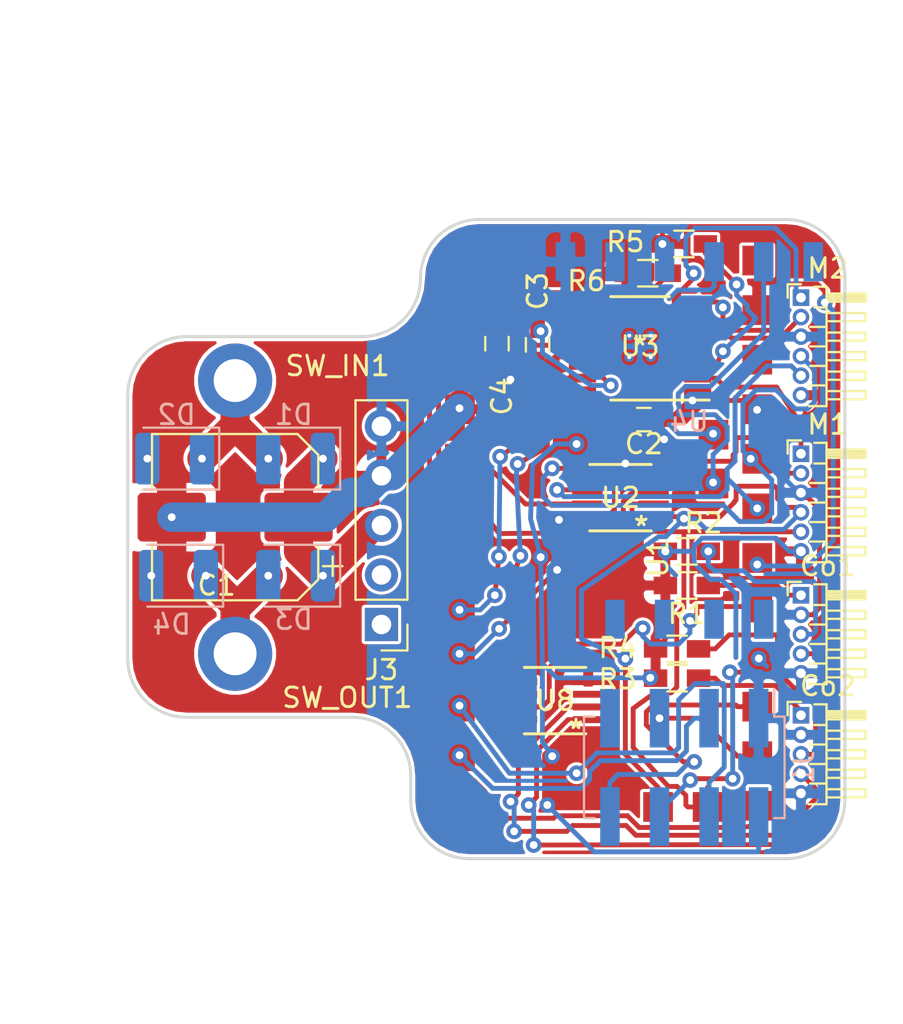
<source format=kicad_pcb>
(kicad_pcb (version 20171130) (host pcbnew "(5.1.5)-3")

  (general
    (thickness 1.6)
    (drawings 15)
    (tracks 653)
    (zones 0)
    (modules 27)
    (nets 57)
  )

  (page USLetter)
  (layers
    (0 F.Cu signal)
    (31 B.Cu signal)
    (32 B.Adhes user)
    (33 F.Adhes user)
    (34 B.Paste user)
    (35 F.Paste user)
    (36 B.SilkS user)
    (37 F.SilkS user)
    (38 B.Mask user)
    (39 F.Mask user)
    (40 Dwgs.User user hide)
    (41 Cmts.User user hide)
    (42 Eco1.User user)
    (43 Eco2.User user)
    (44 Edge.Cuts user)
    (45 Margin user)
    (46 B.CrtYd user)
    (47 F.CrtYd user)
    (48 B.Fab user hide)
    (49 F.Fab user hide)
  )

  (setup
    (last_trace_width 0.25)
    (trace_clearance 0.15)
    (zone_clearance 0.16)
    (zone_45_only no)
    (trace_min 0.2)
    (via_size 0.8)
    (via_drill 0.4)
    (via_min_size 0.4)
    (via_min_drill 0.3)
    (uvia_size 0.3)
    (uvia_drill 0.1)
    (uvias_allowed no)
    (uvia_min_size 0.2)
    (uvia_min_drill 0.1)
    (edge_width 0.15)
    (segment_width 0.2)
    (pcb_text_width 0.3)
    (pcb_text_size 1.5 1.5)
    (mod_edge_width 0.15)
    (mod_text_size 1 1)
    (mod_text_width 0.15)
    (pad_size 1.524 1.524)
    (pad_drill 0)
    (pad_to_mask_clearance 0.051)
    (solder_mask_min_width 0.25)
    (aux_axis_origin 0 0)
    (visible_elements 7FFFFFFF)
    (pcbplotparams
      (layerselection 0x010fc_ffffffff)
      (usegerberextensions false)
      (usegerberattributes false)
      (usegerberadvancedattributes false)
      (creategerberjobfile false)
      (excludeedgelayer true)
      (linewidth 0.100000)
      (plotframeref false)
      (viasonmask false)
      (mode 1)
      (useauxorigin false)
      (hpglpennumber 1)
      (hpglpenspeed 20)
      (hpglpendiameter 15.000000)
      (psnegative false)
      (psa4output false)
      (plotreference true)
      (plotvalue true)
      (plotinvisibletext false)
      (padsonsilk false)
      (subtractmaskfromsilk false)
      (outputformat 1)
      (mirror false)
      (drillshape 0)
      (scaleselection 1)
      (outputdirectory "SW_Drvr_V5/"))
  )

  (net 0 "")
  (net 1 +24V)
  (net 2 GNDD)
  (net 3 limit_switch_1)
  (net 4 limit_switch_2)
  (net 5 "Net-(U1-Pad7)")
  (net 6 /SW_IN)
  (net 7 +3V3)
  (net 8 "Net-(J1-Pad8)")
  (net 9 MISO_nrf24)
  (net 10 MOSI_nrf24)
  (net 11 SCK_nrf24)
  (net 12 CSN_nrf42)
  (net 13 CE_nrf24)
  (net 14 "Net-(U1-Pad26)")
  (net 15 DTR)
  (net 16 TXO)
  (net 17 RXI)
  (net 18 "Net-(U1-Pad28)")
  (net 19 /SW_OUT)
  (net 20 "Net-(C3-Pad1)")
  (net 21 "Net-(C4-Pad2)")
  (net 22 "Net-(Co1-Pad3)")
  (net 23 "Net-(Co1-Pad1)")
  (net 24 SHDN*)
  (net 25 PG)
  (net 26 AOUT2_M1)
  (net 27 B+_M1)
  (net 28 A+_M1)
  (net 29 AOUT1_M1)
  (net 30 A+_M2)
  (net 31 B+_M2)
  (net 32 BOUT2_M2)
  (net 33 "Net-(R5-Pad1)")
  (net 34 "Net-(R6-Pad1)")
  (net 35 Encoder_Interrupt_M1)
  (net 36 Encoder_Interrupt_M2)
  (net 37 Switch_Interrupt_1)
  (net 38 motor_fault)
  (net 39 BIN1)
  (net 40 BIN2)
  (net 41 AIN2)
  (net 42 AIN1)
  (net 43 "Net-(U8-Pad3)")
  (net 44 "Net-(U8-Pad5)")
  (net 45 "Net-(U8-Pad6)")
  (net 46 "Net-(Co2-Pad1)")
  (net 47 "Net-(Co2-Pad3)")
  (net 48 SDA)
  (net 49 SCL)
  (net 50 "Net-(U4-Pad6)")
  (net 51 "Net-(U4-Pad2)")
  (net 52 "Net-(U4-Pad7)")
  (net 53 "Net-(U4-Pad8)")
  (net 54 "Net-(U4-Pad9)")
  (net 55 "Net-(U4-Pad10)")
  (net 56 BOUT1_M2)

  (net_class Default "This is the default net class."
    (clearance 0.15)
    (trace_width 0.25)
    (via_dia 0.8)
    (via_drill 0.4)
    (uvia_dia 0.3)
    (uvia_drill 0.1)
    (add_net A+_M1)
    (add_net A+_M2)
    (add_net AIN1)
    (add_net AIN2)
    (add_net AOUT1_M1)
    (add_net AOUT2_M1)
    (add_net B+_M1)
    (add_net B+_M2)
    (add_net BIN1)
    (add_net BIN2)
    (add_net BOUT1_M2)
    (add_net BOUT2_M2)
    (add_net CE_nrf24)
    (add_net CSN_nrf42)
    (add_net DTR)
    (add_net Encoder_Interrupt_M1)
    (add_net Encoder_Interrupt_M2)
    (add_net MISO_nrf24)
    (add_net MOSI_nrf24)
    (add_net "Net-(C3-Pad1)")
    (add_net "Net-(C4-Pad2)")
    (add_net "Net-(Co1-Pad1)")
    (add_net "Net-(Co1-Pad3)")
    (add_net "Net-(Co2-Pad1)")
    (add_net "Net-(Co2-Pad3)")
    (add_net "Net-(J1-Pad8)")
    (add_net "Net-(R5-Pad1)")
    (add_net "Net-(R6-Pad1)")
    (add_net "Net-(U1-Pad26)")
    (add_net "Net-(U1-Pad28)")
    (add_net "Net-(U1-Pad7)")
    (add_net "Net-(U4-Pad10)")
    (add_net "Net-(U4-Pad2)")
    (add_net "Net-(U4-Pad6)")
    (add_net "Net-(U4-Pad7)")
    (add_net "Net-(U4-Pad8)")
    (add_net "Net-(U4-Pad9)")
    (add_net "Net-(U8-Pad3)")
    (add_net "Net-(U8-Pad5)")
    (add_net "Net-(U8-Pad6)")
    (add_net PG)
    (add_net RXI)
    (add_net SCK_nrf24)
    (add_net SCL)
    (add_net SDA)
    (add_net SHDN*)
    (add_net Switch_Interrupt_1)
    (add_net TXO)
    (add_net limit_switch_1)
    (add_net limit_switch_2)
    (add_net motor_fault)
  )

  (net_class 24V_PWR ""
    (clearance 0.2)
    (trace_width 1.5)
    (via_dia 1)
    (via_drill 0.4)
    (uvia_dia 0.3)
    (uvia_drill 0.1)
    (add_net +24V)
    (add_net /SW_IN)
    (add_net /SW_OUT)
  )

  (net_class 3.3V_PWR ""
    (clearance 0.15)
    (trace_width 0.25)
    (via_dia 0.8)
    (via_drill 0.4)
    (uvia_dia 0.3)
    (uvia_drill 0.1)
    (add_net +3V3)
    (add_net GNDD)
  )

  (module Mini_Golden_Talon_Footprints:Pololu_Motor_encoder_Pin_Header_Angled_1x06_Pitch1.00mm (layer F.Cu) (tedit 59B55814) (tstamp 5F7FAB36)
    (at 99 89.25)
    (descr "Through hole angled pin header, 1x06, 1.00mm pitch, 2.0mm pin length, single row")
    (tags "Through hole angled pin header THT 1x06 1.00mm single row")
    (path /5F44C9BC)
    (fp_text reference M2 (at 1.375 -1.5) (layer F.SilkS)
      (effects (font (size 1 1) (thickness 0.15)))
    )
    (fp_text value Motor (at 1.375 6.5) (layer F.Fab)
      (effects (font (size 1 1) (thickness 0.15)))
    )
    (fp_text user %R (at 0.75 2.5 90) (layer F.Fab)
      (effects (font (size 0.6 0.6) (thickness 0.09)))
    )
    (fp_line (start 3.75 -1) (end -1 -1) (layer F.CrtYd) (width 0.05))
    (fp_line (start 3.75 6) (end 3.75 -1) (layer F.CrtYd) (width 0.05))
    (fp_line (start -1 6) (end 3.75 6) (layer F.CrtYd) (width 0.05))
    (fp_line (start -1 -1) (end -1 6) (layer F.CrtYd) (width 0.05))
    (fp_line (start -0.685 -0.685) (end 0 -0.685) (layer F.SilkS) (width 0.12))
    (fp_line (start -0.685 0) (end -0.685 -0.685) (layer F.SilkS) (width 0.12))
    (fp_line (start 3.31 5.21) (end 1.31 5.21) (layer F.SilkS) (width 0.12))
    (fp_line (start 3.31 4.79) (end 3.31 5.21) (layer F.SilkS) (width 0.12))
    (fp_line (start 1.31 4.79) (end 3.31 4.79) (layer F.SilkS) (width 0.12))
    (fp_line (start 0.468215 4.5) (end 1.31 4.5) (layer F.SilkS) (width 0.12))
    (fp_line (start 3.31 4.21) (end 1.31 4.21) (layer F.SilkS) (width 0.12))
    (fp_line (start 3.31 3.79) (end 3.31 4.21) (layer F.SilkS) (width 0.12))
    (fp_line (start 1.31 3.79) (end 3.31 3.79) (layer F.SilkS) (width 0.12))
    (fp_line (start 0.468215 3.5) (end 1.31 3.5) (layer F.SilkS) (width 0.12))
    (fp_line (start 3.31 3.21) (end 1.31 3.21) (layer F.SilkS) (width 0.12))
    (fp_line (start 3.31 2.79) (end 3.31 3.21) (layer F.SilkS) (width 0.12))
    (fp_line (start 1.31 2.79) (end 3.31 2.79) (layer F.SilkS) (width 0.12))
    (fp_line (start 0.468215 2.5) (end 1.31 2.5) (layer F.SilkS) (width 0.12))
    (fp_line (start 3.31 2.21) (end 1.31 2.21) (layer F.SilkS) (width 0.12))
    (fp_line (start 3.31 1.79) (end 3.31 2.21) (layer F.SilkS) (width 0.12))
    (fp_line (start 1.31 1.79) (end 3.31 1.79) (layer F.SilkS) (width 0.12))
    (fp_line (start 0.468215 1.5) (end 1.31 1.5) (layer F.SilkS) (width 0.12))
    (fp_line (start 3.31 1.21) (end 1.31 1.21) (layer F.SilkS) (width 0.12))
    (fp_line (start 3.31 0.79) (end 3.31 1.21) (layer F.SilkS) (width 0.12))
    (fp_line (start 1.31 0.79) (end 3.31 0.79) (layer F.SilkS) (width 0.12))
    (fp_line (start 0.685 0.5) (end 1.31 0.5) (layer F.SilkS) (width 0.12))
    (fp_line (start 1.31 0.09) (end 3.31 0.09) (layer F.SilkS) (width 0.12))
    (fp_line (start 1.31 -0.03) (end 3.31 -0.03) (layer F.SilkS) (width 0.12))
    (fp_line (start 1.31 -0.15) (end 3.31 -0.15) (layer F.SilkS) (width 0.12))
    (fp_line (start 3.31 0.21) (end 1.31 0.21) (layer F.SilkS) (width 0.12))
    (fp_line (start 3.31 -0.21) (end 3.31 0.21) (layer F.SilkS) (width 0.12))
    (fp_line (start 1.31 -0.21) (end 3.31 -0.21) (layer F.SilkS) (width 0.12))
    (fp_line (start 1.31 5.56) (end 0.394493 5.56) (layer F.SilkS) (width 0.12))
    (fp_line (start 1.31 -0.56) (end 1.31 5.56) (layer F.SilkS) (width 0.12))
    (fp_line (start 0.685 -0.56) (end 1.31 -0.56) (layer F.SilkS) (width 0.12))
    (fp_line (start 1.25 5.15) (end 3.25 5.15) (layer F.Fab) (width 0.1))
    (fp_line (start 3.25 4.85) (end 3.25 5.15) (layer F.Fab) (width 0.1))
    (fp_line (start 1.25 4.85) (end 3.25 4.85) (layer F.Fab) (width 0.1))
    (fp_line (start -0.15 5.15) (end 0.25 5.15) (layer F.Fab) (width 0.1))
    (fp_line (start -0.15 4.85) (end -0.15 5.15) (layer F.Fab) (width 0.1))
    (fp_line (start -0.15 4.85) (end 0.25 4.85) (layer F.Fab) (width 0.1))
    (fp_line (start 1.25 4.15) (end 3.25 4.15) (layer F.Fab) (width 0.1))
    (fp_line (start 3.25 3.85) (end 3.25 4.15) (layer F.Fab) (width 0.1))
    (fp_line (start 1.25 3.85) (end 3.25 3.85) (layer F.Fab) (width 0.1))
    (fp_line (start -0.15 4.15) (end 0.25 4.15) (layer F.Fab) (width 0.1))
    (fp_line (start -0.15 3.85) (end -0.15 4.15) (layer F.Fab) (width 0.1))
    (fp_line (start -0.15 3.85) (end 0.25 3.85) (layer F.Fab) (width 0.1))
    (fp_line (start 1.25 3.15) (end 3.25 3.15) (layer F.Fab) (width 0.1))
    (fp_line (start 3.25 2.85) (end 3.25 3.15) (layer F.Fab) (width 0.1))
    (fp_line (start 1.25 2.85) (end 3.25 2.85) (layer F.Fab) (width 0.1))
    (fp_line (start -0.15 3.15) (end 0.25 3.15) (layer F.Fab) (width 0.1))
    (fp_line (start -0.15 2.85) (end -0.15 3.15) (layer F.Fab) (width 0.1))
    (fp_line (start -0.15 2.85) (end 0.25 2.85) (layer F.Fab) (width 0.1))
    (fp_line (start 1.25 2.15) (end 3.25 2.15) (layer F.Fab) (width 0.1))
    (fp_line (start 3.25 1.85) (end 3.25 2.15) (layer F.Fab) (width 0.1))
    (fp_line (start 1.25 1.85) (end 3.25 1.85) (layer F.Fab) (width 0.1))
    (fp_line (start -0.15 2.15) (end 0.25 2.15) (layer F.Fab) (width 0.1))
    (fp_line (start -0.15 1.85) (end -0.15 2.15) (layer F.Fab) (width 0.1))
    (fp_line (start -0.15 1.85) (end 0.25 1.85) (layer F.Fab) (width 0.1))
    (fp_line (start 1.25 1.15) (end 3.25 1.15) (layer F.Fab) (width 0.1))
    (fp_line (start 3.25 0.85) (end 3.25 1.15) (layer F.Fab) (width 0.1))
    (fp_line (start 1.25 0.85) (end 3.25 0.85) (layer F.Fab) (width 0.1))
    (fp_line (start -0.15 1.15) (end 0.25 1.15) (layer F.Fab) (width 0.1))
    (fp_line (start -0.15 0.85) (end -0.15 1.15) (layer F.Fab) (width 0.1))
    (fp_line (start -0.15 0.85) (end 0.25 0.85) (layer F.Fab) (width 0.1))
    (fp_line (start 1.25 0.15) (end 3.25 0.15) (layer F.Fab) (width 0.1))
    (fp_line (start 3.25 -0.15) (end 3.25 0.15) (layer F.Fab) (width 0.1))
    (fp_line (start 1.25 -0.15) (end 3.25 -0.15) (layer F.Fab) (width 0.1))
    (fp_line (start -0.15 0.15) (end 0.25 0.15) (layer F.Fab) (width 0.1))
    (fp_line (start -0.15 -0.15) (end -0.15 0.15) (layer F.Fab) (width 0.1))
    (fp_line (start -0.15 -0.15) (end 0.25 -0.15) (layer F.Fab) (width 0.1))
    (fp_line (start 0.25 -0.25) (end 0.5 -0.5) (layer F.Fab) (width 0.1))
    (fp_line (start 0.25 5.5) (end 0.25 -0.25) (layer F.Fab) (width 0.1))
    (fp_line (start 1.25 5.5) (end 0.25 5.5) (layer F.Fab) (width 0.1))
    (fp_line (start 1.25 -0.5) (end 1.25 5.5) (layer F.Fab) (width 0.1))
    (fp_line (start 0.5 -0.5) (end 1.25 -0.5) (layer F.Fab) (width 0.1))
    (pad 6 thru_hole oval (at 0 5) (size 0.85 0.85) (drill 0.5) (layers *.Cu *.Mask)
      (net 2 GNDD))
    (pad 5 thru_hole oval (at 0 4) (size 0.85 0.85) (drill 0.5) (layers *.Cu *.Mask)
      (net 31 B+_M2))
    (pad 4 thru_hole oval (at 0 3) (size 0.85 0.85) (drill 0.5) (layers *.Cu *.Mask)
      (net 30 A+_M2))
    (pad 3 thru_hole oval (at 0 2) (size 0.85 0.85) (drill 0.5) (layers *.Cu *.Mask)
      (net 7 +3V3))
    (pad 2 thru_hole oval (at 0 1) (size 0.85 0.85) (drill 0.5) (layers *.Cu *.Mask)
      (net 32 BOUT2_M2))
    (pad 1 thru_hole rect (at 0 0) (size 0.85 0.85) (drill 0.5) (layers *.Cu *.Mask)
      (net 56 BOUT1_M2))
    (model ${KISYS3DMOD}/Pin_Headers.3dshapes/Pin_Header_Angled_1x06_Pitch1.00mm.wrl
      (at (xyz 0 0 0))
      (scale (xyz 1 1 1))
      (rotate (xyz 0 0 0))
    )
  )

  (module Mini_Golden_Talon_Footprints:C_0603_HandSoldering (layer F.Cu) (tedit 58AA848B) (tstamp 5F3EE0CE)
    (at 83.42 91.61 90)
    (descr "Capacitor SMD 0603, hand soldering")
    (tags "capacitor 0603")
    (path /5F430107)
    (attr smd)
    (fp_text reference C4 (at -2.7 0.25 270) (layer F.SilkS)
      (effects (font (size 1 1) (thickness 0.15)))
    )
    (fp_text value 0.01uF (at 0 1.5 270) (layer F.Fab)
      (effects (font (size 1 1) (thickness 0.15)))
    )
    (fp_line (start 1.8 0.65) (end -1.8 0.65) (layer F.CrtYd) (width 0.05))
    (fp_line (start 1.8 0.65) (end 1.8 -0.65) (layer F.CrtYd) (width 0.05))
    (fp_line (start -1.8 -0.65) (end -1.8 0.65) (layer F.CrtYd) (width 0.05))
    (fp_line (start -1.8 -0.65) (end 1.8 -0.65) (layer F.CrtYd) (width 0.05))
    (fp_line (start 0.35 0.6) (end -0.35 0.6) (layer F.SilkS) (width 0.12))
    (fp_line (start -0.35 -0.6) (end 0.35 -0.6) (layer F.SilkS) (width 0.12))
    (fp_line (start -0.8 -0.4) (end 0.8 -0.4) (layer F.Fab) (width 0.1))
    (fp_line (start 0.8 -0.4) (end 0.8 0.4) (layer F.Fab) (width 0.1))
    (fp_line (start 0.8 0.4) (end -0.8 0.4) (layer F.Fab) (width 0.1))
    (fp_line (start -0.8 0.4) (end -0.8 -0.4) (layer F.Fab) (width 0.1))
    (fp_text user %R (at 0 -1.25 270) (layer F.Fab)
      (effects (font (size 1 1) (thickness 0.15)))
    )
    (pad 2 smd rect (at 0.95 0 90) (size 1.2 0.75) (layers F.Cu F.Paste F.Mask)
      (net 21 "Net-(C4-Pad2)"))
    (pad 1 smd rect (at -0.95 0 90) (size 1.2 0.75) (layers F.Cu F.Paste F.Mask)
      (net 7 +3V3))
    (model Capacitors_SMD.3dshapes/C_0603.wrl
      (at (xyz 0 0 0))
      (scale (xyz 1 1 1))
      (rotate (xyz 0 0 0))
    )
  )

  (module Mini_Golden_Talon_Footprints:R_0603_HandSoldering (layer F.Cu) (tedit 58E0A804) (tstamp 5F3EE24C)
    (at 91.15 88 180)
    (descr "Resistor SMD 0603, hand soldering")
    (tags "resistor 0603")
    (path /5F421F03)
    (attr smd)
    (fp_text reference R6 (at 3.15 -0.4) (layer F.SilkS)
      (effects (font (size 1 1) (thickness 0.15)))
    )
    (fp_text value 1 (at 0 1.55) (layer F.Fab)
      (effects (font (size 1 1) (thickness 0.15)))
    )
    (fp_text user %R (at 0 0) (layer F.Fab)
      (effects (font (size 0.4 0.4) (thickness 0.075)))
    )
    (fp_line (start -0.8 0.4) (end -0.8 -0.4) (layer F.Fab) (width 0.1))
    (fp_line (start 0.8 0.4) (end -0.8 0.4) (layer F.Fab) (width 0.1))
    (fp_line (start 0.8 -0.4) (end 0.8 0.4) (layer F.Fab) (width 0.1))
    (fp_line (start -0.8 -0.4) (end 0.8 -0.4) (layer F.Fab) (width 0.1))
    (fp_line (start 0.5 0.68) (end -0.5 0.68) (layer F.SilkS) (width 0.12))
    (fp_line (start -0.5 -0.68) (end 0.5 -0.68) (layer F.SilkS) (width 0.12))
    (fp_line (start -1.96 -0.7) (end 1.95 -0.7) (layer F.CrtYd) (width 0.05))
    (fp_line (start -1.96 -0.7) (end -1.96 0.7) (layer F.CrtYd) (width 0.05))
    (fp_line (start 1.95 0.7) (end 1.95 -0.7) (layer F.CrtYd) (width 0.05))
    (fp_line (start 1.95 0.7) (end -1.96 0.7) (layer F.CrtYd) (width 0.05))
    (pad 1 smd rect (at -1.1 0 180) (size 1.2 0.9) (layers F.Cu F.Paste F.Mask)
      (net 34 "Net-(R6-Pad1)"))
    (pad 2 smd rect (at 1.1 0 180) (size 1.2 0.9) (layers F.Cu F.Paste F.Mask)
      (net 2 GNDD))
    (model ${KISYS3DMOD}/Resistors_SMD.3dshapes/R_0603.wrl
      (at (xyz 0 0 0))
      (scale (xyz 1 1 1))
      (rotate (xyz 0 0 0))
    )
  )

  (module Single_Wire_V5_Footprints:D_1210_3225Metric (layer B.Cu) (tedit 5B301BBE) (tstamp 5E93897B)
    (at 73.1 97.5 180)
    (descr "Diode SMD 1210 (3225 Metric), square (rectangular) end terminal, IPC_7351 nominal, (Body size source: http://www.tortai-tech.com/upload/download/2011102023233369053.pdf), generated with kicad-footprint-generator")
    (tags diode)
    (path /5D4B2F38)
    (attr smd)
    (fp_text reference D1 (at 0.1 2.25) (layer B.SilkS)
      (effects (font (size 1 1) (thickness 0.15)) (justify mirror))
    )
    (fp_text value D_Shockley (at 0 -2.28) (layer B.Fab)
      (effects (font (size 1 1) (thickness 0.15)) (justify mirror))
    )
    (fp_text user %R (at 0 0) (layer B.Fab)
      (effects (font (size 0.8 0.8) (thickness 0.12)) (justify mirror))
    )
    (fp_line (start 2.28 -1.58) (end -2.28 -1.58) (layer B.CrtYd) (width 0.05))
    (fp_line (start 2.28 1.58) (end 2.28 -1.58) (layer B.CrtYd) (width 0.05))
    (fp_line (start -2.28 1.58) (end 2.28 1.58) (layer B.CrtYd) (width 0.05))
    (fp_line (start -2.28 -1.58) (end -2.28 1.58) (layer B.CrtYd) (width 0.05))
    (fp_line (start -2.285 -1.585) (end 1.6 -1.585) (layer B.SilkS) (width 0.12))
    (fp_line (start -2.285 1.585) (end -2.285 -1.585) (layer B.SilkS) (width 0.12))
    (fp_line (start 1.6 1.585) (end -2.285 1.585) (layer B.SilkS) (width 0.12))
    (fp_line (start 1.6 -1.25) (end 1.6 1.25) (layer B.Fab) (width 0.1))
    (fp_line (start -1.6 -1.25) (end 1.6 -1.25) (layer B.Fab) (width 0.1))
    (fp_line (start -1.6 0.625) (end -1.6 -1.25) (layer B.Fab) (width 0.1))
    (fp_line (start -0.975 1.25) (end -1.6 0.625) (layer B.Fab) (width 0.1))
    (fp_line (start 1.6 1.25) (end -0.975 1.25) (layer B.Fab) (width 0.1))
    (pad 2 smd roundrect (at 1.4 0 180) (size 1.25 2.65) (layers B.Cu B.Paste B.Mask) (roundrect_rratio 0.2)
      (net 6 /SW_IN))
    (pad 1 smd roundrect (at -1.4 0 180) (size 1.25 2.65) (layers B.Cu B.Paste B.Mask) (roundrect_rratio 0.2)
      (net 1 +24V))
    (model ${KISYS3DMOD}/Diode_SMD.3dshapes/D_1210_3225Metric.wrl
      (at (xyz 0 0 0))
      (scale (xyz 1 1 1))
      (rotate (xyz 0 0 0))
    )
  )

  (module Single_Wire_V5_Footprints:D_1210_3225Metric (layer B.Cu) (tedit 5B301BBE) (tstamp 5E93898E)
    (at 66.9 97.5 180)
    (descr "Diode SMD 1210 (3225 Metric), square (rectangular) end terminal, IPC_7351 nominal, (Body size source: http://www.tortai-tech.com/upload/download/2011102023233369053.pdf), generated with kicad-footprint-generator")
    (tags diode)
    (path /5D4B2FB3)
    (attr smd)
    (fp_text reference D2 (at -0.1 2.25) (layer B.SilkS)
      (effects (font (size 1 1) (thickness 0.15)) (justify mirror))
    )
    (fp_text value D_Shockley (at 0 -2.28) (layer B.Fab)
      (effects (font (size 1 1) (thickness 0.15)) (justify mirror))
    )
    (fp_line (start 1.6 1.25) (end -0.975 1.25) (layer B.Fab) (width 0.1))
    (fp_line (start -0.975 1.25) (end -1.6 0.625) (layer B.Fab) (width 0.1))
    (fp_line (start -1.6 0.625) (end -1.6 -1.25) (layer B.Fab) (width 0.1))
    (fp_line (start -1.6 -1.25) (end 1.6 -1.25) (layer B.Fab) (width 0.1))
    (fp_line (start 1.6 -1.25) (end 1.6 1.25) (layer B.Fab) (width 0.1))
    (fp_line (start 1.6 1.585) (end -2.285 1.585) (layer B.SilkS) (width 0.12))
    (fp_line (start -2.285 1.585) (end -2.285 -1.585) (layer B.SilkS) (width 0.12))
    (fp_line (start -2.285 -1.585) (end 1.6 -1.585) (layer B.SilkS) (width 0.12))
    (fp_line (start -2.28 -1.58) (end -2.28 1.58) (layer B.CrtYd) (width 0.05))
    (fp_line (start -2.28 1.58) (end 2.28 1.58) (layer B.CrtYd) (width 0.05))
    (fp_line (start 2.28 1.58) (end 2.28 -1.58) (layer B.CrtYd) (width 0.05))
    (fp_line (start 2.28 -1.58) (end -2.28 -1.58) (layer B.CrtYd) (width 0.05))
    (fp_text user %R (at 0 0) (layer B.Fab)
      (effects (font (size 0.8 0.8) (thickness 0.12)) (justify mirror))
    )
    (pad 1 smd roundrect (at -1.4 0 180) (size 1.25 2.65) (layers B.Cu B.Paste B.Mask) (roundrect_rratio 0.2)
      (net 6 /SW_IN))
    (pad 2 smd roundrect (at 1.4 0 180) (size 1.25 2.65) (layers B.Cu B.Paste B.Mask) (roundrect_rratio 0.2)
      (net 2 GNDD))
    (model ${KISYS3DMOD}/Diode_SMD.3dshapes/D_1210_3225Metric.wrl
      (at (xyz 0 0 0))
      (scale (xyz 1 1 1))
      (rotate (xyz 0 0 0))
    )
  )

  (module Single_Wire_V5_Footprints:D_1210_3225Metric (layer B.Cu) (tedit 5B301BBE) (tstamp 5F3EEF5B)
    (at 73.1 103.5 180)
    (descr "Diode SMD 1210 (3225 Metric), square (rectangular) end terminal, IPC_7351 nominal, (Body size source: http://www.tortai-tech.com/upload/download/2011102023233369053.pdf), generated with kicad-footprint-generator")
    (tags diode)
    (path /5E931B03)
    (attr smd)
    (fp_text reference D3 (at 0.1 -2.25) (layer B.SilkS)
      (effects (font (size 1 1) (thickness 0.15)) (justify mirror))
    )
    (fp_text value D_Shockley (at 0 -2.28) (layer B.Fab)
      (effects (font (size 1 1) (thickness 0.15)) (justify mirror))
    )
    (fp_line (start 1.6 1.25) (end -0.975 1.25) (layer B.Fab) (width 0.1))
    (fp_line (start -0.975 1.25) (end -1.6 0.625) (layer B.Fab) (width 0.1))
    (fp_line (start -1.6 0.625) (end -1.6 -1.25) (layer B.Fab) (width 0.1))
    (fp_line (start -1.6 -1.25) (end 1.6 -1.25) (layer B.Fab) (width 0.1))
    (fp_line (start 1.6 -1.25) (end 1.6 1.25) (layer B.Fab) (width 0.1))
    (fp_line (start 1.6 1.585) (end -2.285 1.585) (layer B.SilkS) (width 0.12))
    (fp_line (start -2.285 1.585) (end -2.285 -1.585) (layer B.SilkS) (width 0.12))
    (fp_line (start -2.285 -1.585) (end 1.6 -1.585) (layer B.SilkS) (width 0.12))
    (fp_line (start -2.28 -1.58) (end -2.28 1.58) (layer B.CrtYd) (width 0.05))
    (fp_line (start -2.28 1.58) (end 2.28 1.58) (layer B.CrtYd) (width 0.05))
    (fp_line (start 2.28 1.58) (end 2.28 -1.58) (layer B.CrtYd) (width 0.05))
    (fp_line (start 2.28 -1.58) (end -2.28 -1.58) (layer B.CrtYd) (width 0.05))
    (fp_text user %R (at 0 0) (layer B.Fab)
      (effects (font (size 0.8 0.8) (thickness 0.12)) (justify mirror))
    )
    (pad 1 smd roundrect (at -1.4 0 180) (size 1.25 2.65) (layers B.Cu B.Paste B.Mask) (roundrect_rratio 0.2)
      (net 1 +24V))
    (pad 2 smd roundrect (at 1.4 0 180) (size 1.25 2.65) (layers B.Cu B.Paste B.Mask) (roundrect_rratio 0.2)
      (net 19 /SW_OUT))
    (model ${KISYS3DMOD}/Diode_SMD.3dshapes/D_1210_3225Metric.wrl
      (at (xyz 0 0 0))
      (scale (xyz 1 1 1))
      (rotate (xyz 0 0 0))
    )
  )

  (module Single_Wire_V5_Footprints:D_1210_3225Metric (layer B.Cu) (tedit 5B301BBE) (tstamp 5E9398C1)
    (at 67.1 103.5 180)
    (descr "Diode SMD 1210 (3225 Metric), square (rectangular) end terminal, IPC_7351 nominal, (Body size source: http://www.tortai-tech.com/upload/download/2011102023233369053.pdf), generated with kicad-footprint-generator")
    (tags diode)
    (path /5E933873)
    (attr smd)
    (fp_text reference D4 (at 0.35 -2.5) (layer B.SilkS)
      (effects (font (size 1 1) (thickness 0.15)) (justify mirror))
    )
    (fp_text value D_Shockley (at 0 -2.28) (layer B.Fab)
      (effects (font (size 1 1) (thickness 0.15)) (justify mirror))
    )
    (fp_text user %R (at 0 0) (layer B.Fab)
      (effects (font (size 0.8 0.8) (thickness 0.12)) (justify mirror))
    )
    (fp_line (start 2.28 -1.58) (end -2.28 -1.58) (layer B.CrtYd) (width 0.05))
    (fp_line (start 2.28 1.58) (end 2.28 -1.58) (layer B.CrtYd) (width 0.05))
    (fp_line (start -2.28 1.58) (end 2.28 1.58) (layer B.CrtYd) (width 0.05))
    (fp_line (start -2.28 -1.58) (end -2.28 1.58) (layer B.CrtYd) (width 0.05))
    (fp_line (start -2.285 -1.585) (end 1.6 -1.585) (layer B.SilkS) (width 0.12))
    (fp_line (start -2.285 1.585) (end -2.285 -1.585) (layer B.SilkS) (width 0.12))
    (fp_line (start 1.6 1.585) (end -2.285 1.585) (layer B.SilkS) (width 0.12))
    (fp_line (start 1.6 -1.25) (end 1.6 1.25) (layer B.Fab) (width 0.1))
    (fp_line (start -1.6 -1.25) (end 1.6 -1.25) (layer B.Fab) (width 0.1))
    (fp_line (start -1.6 0.625) (end -1.6 -1.25) (layer B.Fab) (width 0.1))
    (fp_line (start -0.975 1.25) (end -1.6 0.625) (layer B.Fab) (width 0.1))
    (fp_line (start 1.6 1.25) (end -0.975 1.25) (layer B.Fab) (width 0.1))
    (pad 2 smd roundrect (at 1.4 0 180) (size 1.25 2.65) (layers B.Cu B.Paste B.Mask) (roundrect_rratio 0.2)
      (net 2 GNDD))
    (pad 1 smd roundrect (at -1.4 0 180) (size 1.25 2.65) (layers B.Cu B.Paste B.Mask) (roundrect_rratio 0.2)
      (net 19 /SW_OUT))
    (model ${KISYS3DMOD}/Diode_SMD.3dshapes/D_1210_3225Metric.wrl
      (at (xyz 0 0 0))
      (scale (xyz 1 1 1))
      (rotate (xyz 0 0 0))
    )
  )

  (module Mini_Golden_Talon_Footprints:C_0603_HandSoldering (layer F.Cu) (tedit 58AA848B) (tstamp 5F3EE0AC)
    (at 90.95 95.5 180)
    (descr "Capacitor SMD 0603, hand soldering")
    (tags "capacitor 0603")
    (path /5F434954)
    (attr smd)
    (fp_text reference C2 (at 0 -1.25) (layer F.SilkS)
      (effects (font (size 1 1) (thickness 0.15)))
    )
    (fp_text value "10 uF" (at 0 1.5) (layer F.Fab)
      (effects (font (size 1 1) (thickness 0.15)))
    )
    (fp_text user %R (at 0 -1.25) (layer F.Fab)
      (effects (font (size 1 1) (thickness 0.15)))
    )
    (fp_line (start -0.8 0.4) (end -0.8 -0.4) (layer F.Fab) (width 0.1))
    (fp_line (start 0.8 0.4) (end -0.8 0.4) (layer F.Fab) (width 0.1))
    (fp_line (start 0.8 -0.4) (end 0.8 0.4) (layer F.Fab) (width 0.1))
    (fp_line (start -0.8 -0.4) (end 0.8 -0.4) (layer F.Fab) (width 0.1))
    (fp_line (start -0.35 -0.6) (end 0.35 -0.6) (layer F.SilkS) (width 0.12))
    (fp_line (start 0.35 0.6) (end -0.35 0.6) (layer F.SilkS) (width 0.12))
    (fp_line (start -1.8 -0.65) (end 1.8 -0.65) (layer F.CrtYd) (width 0.05))
    (fp_line (start -1.8 -0.65) (end -1.8 0.65) (layer F.CrtYd) (width 0.05))
    (fp_line (start 1.8 0.65) (end 1.8 -0.65) (layer F.CrtYd) (width 0.05))
    (fp_line (start 1.8 0.65) (end -1.8 0.65) (layer F.CrtYd) (width 0.05))
    (pad 1 smd rect (at -0.95 0 180) (size 1.2 0.75) (layers F.Cu F.Paste F.Mask)
      (net 7 +3V3))
    (pad 2 smd rect (at 0.95 0 180) (size 1.2 0.75) (layers F.Cu F.Paste F.Mask)
      (net 2 GNDD))
    (model Capacitors_SMD.3dshapes/C_0603.wrl
      (at (xyz 0 0 0))
      (scale (xyz 1 1 1))
      (rotate (xyz 0 0 0))
    )
  )

  (module Mini_Golden_Talon_Footprints:C_0603_HandSoldering (layer F.Cu) (tedit 58AA848B) (tstamp 5F3EE0BD)
    (at 85.5 91.67 270)
    (descr "Capacitor SMD 0603, hand soldering")
    (tags "capacitor 0603")
    (path /5F4272B2)
    (attr smd)
    (fp_text reference C3 (at -2.75 0 270) (layer F.SilkS)
      (effects (font (size 1 1) (thickness 0.15)))
    )
    (fp_text value "2.2 uf" (at 0 1.5 270) (layer F.Fab)
      (effects (font (size 1 1) (thickness 0.15)))
    )
    (fp_text user %R (at 0 -1.25 270) (layer F.Fab)
      (effects (font (size 1 1) (thickness 0.15)))
    )
    (fp_line (start -0.8 0.4) (end -0.8 -0.4) (layer F.Fab) (width 0.1))
    (fp_line (start 0.8 0.4) (end -0.8 0.4) (layer F.Fab) (width 0.1))
    (fp_line (start 0.8 -0.4) (end 0.8 0.4) (layer F.Fab) (width 0.1))
    (fp_line (start -0.8 -0.4) (end 0.8 -0.4) (layer F.Fab) (width 0.1))
    (fp_line (start -0.35 -0.6) (end 0.35 -0.6) (layer F.SilkS) (width 0.12))
    (fp_line (start 0.35 0.6) (end -0.35 0.6) (layer F.SilkS) (width 0.12))
    (fp_line (start -1.8 -0.65) (end 1.8 -0.65) (layer F.CrtYd) (width 0.05))
    (fp_line (start -1.8 -0.65) (end -1.8 0.65) (layer F.CrtYd) (width 0.05))
    (fp_line (start 1.8 0.65) (end 1.8 -0.65) (layer F.CrtYd) (width 0.05))
    (fp_line (start 1.8 0.65) (end -1.8 0.65) (layer F.CrtYd) (width 0.05))
    (pad 1 smd rect (at -0.95 0 270) (size 1.2 0.75) (layers F.Cu F.Paste F.Mask)
      (net 20 "Net-(C3-Pad1)"))
    (pad 2 smd rect (at 0.95 0 270) (size 1.2 0.75) (layers F.Cu F.Paste F.Mask)
      (net 2 GNDD))
    (model Capacitors_SMD.3dshapes/C_0603.wrl
      (at (xyz 0 0 0))
      (scale (xyz 1 1 1))
      (rotate (xyz 0 0 0))
    )
  )

  (module Mini_Golden_Talon_Footprints:d24v10fx (layer F.Cu) (tedit 5F2C8EDA) (tstamp 5F3EE1B4)
    (at 77.5 106 180)
    (descr "Through hole straight socket strip, 1x05, 2.54mm pitch, single row")
    (tags "Through hole socket strip THT 1x05 2.54mm single row")
    (path /5F47C6CE)
    (fp_text reference J3 (at 0 -2.33) (layer F.SilkS)
      (effects (font (size 1 1) (thickness 0.15)))
    )
    (fp_text value DV24V10F3 (at 0 12.49) (layer F.Fab)
      (effects (font (size 1 1) (thickness 0.15)))
    )
    (fp_text user %R (at 0 -2.33) (layer F.Fab)
      (effects (font (size 1 1) (thickness 0.15)))
    )
    (fp_line (start 1.8 -1.8) (end -1.8 -1.8) (layer F.CrtYd) (width 0.05))
    (fp_line (start 1.8 11.95) (end 1.8 -1.8) (layer F.CrtYd) (width 0.05))
    (fp_line (start -1.8 11.95) (end 1.8 11.95) (layer F.CrtYd) (width 0.05))
    (fp_line (start -1.8 -1.8) (end -1.8 11.95) (layer F.CrtYd) (width 0.05))
    (fp_line (start -1.33 -1.33) (end 0 -1.33) (layer F.SilkS) (width 0.12))
    (fp_line (start -1.33 0) (end -1.33 -1.33) (layer F.SilkS) (width 0.12))
    (fp_line (start 1.33 1.27) (end -1.33 1.27) (layer F.SilkS) (width 0.12))
    (fp_line (start 1.33 11.49) (end 1.33 1.27) (layer F.SilkS) (width 0.12))
    (fp_line (start -1.33 11.49) (end 1.33 11.49) (layer F.SilkS) (width 0.12))
    (fp_line (start -1.33 1.27) (end -1.33 11.49) (layer F.SilkS) (width 0.12))
    (fp_line (start 1.27 -1.27) (end -1.27 -1.27) (layer F.Fab) (width 0.1))
    (fp_line (start 1.27 11.43) (end 1.27 -1.27) (layer F.Fab) (width 0.1))
    (fp_line (start -1.27 11.43) (end 1.27 11.43) (layer F.Fab) (width 0.1))
    (fp_line (start -1.27 -1.27) (end -1.27 11.43) (layer F.Fab) (width 0.1))
    (pad 5 thru_hole oval (at 0 10.16 180) (size 1.7 1.7) (drill 1) (layers *.Cu *.Mask)
      (net 7 +3V3))
    (pad 4 thru_hole oval (at 0 7.62 180) (size 1.7 1.7) (drill 1) (layers *.Cu *.Mask)
      (net 2 GNDD))
    (pad 3 thru_hole oval (at 0 5.08 180) (size 1.7 1.7) (drill 1) (layers *.Cu *.Mask)
      (net 1 +24V))
    (pad 2 thru_hole oval (at 0 2.54 180) (size 1.7 1.7) (drill 1) (layers *.Cu *.Mask)
      (net 24 SHDN*))
    (pad 1 thru_hole rect (at 0 0 180) (size 1.7 1.7) (drill 1) (layers *.Cu *.Mask)
      (net 25 PG))
    (model "${KIPRJMOD}/3D Files/pololu-1a-step-down-voltage-regulator-d24v10fx.step"
      (offset (xyz -1.27 1.27 10.8))
      (scale (xyz 1 1 1))
      (rotate (xyz 0 0 90))
    )
  )

  (module Mini_Golden_Talon_Footprints:R_0603_HandSoldering (layer F.Cu) (tedit 58E0A804) (tstamp 5F3EE1F7)
    (at 93.15 104 180)
    (descr "Resistor SMD 0603, hand soldering")
    (tags "resistor 0603")
    (path /5F401618)
    (attr smd)
    (fp_text reference R1 (at 0 -1.45) (layer F.SilkS)
      (effects (font (size 1 1) (thickness 0.15)))
    )
    (fp_text value 100 (at 0 1.55) (layer F.Fab)
      (effects (font (size 1 1) (thickness 0.15)))
    )
    (fp_text user %R (at 0 0) (layer F.Fab)
      (effects (font (size 0.4 0.4) (thickness 0.075)))
    )
    (fp_line (start -0.8 0.4) (end -0.8 -0.4) (layer F.Fab) (width 0.1))
    (fp_line (start 0.8 0.4) (end -0.8 0.4) (layer F.Fab) (width 0.1))
    (fp_line (start 0.8 -0.4) (end 0.8 0.4) (layer F.Fab) (width 0.1))
    (fp_line (start -0.8 -0.4) (end 0.8 -0.4) (layer F.Fab) (width 0.1))
    (fp_line (start 0.5 0.68) (end -0.5 0.68) (layer F.SilkS) (width 0.12))
    (fp_line (start -0.5 -0.68) (end 0.5 -0.68) (layer F.SilkS) (width 0.12))
    (fp_line (start -1.96 -0.7) (end 1.95 -0.7) (layer F.CrtYd) (width 0.05))
    (fp_line (start -1.96 -0.7) (end -1.96 0.7) (layer F.CrtYd) (width 0.05))
    (fp_line (start 1.95 0.7) (end 1.95 -0.7) (layer F.CrtYd) (width 0.05))
    (fp_line (start 1.95 0.7) (end -1.96 0.7) (layer F.CrtYd) (width 0.05))
    (pad 1 smd rect (at -1.1 0 180) (size 1.2 0.9) (layers F.Cu F.Paste F.Mask)
      (net 23 "Net-(Co1-Pad1)"))
    (pad 2 smd rect (at 1.1 0 180) (size 1.2 0.9) (layers F.Cu F.Paste F.Mask)
      (net 2 GNDD))
    (model ${KISYS3DMOD}/Resistors_SMD.3dshapes/R_0603.wrl
      (at (xyz 0 0 0))
      (scale (xyz 1 1 1))
      (rotate (xyz 0 0 0))
    )
  )

  (module Mini_Golden_Talon_Footprints:R_0603_HandSoldering (layer F.Cu) (tedit 58E0A804) (tstamp 5F3EE208)
    (at 93.15 102.25 180)
    (descr "Resistor SMD 0603, hand soldering")
    (tags "resistor 0603")
    (path /5F40AF69)
    (attr smd)
    (fp_text reference R2 (at -0.85 1.45) (layer F.SilkS)
      (effects (font (size 1 1) (thickness 0.15)))
    )
    (fp_text value 50k (at 0 1.55) (layer F.Fab)
      (effects (font (size 1 1) (thickness 0.15)))
    )
    (fp_line (start 1.95 0.7) (end -1.96 0.7) (layer F.CrtYd) (width 0.05))
    (fp_line (start 1.95 0.7) (end 1.95 -0.7) (layer F.CrtYd) (width 0.05))
    (fp_line (start -1.96 -0.7) (end -1.96 0.7) (layer F.CrtYd) (width 0.05))
    (fp_line (start -1.96 -0.7) (end 1.95 -0.7) (layer F.CrtYd) (width 0.05))
    (fp_line (start -0.5 -0.68) (end 0.5 -0.68) (layer F.SilkS) (width 0.12))
    (fp_line (start 0.5 0.68) (end -0.5 0.68) (layer F.SilkS) (width 0.12))
    (fp_line (start -0.8 -0.4) (end 0.8 -0.4) (layer F.Fab) (width 0.1))
    (fp_line (start 0.8 -0.4) (end 0.8 0.4) (layer F.Fab) (width 0.1))
    (fp_line (start 0.8 0.4) (end -0.8 0.4) (layer F.Fab) (width 0.1))
    (fp_line (start -0.8 0.4) (end -0.8 -0.4) (layer F.Fab) (width 0.1))
    (fp_text user %R (at 0 0) (layer F.Fab)
      (effects (font (size 0.4 0.4) (thickness 0.075)))
    )
    (pad 2 smd rect (at 1.1 0 180) (size 1.2 0.9) (layers F.Cu F.Paste F.Mask)
      (net 2 GNDD))
    (pad 1 smd rect (at -1.1 0 180) (size 1.2 0.9) (layers F.Cu F.Paste F.Mask)
      (net 22 "Net-(Co1-Pad3)"))
    (model ${KISYS3DMOD}/Resistors_SMD.3dshapes/R_0603.wrl
      (at (xyz 0 0 0))
      (scale (xyz 1 1 1))
      (rotate (xyz 0 0 0))
    )
  )

  (module Mini_Golden_Talon_Footprints:R_0603_HandSoldering (layer F.Cu) (tedit 58E0A804) (tstamp 5F3EE219)
    (at 92.65 108.75 180)
    (descr "Resistor SMD 0603, hand soldering")
    (tags "resistor 0603")
    (path /5F414FAC)
    (attr smd)
    (fp_text reference R3 (at 3.05 -0.05) (layer F.SilkS)
      (effects (font (size 1 1) (thickness 0.15)))
    )
    (fp_text value 100 (at 0 1.55) (layer F.Fab)
      (effects (font (size 1 1) (thickness 0.15)))
    )
    (fp_line (start 1.95 0.7) (end -1.96 0.7) (layer F.CrtYd) (width 0.05))
    (fp_line (start 1.95 0.7) (end 1.95 -0.7) (layer F.CrtYd) (width 0.05))
    (fp_line (start -1.96 -0.7) (end -1.96 0.7) (layer F.CrtYd) (width 0.05))
    (fp_line (start -1.96 -0.7) (end 1.95 -0.7) (layer F.CrtYd) (width 0.05))
    (fp_line (start -0.5 -0.68) (end 0.5 -0.68) (layer F.SilkS) (width 0.12))
    (fp_line (start 0.5 0.68) (end -0.5 0.68) (layer F.SilkS) (width 0.12))
    (fp_line (start -0.8 -0.4) (end 0.8 -0.4) (layer F.Fab) (width 0.1))
    (fp_line (start 0.8 -0.4) (end 0.8 0.4) (layer F.Fab) (width 0.1))
    (fp_line (start 0.8 0.4) (end -0.8 0.4) (layer F.Fab) (width 0.1))
    (fp_line (start -0.8 0.4) (end -0.8 -0.4) (layer F.Fab) (width 0.1))
    (fp_text user %R (at 0 0) (layer F.Fab)
      (effects (font (size 0.4 0.4) (thickness 0.075)))
    )
    (pad 2 smd rect (at 1.1 0 180) (size 1.2 0.9) (layers F.Cu F.Paste F.Mask)
      (net 2 GNDD))
    (pad 1 smd rect (at -1.1 0 180) (size 1.2 0.9) (layers F.Cu F.Paste F.Mask)
      (net 46 "Net-(Co2-Pad1)"))
    (model ${KISYS3DMOD}/Resistors_SMD.3dshapes/R_0603.wrl
      (at (xyz 0 0 0))
      (scale (xyz 1 1 1))
      (rotate (xyz 0 0 0))
    )
  )

  (module Mini_Golden_Talon_Footprints:R_0603_HandSoldering (layer F.Cu) (tedit 58E0A804) (tstamp 5F3EE22A)
    (at 92.65 107.25 180)
    (descr "Resistor SMD 0603, hand soldering")
    (tags "resistor 0603")
    (path /5F414FDF)
    (attr smd)
    (fp_text reference R4 (at 3.05 0.05) (layer F.SilkS)
      (effects (font (size 1 1) (thickness 0.15)))
    )
    (fp_text value 50k (at 0 1.55) (layer F.Fab)
      (effects (font (size 1 1) (thickness 0.15)))
    )
    (fp_text user %R (at 0 0) (layer F.Fab)
      (effects (font (size 0.4 0.4) (thickness 0.075)))
    )
    (fp_line (start -0.8 0.4) (end -0.8 -0.4) (layer F.Fab) (width 0.1))
    (fp_line (start 0.8 0.4) (end -0.8 0.4) (layer F.Fab) (width 0.1))
    (fp_line (start 0.8 -0.4) (end 0.8 0.4) (layer F.Fab) (width 0.1))
    (fp_line (start -0.8 -0.4) (end 0.8 -0.4) (layer F.Fab) (width 0.1))
    (fp_line (start 0.5 0.68) (end -0.5 0.68) (layer F.SilkS) (width 0.12))
    (fp_line (start -0.5 -0.68) (end 0.5 -0.68) (layer F.SilkS) (width 0.12))
    (fp_line (start -1.96 -0.7) (end 1.95 -0.7) (layer F.CrtYd) (width 0.05))
    (fp_line (start -1.96 -0.7) (end -1.96 0.7) (layer F.CrtYd) (width 0.05))
    (fp_line (start 1.95 0.7) (end 1.95 -0.7) (layer F.CrtYd) (width 0.05))
    (fp_line (start 1.95 0.7) (end -1.96 0.7) (layer F.CrtYd) (width 0.05))
    (pad 1 smd rect (at -1.1 0 180) (size 1.2 0.9) (layers F.Cu F.Paste F.Mask)
      (net 47 "Net-(Co2-Pad3)"))
    (pad 2 smd rect (at 1.1 0 180) (size 1.2 0.9) (layers F.Cu F.Paste F.Mask)
      (net 2 GNDD))
    (model ${KISYS3DMOD}/Resistors_SMD.3dshapes/R_0603.wrl
      (at (xyz 0 0 0))
      (scale (xyz 1 1 1))
      (rotate (xyz 0 0 0))
    )
  )

  (module Mini_Golden_Talon_Footprints:R_0603_HandSoldering (layer F.Cu) (tedit 58E0A804) (tstamp 5F3EE23B)
    (at 93 86.5 180)
    (descr "Resistor SMD 0603, hand soldering")
    (tags "resistor 0603")
    (path /5F41FD86)
    (attr smd)
    (fp_text reference R5 (at 3 0.1) (layer F.SilkS)
      (effects (font (size 1 1) (thickness 0.15)))
    )
    (fp_text value 1 (at 0 1.55) (layer F.Fab)
      (effects (font (size 1 1) (thickness 0.15)))
    )
    (fp_line (start 1.95 0.7) (end -1.96 0.7) (layer F.CrtYd) (width 0.05))
    (fp_line (start 1.95 0.7) (end 1.95 -0.7) (layer F.CrtYd) (width 0.05))
    (fp_line (start -1.96 -0.7) (end -1.96 0.7) (layer F.CrtYd) (width 0.05))
    (fp_line (start -1.96 -0.7) (end 1.95 -0.7) (layer F.CrtYd) (width 0.05))
    (fp_line (start -0.5 -0.68) (end 0.5 -0.68) (layer F.SilkS) (width 0.12))
    (fp_line (start 0.5 0.68) (end -0.5 0.68) (layer F.SilkS) (width 0.12))
    (fp_line (start -0.8 -0.4) (end 0.8 -0.4) (layer F.Fab) (width 0.1))
    (fp_line (start 0.8 -0.4) (end 0.8 0.4) (layer F.Fab) (width 0.1))
    (fp_line (start 0.8 0.4) (end -0.8 0.4) (layer F.Fab) (width 0.1))
    (fp_line (start -0.8 0.4) (end -0.8 -0.4) (layer F.Fab) (width 0.1))
    (fp_text user %R (at 0 0) (layer F.Fab)
      (effects (font (size 0.4 0.4) (thickness 0.075)))
    )
    (pad 2 smd rect (at 1.1 0 180) (size 1.2 0.9) (layers F.Cu F.Paste F.Mask)
      (net 2 GNDD))
    (pad 1 smd rect (at -1.1 0 180) (size 1.2 0.9) (layers F.Cu F.Paste F.Mask)
      (net 33 "Net-(R5-Pad1)"))
    (model ${KISYS3DMOD}/Resistors_SMD.3dshapes/R_0603.wrl
      (at (xyz 0 0 0))
      (scale (xyz 1 1 1))
      (rotate (xyz 0 0 0))
    )
  )

  (module Single_Wire_V5_Footprints:SN74LVC2G86DCTR (layer F.Cu) (tedit 0) (tstamp 5F3EFB74)
    (at 89.75 99.5 180)
    (path /5F438C0B)
    (fp_text reference U2 (at 0 0) (layer F.SilkS)
      (effects (font (size 1 1) (thickness 0.15)))
    )
    (fp_text value SN74LVC2G86DCTR (at 0 0) (layer F.SilkS) hide
      (effects (font (size 1 1) (thickness 0.15)))
    )
    (fp_arc (start 0 -1.5748) (end 0.3048 -1.5748) (angle 180) (layer F.Fab) (width 0.1524))
    (fp_line (start -1.7018 1.3508) (end -2.7305 1.3508) (layer F.CrtYd) (width 0.1524))
    (fp_line (start -1.7018 1.8288) (end -1.7018 1.3508) (layer F.CrtYd) (width 0.1524))
    (fp_line (start 1.7018 1.8288) (end -1.7018 1.8288) (layer F.CrtYd) (width 0.1524))
    (fp_line (start 1.7018 1.3508) (end 1.7018 1.8288) (layer F.CrtYd) (width 0.1524))
    (fp_line (start 2.7305 1.3508) (end 1.7018 1.3508) (layer F.CrtYd) (width 0.1524))
    (fp_line (start 2.7305 -1.3508) (end 2.7305 1.3508) (layer F.CrtYd) (width 0.1524))
    (fp_line (start 1.7018 -1.3508) (end 2.7305 -1.3508) (layer F.CrtYd) (width 0.1524))
    (fp_line (start 1.7018 -1.8288) (end 1.7018 -1.3508) (layer F.CrtYd) (width 0.1524))
    (fp_line (start -1.7018 -1.8288) (end 1.7018 -1.8288) (layer F.CrtYd) (width 0.1524))
    (fp_line (start -1.7018 -1.3508) (end -1.7018 -1.8288) (layer F.CrtYd) (width 0.1524))
    (fp_line (start -2.7305 -1.3508) (end -1.7018 -1.3508) (layer F.CrtYd) (width 0.1524))
    (fp_line (start -2.7305 1.3508) (end -2.7305 -1.3508) (layer F.CrtYd) (width 0.1524))
    (fp_line (start -1.4478 -1.5748) (end -1.4478 1.5748) (layer F.Fab) (width 0.1524))
    (fp_line (start 1.4478 -1.5748) (end -1.4478 -1.5748) (layer F.Fab) (width 0.1524))
    (fp_line (start 1.4478 1.5748) (end 1.4478 -1.5748) (layer F.Fab) (width 0.1524))
    (fp_line (start -1.4478 1.5748) (end 1.4478 1.5748) (layer F.Fab) (width 0.1524))
    (fp_line (start 1.5748 -1.7018) (end -1.5748 -1.7018) (layer F.SilkS) (width 0.1524))
    (fp_line (start -1.5748 1.7018) (end 1.5748 1.7018) (layer F.SilkS) (width 0.1524))
    (fp_line (start 2.1209 -1.1274) (end 1.4478 -1.1274) (layer F.Fab) (width 0.1524))
    (fp_line (start 2.1209 -0.8226) (end 2.1209 -1.1274) (layer F.Fab) (width 0.1524))
    (fp_line (start 1.4478 -0.8226) (end 2.1209 -0.8226) (layer F.Fab) (width 0.1524))
    (fp_line (start 1.4478 -1.1274) (end 1.4478 -0.8226) (layer F.Fab) (width 0.1524))
    (fp_line (start 2.1209 -0.4774) (end 1.4478 -0.4774) (layer F.Fab) (width 0.1524))
    (fp_line (start 2.1209 -0.1726) (end 2.1209 -0.4774) (layer F.Fab) (width 0.1524))
    (fp_line (start 1.4478 -0.1726) (end 2.1209 -0.1726) (layer F.Fab) (width 0.1524))
    (fp_line (start 1.4478 -0.4774) (end 1.4478 -0.1726) (layer F.Fab) (width 0.1524))
    (fp_line (start 2.1209 0.1726) (end 1.4478 0.1726) (layer F.Fab) (width 0.1524))
    (fp_line (start 2.1209 0.4774) (end 2.1209 0.1726) (layer F.Fab) (width 0.1524))
    (fp_line (start 1.4478 0.4774) (end 2.1209 0.4774) (layer F.Fab) (width 0.1524))
    (fp_line (start 1.4478 0.1726) (end 1.4478 0.4774) (layer F.Fab) (width 0.1524))
    (fp_line (start 2.1209 0.8226) (end 1.4478 0.8226) (layer F.Fab) (width 0.1524))
    (fp_line (start 2.1209 1.1274) (end 2.1209 0.8226) (layer F.Fab) (width 0.1524))
    (fp_line (start 1.4478 1.1274) (end 2.1209 1.1274) (layer F.Fab) (width 0.1524))
    (fp_line (start 1.4478 0.8226) (end 1.4478 1.1274) (layer F.Fab) (width 0.1524))
    (fp_line (start -2.1209 1.1274) (end -1.4478 1.1274) (layer F.Fab) (width 0.1524))
    (fp_line (start -2.1209 0.8226) (end -2.1209 1.1274) (layer F.Fab) (width 0.1524))
    (fp_line (start -1.4478 0.8226) (end -2.1209 0.8226) (layer F.Fab) (width 0.1524))
    (fp_line (start -1.4478 1.1274) (end -1.4478 0.8226) (layer F.Fab) (width 0.1524))
    (fp_line (start -2.1209 0.4774) (end -1.4478 0.4774) (layer F.Fab) (width 0.1524))
    (fp_line (start -2.1209 0.1726) (end -2.1209 0.4774) (layer F.Fab) (width 0.1524))
    (fp_line (start -1.4478 0.1726) (end -2.1209 0.1726) (layer F.Fab) (width 0.1524))
    (fp_line (start -1.4478 0.4774) (end -1.4478 0.1726) (layer F.Fab) (width 0.1524))
    (fp_line (start -2.1209 -0.1726) (end -1.4478 -0.1726) (layer F.Fab) (width 0.1524))
    (fp_line (start -2.1209 -0.4774) (end -2.1209 -0.1726) (layer F.Fab) (width 0.1524))
    (fp_line (start -1.4478 -0.4774) (end -2.1209 -0.4774) (layer F.Fab) (width 0.1524))
    (fp_line (start -1.4478 -0.1726) (end -1.4478 -0.4774) (layer F.Fab) (width 0.1524))
    (fp_line (start -2.1209 -0.8226) (end -1.4478 -0.8226) (layer F.Fab) (width 0.1524))
    (fp_line (start -2.1209 -1.1274) (end -2.1209 -0.8226) (layer F.Fab) (width 0.1524))
    (fp_line (start -1.4478 -1.1274) (end -2.1209 -1.1274) (layer F.Fab) (width 0.1524))
    (fp_line (start -1.4478 -0.8226) (end -1.4478 -1.1274) (layer F.Fab) (width 0.1524))
    (fp_text user * (at -1.0668 -1.4986) (layer F.SilkS)
      (effects (font (size 1 1) (thickness 0.15)))
    )
    (fp_text user * (at -1.0668 -1.4986) (layer F.Fab)
      (effects (font (size 1 1) (thickness 0.15)))
    )
    (fp_text user 0.062in/1.562mm (at -1.69545 3.9878) (layer Dwgs.User)
      (effects (font (size 1 1) (thickness 0.15)))
    )
    (fp_text user 0.134in/3.391mm (at 0 -3.9878) (layer Dwgs.User)
      (effects (font (size 1 1) (thickness 0.15)))
    )
    (fp_text user 0.014in/0.356mm (at 4.74345 -0.975) (layer Dwgs.User)
      (effects (font (size 1 1) (thickness 0.15)))
    )
    (fp_text user 0.026in/0.65mm (at -4.74345 -0.65) (layer Dwgs.User)
      (effects (font (size 1 1) (thickness 0.15)))
    )
    (fp_text user * (at -1.0668 -1.4986) (layer F.Fab)
      (effects (font (size 1 1) (thickness 0.15)))
    )
    (fp_text user * (at -1.0668 -1.4986) (layer F.SilkS)
      (effects (font (size 1 1) (thickness 0.15)))
    )
    (fp_text user "Copyright 2016 Accelerated Designs. All rights reserved." (at 0 0) (layer Cmts.User)
      (effects (font (size 0.127 0.127) (thickness 0.002)))
    )
    (pad 8 smd rect (at 1.69545 -0.974999 180) (size 1.5621 0.3556) (layers F.Cu F.Paste F.Mask)
      (net 7 +3V3))
    (pad 7 smd rect (at 1.69545 -0.325001 180) (size 1.5621 0.3556) (layers F.Cu F.Paste F.Mask)
      (net 35 Encoder_Interrupt_M1))
    (pad 6 smd rect (at 1.69545 0.325001 180) (size 1.5621 0.3556) (layers F.Cu F.Paste F.Mask)
      (net 31 B+_M2))
    (pad 5 smd rect (at 1.69545 0.974999 180) (size 1.5621 0.3556) (layers F.Cu F.Paste F.Mask)
      (net 30 A+_M2))
    (pad 4 smd rect (at -1.69545 0.974999 180) (size 1.5621 0.3556) (layers F.Cu F.Paste F.Mask)
      (net 2 GNDD))
    (pad 3 smd rect (at -1.69545 0.325001 180) (size 1.5621 0.3556) (layers F.Cu F.Paste F.Mask)
      (net 36 Encoder_Interrupt_M2))
    (pad 2 smd rect (at -1.69545 -0.325001 180) (size 1.5621 0.3556) (layers F.Cu F.Paste F.Mask)
      (net 27 B+_M1))
    (pad 1 smd rect (at -1.69545 -0.974999 180) (size 1.5621 0.3556) (layers F.Cu F.Paste F.Mask)
      (net 28 A+_M1))
  )

  (module Mini_Golden_Talon_Footprints:DRV8833PWPR (layer F.Cu) (tedit 0) (tstamp 5F40C18A)
    (at 90.75 91.75 180)
    (path /5F41BB9C)
    (fp_text reference U3 (at 0 0) (layer F.SilkS)
      (effects (font (size 1 1) (thickness 0.15)))
    )
    (fp_text value DRV8833PWPR (at 1.55 -1.45 90) (layer F.SilkS) hide
      (effects (font (size 1 1) (thickness 0.15)))
    )
    (fp_text user "Copyright 2016 Accelerated Designs. All rights reserved." (at 0 0) (layer Cmts.User)
      (effects (font (size 0.127 0.127) (thickness 0.002)))
    )
    (fp_text user * (at 0 0) (layer F.SilkS)
      (effects (font (size 1 1) (thickness 0.15)))
    )
    (fp_text user * (at 0 0) (layer F.Fab)
      (effects (font (size 1 1) (thickness 0.15)))
    )
    (fp_text user .Designator (at -1.849999 0.499999) (layer F.Fab)
      (effects (font (size 1 1) (thickness 0.15)))
    )
    (fp_text user .Designator (at -1.849999 0.499999) (layer Dwgs.User)
      (effects (font (size 1 1) (thickness 0.15)))
    )
    (fp_text user Designator15 (at -3.683 -4.1148) (layer F.SilkS) hide
      (effects (font (size 1 1) (thickness 0.15)))
    )
    (fp_line (start -3.550001 -2.75) (end 1.5 -2.75) (layer F.SilkS) (width 0.1524))
    (fp_line (start -1.5 2.55) (end 1.5 2.55) (layer F.SilkS) (width 0.1524))
    (fp_line (start 2.413267 2.150003) (end 2.698128 2.150003) (layer F.Fab) (width 0.1524))
    (fp_line (start 2.70684 2.370018) (end 2.85449 2.370018) (layer F.Fab) (width 0.1524))
    (fp_line (start 2.183854 2.370018) (end 2.183854 2.150003) (layer F.Fab) (width 0.1524))
    (fp_line (start 3.192716 2.370018) (end 3.192716 2.150003) (layer F.Fab) (width 0.1524))
    (fp_line (start 2.698128 2.150003) (end 2.70684 2.150003) (layer F.Fab) (width 0.1524))
    (fp_line (start 2.413267 2.370018) (end 2.698128 2.370018) (layer F.Fab) (width 0.1524))
    (fp_line (start 2.70684 2.150003) (end 2.85449 2.150003) (layer F.Fab) (width 0.1524))
    (fp_line (start 2.183854 2.150003) (end 2.413267 2.150003) (layer F.Fab) (width 0.1524))
    (fp_line (start 2.85449 2.150003) (end 3.192716 2.150003) (layer F.Fab) (width 0.1524))
    (fp_line (start 2.183854 2.370018) (end 2.413267 2.370018) (layer F.Fab) (width 0.1524))
    (fp_line (start 2.85449 2.370018) (end 3.192716 2.370018) (layer F.Fab) (width 0.1524))
    (fp_line (start 2.698128 2.370018) (end 2.70684 2.370018) (layer F.Fab) (width 0.1524))
    (fp_line (start 2.413267 1.500017) (end 2.698128 1.500017) (layer F.Fab) (width 0.1524))
    (fp_line (start 2.70684 1.720007) (end 2.85449 1.720007) (layer F.Fab) (width 0.1524))
    (fp_line (start 2.183854 1.720007) (end 2.183854 1.500017) (layer F.Fab) (width 0.1524))
    (fp_line (start 3.192716 1.720007) (end 3.192716 1.500017) (layer F.Fab) (width 0.1524))
    (fp_line (start 2.698128 1.500017) (end 2.70684 1.500017) (layer F.Fab) (width 0.1524))
    (fp_line (start 2.413267 1.720007) (end 2.698128 1.720007) (layer F.Fab) (width 0.1524))
    (fp_line (start 2.70684 1.500017) (end 2.85449 1.500017) (layer F.Fab) (width 0.1524))
    (fp_line (start 2.183854 1.500017) (end 2.413267 1.500017) (layer F.Fab) (width 0.1524))
    (fp_line (start 2.85449 1.500017) (end 3.192716 1.500017) (layer F.Fab) (width 0.1524))
    (fp_line (start 2.183854 1.720007) (end 2.413267 1.720007) (layer F.Fab) (width 0.1524))
    (fp_line (start 2.85449 1.720007) (end 3.192716 1.720007) (layer F.Fab) (width 0.1524))
    (fp_line (start 2.698128 1.720007) (end 2.70684 1.720007) (layer F.Fab) (width 0.1524))
    (fp_line (start 2.413267 0.850006) (end 2.698128 0.850006) (layer F.Fab) (width 0.1524))
    (fp_line (start 2.70684 1.069995) (end 2.85449 1.069995) (layer F.Fab) (width 0.1524))
    (fp_line (start 2.183854 1.069995) (end 2.183854 0.850006) (layer F.Fab) (width 0.1524))
    (fp_line (start 3.192716 1.069995) (end 3.192716 0.850006) (layer F.Fab) (width 0.1524))
    (fp_line (start 2.698128 0.850006) (end 2.70684 0.850006) (layer F.Fab) (width 0.1524))
    (fp_line (start 2.413267 1.069995) (end 2.698128 1.069995) (layer F.Fab) (width 0.1524))
    (fp_line (start 2.70684 0.850006) (end 2.85449 0.850006) (layer F.Fab) (width 0.1524))
    (fp_line (start 2.183854 0.850006) (end 2.413267 0.850006) (layer F.Fab) (width 0.1524))
    (fp_line (start 2.85449 0.850006) (end 3.192716 0.850006) (layer F.Fab) (width 0.1524))
    (fp_line (start 2.183854 1.069995) (end 2.413267 1.069995) (layer F.Fab) (width 0.1524))
    (fp_line (start 2.85449 1.069995) (end 3.192716 1.069995) (layer F.Fab) (width 0.1524))
    (fp_line (start 2.698128 1.069995) (end 2.70684 1.069995) (layer F.Fab) (width 0.1524))
    (fp_line (start 2.413267 0.20002) (end 2.698128 0.20002) (layer F.Fab) (width 0.1524))
    (fp_line (start 2.70684 0.420009) (end 2.85449 0.420009) (layer F.Fab) (width 0.1524))
    (fp_line (start 2.183854 0.420009) (end 2.183854 0.20002) (layer F.Fab) (width 0.1524))
    (fp_line (start 3.192716 0.420009) (end 3.192716 0.20002) (layer F.Fab) (width 0.1524))
    (fp_line (start 2.698128 0.20002) (end 2.70684 0.20002) (layer F.Fab) (width 0.1524))
    (fp_line (start 2.413267 0.420009) (end 2.698128 0.420009) (layer F.Fab) (width 0.1524))
    (fp_line (start 2.70684 0.20002) (end 2.85449 0.20002) (layer F.Fab) (width 0.1524))
    (fp_line (start 2.183854 0.20002) (end 2.413267 0.20002) (layer F.Fab) (width 0.1524))
    (fp_line (start 2.85449 0.20002) (end 3.192716 0.20002) (layer F.Fab) (width 0.1524))
    (fp_line (start 2.183854 0.420009) (end 2.413267 0.420009) (layer F.Fab) (width 0.1524))
    (fp_line (start 2.85449 0.420009) (end 3.192716 0.420009) (layer F.Fab) (width 0.1524))
    (fp_line (start 2.698128 0.420009) (end 2.70684 0.420009) (layer F.Fab) (width 0.1524))
    (fp_line (start 2.413267 -0.454995) (end 2.698128 -0.454995) (layer F.Fab) (width 0.1524))
    (fp_line (start 2.70684 -0.23498) (end 2.85449 -0.23498) (layer F.Fab) (width 0.1524))
    (fp_line (start 2.183854 -0.23498) (end 2.183854 -0.454995) (layer F.Fab) (width 0.1524))
    (fp_line (start 3.192716 -0.23498) (end 3.192716 -0.454995) (layer F.Fab) (width 0.1524))
    (fp_line (start 2.698128 -0.454995) (end 2.70684 -0.454995) (layer F.Fab) (width 0.1524))
    (fp_line (start 2.413267 -0.23498) (end 2.698128 -0.23498) (layer F.Fab) (width 0.1524))
    (fp_line (start 2.70684 -0.454995) (end 2.85449 -0.454995) (layer F.Fab) (width 0.1524))
    (fp_line (start 2.183854 -0.454995) (end 2.413267 -0.454995) (layer F.Fab) (width 0.1524))
    (fp_line (start 2.85449 -0.454995) (end 3.192716 -0.454995) (layer F.Fab) (width 0.1524))
    (fp_line (start 2.183854 -0.23498) (end 2.413267 -0.23498) (layer F.Fab) (width 0.1524))
    (fp_line (start 2.85449 -0.23498) (end 3.192716 -0.23498) (layer F.Fab) (width 0.1524))
    (fp_line (start 2.698128 -0.23498) (end 2.70684 -0.23498) (layer F.Fab) (width 0.1524))
    (fp_line (start 2.413267 -1.100003) (end 2.698128 -1.100003) (layer F.Fab) (width 0.1524))
    (fp_line (start 2.70684 -0.879988) (end 2.85449 -0.879988) (layer F.Fab) (width 0.1524))
    (fp_line (start 2.183854 -0.879988) (end 2.183854 -1.100003) (layer F.Fab) (width 0.1524))
    (fp_line (start 3.192716 -0.879988) (end 3.192716 -1.100003) (layer F.Fab) (width 0.1524))
    (fp_line (start 2.698128 -1.100003) (end 2.70684 -1.100003) (layer F.Fab) (width 0.1524))
    (fp_line (start 2.413267 -0.879988) (end 2.698128 -0.879988) (layer F.Fab) (width 0.1524))
    (fp_line (start 2.70684 -1.100003) (end 2.85449 -1.100003) (layer F.Fab) (width 0.1524))
    (fp_line (start 2.183854 -1.100003) (end 2.413267 -1.100003) (layer F.Fab) (width 0.1524))
    (fp_line (start 2.85449 -1.100003) (end 3.192716 -1.100003) (layer F.Fab) (width 0.1524))
    (fp_line (start 2.183854 -0.879988) (end 2.413267 -0.879988) (layer F.Fab) (width 0.1524))
    (fp_line (start 2.85449 -0.879988) (end 3.192716 -0.879988) (layer F.Fab) (width 0.1524))
    (fp_line (start 2.698128 -0.879988) (end 2.70684 -0.879988) (layer F.Fab) (width 0.1524))
    (fp_line (start 2.413267 -1.749989) (end 2.698128 -1.749989) (layer F.Fab) (width 0.1524))
    (fp_line (start 2.70684 -1.529999) (end 2.85449 -1.529999) (layer F.Fab) (width 0.1524))
    (fp_line (start 2.183854 -1.529999) (end 2.183854 -1.749989) (layer F.Fab) (width 0.1524))
    (fp_line (start 3.192716 -1.529999) (end 3.192716 -1.749989) (layer F.Fab) (width 0.1524))
    (fp_line (start 2.698128 -1.749989) (end 2.70684 -1.749989) (layer F.Fab) (width 0.1524))
    (fp_line (start 2.413267 -1.529999) (end 2.698128 -1.529999) (layer F.Fab) (width 0.1524))
    (fp_line (start 2.70684 -1.749989) (end 2.85449 -1.749989) (layer F.Fab) (width 0.1524))
    (fp_line (start 2.183854 -1.749989) (end 2.413267 -1.749989) (layer F.Fab) (width 0.1524))
    (fp_line (start 2.85449 -1.749989) (end 3.192716 -1.749989) (layer F.Fab) (width 0.1524))
    (fp_line (start 2.183854 -1.529999) (end 2.413267 -1.529999) (layer F.Fab) (width 0.1524))
    (fp_line (start 2.85449 -1.529999) (end 3.192716 -1.529999) (layer F.Fab) (width 0.1524))
    (fp_line (start 2.698128 -1.529999) (end 2.70684 -1.529999) (layer F.Fab) (width 0.1524))
    (fp_line (start 2.413267 -2.4) (end 2.698128 -2.4) (layer F.Fab) (width 0.1524))
    (fp_line (start 2.70684 -2.179985) (end 2.85449 -2.179985) (layer F.Fab) (width 0.1524))
    (fp_line (start 2.183854 -2.179985) (end 2.183854 -2.4) (layer F.Fab) (width 0.1524))
    (fp_line (start 3.192716 -2.179985) (end 3.192716 -2.4) (layer F.Fab) (width 0.1524))
    (fp_line (start 2.698128 -2.4) (end 2.70684 -2.4) (layer F.Fab) (width 0.1524))
    (fp_line (start 2.413267 -2.179985) (end 2.698128 -2.179985) (layer F.Fab) (width 0.1524))
    (fp_line (start 2.70684 -2.4) (end 2.85449 -2.4) (layer F.Fab) (width 0.1524))
    (fp_line (start 2.183854 -2.4) (end 2.413267 -2.4) (layer F.Fab) (width 0.1524))
    (fp_line (start 2.85449 -2.4) (end 3.192716 -2.4) (layer F.Fab) (width 0.1524))
    (fp_line (start 2.183854 -2.179985) (end 2.413267 -2.179985) (layer F.Fab) (width 0.1524))
    (fp_line (start 2.85449 -2.179985) (end 3.192716 -2.179985) (layer F.Fab) (width 0.1524))
    (fp_line (start 2.698128 -2.179985) (end 2.70684 -2.179985) (layer F.Fab) (width 0.1524))
    (fp_line (start -2.730411 2.370018) (end -2.44555 2.370018) (layer F.Fab) (width 0.1524))
    (fp_line (start -2.886774 2.150003) (end -2.739123 2.150003) (layer F.Fab) (width 0.1524))
    (fp_line (start -2.216137 2.370018) (end -2.216137 2.150003) (layer F.Fab) (width 0.1524))
    (fp_line (start -3.225 2.370018) (end -3.225 2.150003) (layer F.Fab) (width 0.1524))
    (fp_line (start -2.739123 2.370018) (end -2.730411 2.370018) (layer F.Fab) (width 0.1524))
    (fp_line (start -2.730411 2.150003) (end -2.44555 2.150003) (layer F.Fab) (width 0.1524))
    (fp_line (start -2.886774 2.370018) (end -2.739123 2.370018) (layer F.Fab) (width 0.1524))
    (fp_line (start -2.44555 2.370018) (end -2.216137 2.370018) (layer F.Fab) (width 0.1524))
    (fp_line (start -3.225 2.370018) (end -2.886774 2.370018) (layer F.Fab) (width 0.1524))
    (fp_line (start -2.44555 2.150003) (end -2.216137 2.150003) (layer F.Fab) (width 0.1524))
    (fp_line (start -3.225 2.150003) (end -2.886774 2.150003) (layer F.Fab) (width 0.1524))
    (fp_line (start -2.739123 2.150003) (end -2.730411 2.150003) (layer F.Fab) (width 0.1524))
    (fp_line (start -2.730411 1.720007) (end -2.44555 1.720007) (layer F.Fab) (width 0.1524))
    (fp_line (start -2.886774 1.500017) (end -2.739123 1.500017) (layer F.Fab) (width 0.1524))
    (fp_line (start -2.216137 1.720007) (end -2.216137 1.500017) (layer F.Fab) (width 0.1524))
    (fp_line (start -3.225 1.720007) (end -3.225 1.500017) (layer F.Fab) (width 0.1524))
    (fp_line (start -2.739123 1.720007) (end -2.730411 1.720007) (layer F.Fab) (width 0.1524))
    (fp_line (start -2.730411 1.500017) (end -2.44555 1.500017) (layer F.Fab) (width 0.1524))
    (fp_line (start -2.886774 1.720007) (end -2.739123 1.720007) (layer F.Fab) (width 0.1524))
    (fp_line (start -2.44555 1.720007) (end -2.216137 1.720007) (layer F.Fab) (width 0.1524))
    (fp_line (start -3.225 1.720007) (end -2.886774 1.720007) (layer F.Fab) (width 0.1524))
    (fp_line (start -2.44555 1.500017) (end -2.216137 1.500017) (layer F.Fab) (width 0.1524))
    (fp_line (start -3.225 1.500017) (end -2.886774 1.500017) (layer F.Fab) (width 0.1524))
    (fp_line (start -2.739123 1.500017) (end -2.730411 1.500017) (layer F.Fab) (width 0.1524))
    (fp_line (start -2.730411 1.069995) (end -2.44555 1.069995) (layer F.Fab) (width 0.1524))
    (fp_line (start -2.886774 0.850006) (end -2.739123 0.850006) (layer F.Fab) (width 0.1524))
    (fp_line (start -2.216137 1.069995) (end -2.216137 0.850006) (layer F.Fab) (width 0.1524))
    (fp_line (start -3.225 1.069995) (end -3.225 0.850006) (layer F.Fab) (width 0.1524))
    (fp_line (start -2.739123 1.069995) (end -2.730411 1.069995) (layer F.Fab) (width 0.1524))
    (fp_line (start -2.730411 0.850006) (end -2.44555 0.850006) (layer F.Fab) (width 0.1524))
    (fp_line (start -2.886774 1.069995) (end -2.739123 1.069995) (layer F.Fab) (width 0.1524))
    (fp_line (start -2.44555 1.069995) (end -2.216137 1.069995) (layer F.Fab) (width 0.1524))
    (fp_line (start -3.225 1.069995) (end -2.886774 1.069995) (layer F.Fab) (width 0.1524))
    (fp_line (start -2.44555 0.850006) (end -2.216137 0.850006) (layer F.Fab) (width 0.1524))
    (fp_line (start -3.225 0.850006) (end -2.886774 0.850006) (layer F.Fab) (width 0.1524))
    (fp_line (start -2.739123 0.850006) (end -2.730411 0.850006) (layer F.Fab) (width 0.1524))
    (fp_line (start -2.730411 0.420009) (end -2.44555 0.420009) (layer F.Fab) (width 0.1524))
    (fp_line (start -2.886774 0.20002) (end -2.739123 0.20002) (layer F.Fab) (width 0.1524))
    (fp_line (start -2.216137 0.420009) (end -2.216137 0.20002) (layer F.Fab) (width 0.1524))
    (fp_line (start -3.225 0.420009) (end -3.225 0.20002) (layer F.Fab) (width 0.1524))
    (fp_line (start -2.739123 0.420009) (end -2.730411 0.420009) (layer F.Fab) (width 0.1524))
    (fp_line (start -2.730411 0.20002) (end -2.44555 0.20002) (layer F.Fab) (width 0.1524))
    (fp_line (start -2.886774 0.420009) (end -2.739123 0.420009) (layer F.Fab) (width 0.1524))
    (fp_line (start -2.44555 0.420009) (end -2.216137 0.420009) (layer F.Fab) (width 0.1524))
    (fp_line (start -3.225 0.420009) (end -2.886774 0.420009) (layer F.Fab) (width 0.1524))
    (fp_line (start -2.44555 0.20002) (end -2.216137 0.20002) (layer F.Fab) (width 0.1524))
    (fp_line (start -3.225 0.20002) (end -2.886774 0.20002) (layer F.Fab) (width 0.1524))
    (fp_line (start -2.739123 0.20002) (end -2.730411 0.20002) (layer F.Fab) (width 0.1524))
    (fp_line (start -2.730411 -0.23498) (end -2.44555 -0.23498) (layer F.Fab) (width 0.1524))
    (fp_line (start -2.886774 -0.454995) (end -2.739123 -0.454995) (layer F.Fab) (width 0.1524))
    (fp_line (start -2.216137 -0.23498) (end -2.216137 -0.454995) (layer F.Fab) (width 0.1524))
    (fp_line (start -3.225 -0.23498) (end -3.225 -0.454995) (layer F.Fab) (width 0.1524))
    (fp_line (start -2.739123 -0.23498) (end -2.730411 -0.23498) (layer F.Fab) (width 0.1524))
    (fp_line (start -2.730411 -0.454995) (end -2.44555 -0.454995) (layer F.Fab) (width 0.1524))
    (fp_line (start -2.886774 -0.23498) (end -2.739123 -0.23498) (layer F.Fab) (width 0.1524))
    (fp_line (start -2.44555 -0.23498) (end -2.216137 -0.23498) (layer F.Fab) (width 0.1524))
    (fp_line (start -3.225 -0.23498) (end -2.886774 -0.23498) (layer F.Fab) (width 0.1524))
    (fp_line (start -2.44555 -0.454995) (end -2.216137 -0.454995) (layer F.Fab) (width 0.1524))
    (fp_line (start -3.225 -0.454995) (end -2.886774 -0.454995) (layer F.Fab) (width 0.1524))
    (fp_line (start -2.739123 -0.454995) (end -2.730411 -0.454995) (layer F.Fab) (width 0.1524))
    (fp_line (start -2.730411 -0.879988) (end -2.44555 -0.879988) (layer F.Fab) (width 0.1524))
    (fp_line (start -2.886774 -1.100003) (end -2.739123 -1.100003) (layer F.Fab) (width 0.1524))
    (fp_line (start -2.216137 -0.879988) (end -2.216137 -1.100003) (layer F.Fab) (width 0.1524))
    (fp_line (start -3.225 -0.879988) (end -3.225 -1.100003) (layer F.Fab) (width 0.1524))
    (fp_line (start -2.739123 -0.879988) (end -2.730411 -0.879988) (layer F.Fab) (width 0.1524))
    (fp_line (start -2.730411 -1.100003) (end -2.44555 -1.100003) (layer F.Fab) (width 0.1524))
    (fp_line (start -2.886774 -0.879988) (end -2.739123 -0.879988) (layer F.Fab) (width 0.1524))
    (fp_line (start -2.44555 -0.879988) (end -2.216137 -0.879988) (layer F.Fab) (width 0.1524))
    (fp_line (start -3.225 -0.879988) (end -2.886774 -0.879988) (layer F.Fab) (width 0.1524))
    (fp_line (start -2.44555 -1.100003) (end -2.216137 -1.100003) (layer F.Fab) (width 0.1524))
    (fp_line (start -3.225 -1.100003) (end -2.886774 -1.100003) (layer F.Fab) (width 0.1524))
    (fp_line (start -2.739123 -1.100003) (end -2.730411 -1.100003) (layer F.Fab) (width 0.1524))
    (fp_line (start -2.730411 -1.529999) (end -2.44555 -1.529999) (layer F.Fab) (width 0.1524))
    (fp_line (start -2.886774 -1.749989) (end -2.739123 -1.749989) (layer F.Fab) (width 0.1524))
    (fp_line (start -2.216137 -1.529999) (end -2.216137 -1.749989) (layer F.Fab) (width 0.1524))
    (fp_line (start -3.225 -1.529999) (end -3.225 -1.749989) (layer F.Fab) (width 0.1524))
    (fp_line (start -2.739123 -1.529999) (end -2.730411 -1.529999) (layer F.Fab) (width 0.1524))
    (fp_line (start -2.730411 -1.749989) (end -2.44555 -1.749989) (layer F.Fab) (width 0.1524))
    (fp_line (start -2.886774 -1.529999) (end -2.739123 -1.529999) (layer F.Fab) (width 0.1524))
    (fp_line (start -2.44555 -1.529999) (end -2.216137 -1.529999) (layer F.Fab) (width 0.1524))
    (fp_line (start -3.225 -1.529999) (end -2.886774 -1.529999) (layer F.Fab) (width 0.1524))
    (fp_line (start -2.44555 -1.749989) (end -2.216137 -1.749989) (layer F.Fab) (width 0.1524))
    (fp_line (start -3.225 -1.749989) (end -2.886774 -1.749989) (layer F.Fab) (width 0.1524))
    (fp_line (start -2.739123 -1.749989) (end -2.730411 -1.749989) (layer F.Fab) (width 0.1524))
    (fp_line (start -2.730411 -2.179985) (end -2.44555 -2.179985) (layer F.Fab) (width 0.1524))
    (fp_line (start -2.886774 -2.4) (end -2.739123 -2.4) (layer F.Fab) (width 0.1524))
    (fp_line (start -2.216137 -2.179985) (end -2.216137 -2.4) (layer F.Fab) (width 0.1524))
    (fp_line (start -3.225 -2.179985) (end -3.225 -2.4) (layer F.Fab) (width 0.1524))
    (fp_line (start -2.739123 -2.179985) (end -2.730411 -2.179985) (layer F.Fab) (width 0.1524))
    (fp_line (start -2.730411 -2.4) (end -2.44555 -2.4) (layer F.Fab) (width 0.1524))
    (fp_line (start -2.886774 -2.179985) (end -2.739123 -2.179985) (layer F.Fab) (width 0.1524))
    (fp_line (start -2.44555 -2.179985) (end -2.216137 -2.179985) (layer F.Fab) (width 0.1524))
    (fp_line (start -3.225 -2.179985) (end -2.886774 -2.179985) (layer F.Fab) (width 0.1524))
    (fp_line (start -2.44555 -2.4) (end -2.216137 -2.4) (layer F.Fab) (width 0.1524))
    (fp_line (start -3.225 -2.4) (end -2.886774 -2.4) (layer F.Fab) (width 0.1524))
    (fp_line (start -2.739123 -2.4) (end -2.730411 -2.4) (layer F.Fab) (width 0.1524))
    (fp_line (start 2.183854 2.285004) (end 2.183854 -2.314986) (layer F.Fab) (width 0.1524))
    (fp_line (start -2.016138 2.485004) (end 1.983854 2.485004) (layer F.Fab) (width 0.1524))
    (fp_line (start -2.016138 -2.514986) (end 1.983854 -2.514986) (layer F.Fab) (width 0.1524))
    (fp_line (start -2.216137 2.285004) (end -2.216137 -2.314986) (layer F.Fab) (width 0.1524))
    (fp_arc (start -1.216139 -1.514988) (end -1.216139 -1.914987) (angle 180) (layer F.Fab) (width 0.1524))
    (fp_arc (start -2.016138 -2.314986) (end -2.016138 -2.514986) (angle 90.000099) (layer F.Fab) (width 0.1524))
    (fp_arc (start 1.983854 -2.314986) (end 1.783855 -2.314986) (angle 90) (layer F.Fab) (width 0.1524))
    (fp_arc (start 1.983854 2.285004) (end 1.983854 -2.485004) (angle 90) (layer F.Fab) (width 0.1524))
    (fp_arc (start -1.216139 -1.514988) (end -1.216139 1.914987) (angle 180) (layer F.Fab) (width 0.1524))
    (fp_arc (start -2.016138 2.285004) (end -1.816138 2.285004) (angle 90.000099) (layer F.Fab) (width 0.1524))
    (pad 1 smd rect (at -2.949999 -2.274999 270) (size 0.449999 1.4) (layers F.Cu F.Paste F.Mask)
      (net 7 +3V3))
    (pad 2 smd rect (at -2.949999 -1.624998 270) (size 0.449999 1.4) (layers F.Cu F.Paste F.Mask)
      (net 29 AOUT1_M1))
    (pad 3 smd rect (at -2.949999 -0.974999 270) (size 0.449999 1.4) (layers F.Cu F.Paste F.Mask)
      (net 33 "Net-(R5-Pad1)"))
    (pad 4 smd rect (at -2.949999 -0.324998 270) (size 0.449999 1.4) (layers F.Cu F.Paste F.Mask)
      (net 26 AOUT2_M1))
    (pad 5 smd rect (at -2.949999 0.325001 270) (size 0.449999 1.4) (layers F.Cu F.Paste F.Mask)
      (net 32 BOUT2_M2))
    (pad 6 smd rect (at -2.949999 0.975002 270) (size 0.449999 1.4) (layers F.Cu F.Paste F.Mask)
      (net 34 "Net-(R6-Pad1)"))
    (pad 7 smd rect (at -2.949999 1.625001 270) (size 0.449999 1.4) (layers F.Cu F.Paste F.Mask)
      (net 56 BOUT1_M2))
    (pad 8 smd rect (at -2.949999 2.275002 270) (size 0.449999 1.4) (layers F.Cu F.Paste F.Mask)
      (net 38 motor_fault))
    (pad 9 smd rect (at 2.950002 2.275002 270) (size 0.449999 1.4) (layers F.Cu F.Paste F.Mask)
      (net 39 BIN1))
    (pad 10 smd rect (at 2.950002 1.625001 270) (size 0.449999 1.4) (layers F.Cu F.Paste F.Mask)
      (net 40 BIN2))
    (pad 11 smd rect (at 2.950002 0.975002 270) (size 0.449999 1.4) (layers F.Cu F.Paste F.Mask)
      (net 21 "Net-(C4-Pad2)"))
    (pad 12 smd rect (at 2.950002 0.325001 270) (size 0.449999 1.4) (layers F.Cu F.Paste F.Mask)
      (net 7 +3V3))
    (pad 13 smd rect (at 2.950002 -0.324998 270) (size 0.449999 1.4) (layers F.Cu F.Paste F.Mask)
      (net 2 GNDD))
    (pad 14 smd rect (at 2.950002 -0.974999 270) (size 0.449999 1.4) (layers F.Cu F.Paste F.Mask)
      (net 20 "Net-(C3-Pad1)"))
    (pad 15 smd rect (at 2.950002 -1.624998 270) (size 0.449999 1.4) (layers F.Cu F.Paste F.Mask)
      (net 41 AIN2))
    (pad 16 smd rect (at 2.950002 -2.274999 270) (size 0.449999 1.4) (layers F.Cu F.Paste F.Mask)
      (net 42 AIN1))
    (pad 17 smd rect (at 0 0 180) (size 2.46 2.56) (layers F.Cu F.Paste F.Mask)
      (net 2 GNDD))
    (pad V thru_hole circle (at 0.550001 0.550001 180) (size 0.499999 0.499999) (drill 0.2032) (layers *.Cu *.Mask))
    (pad V thru_hole circle (at -0.549999 0.550001 180) (size 0.499999 0.499999) (drill 0.2032) (layers *.Cu *.Mask))
    (pad V thru_hole circle (at 0.550001 -0.549999 180) (size 0.499999 0.499999) (drill 0.2032) (layers *.Cu *.Mask))
    (pad V thru_hole circle (at -0.549999 -0.549999 180) (size 0.499999 0.499999) (drill 0.2032) (layers *.Cu *.Mask))
  )

  (module Mini_Golden_Talon_Footprints:CP_Elec_8x10 (layer F.Cu) (tedit 5BCA39D0) (tstamp 5F3EEC9E)
    (at 70 100.5 180)
    (descr "SMD capacitor, aluminum electrolytic, Nichicon, 8.0x10mm")
    (tags "capacitor electrolytic")
    (path /5D4B313B)
    (attr smd)
    (fp_text reference C1 (at 0.95 -3.5) (layer F.SilkS)
      (effects (font (size 1 1) (thickness 0.15)))
    )
    (fp_text value 500uF (at 0 5.2) (layer F.Fab)
      (effects (font (size 1 1) (thickness 0.15)))
    )
    (fp_circle (center 0 0) (end 4 0) (layer F.Fab) (width 0.1))
    (fp_line (start 4.15 -4.15) (end 4.15 4.15) (layer F.Fab) (width 0.1))
    (fp_line (start -3.15 -4.15) (end 4.15 -4.15) (layer F.Fab) (width 0.1))
    (fp_line (start -3.15 4.15) (end 4.15 4.15) (layer F.Fab) (width 0.1))
    (fp_line (start -4.15 -3.15) (end -4.15 3.15) (layer F.Fab) (width 0.1))
    (fp_line (start -4.15 -3.15) (end -3.15 -4.15) (layer F.Fab) (width 0.1))
    (fp_line (start -4.15 3.15) (end -3.15 4.15) (layer F.Fab) (width 0.1))
    (fp_line (start -3.562278 -1.5) (end -2.762278 -1.5) (layer F.Fab) (width 0.1))
    (fp_line (start -3.162278 -1.9) (end -3.162278 -1.1) (layer F.Fab) (width 0.1))
    (fp_line (start 4.26 4.26) (end 4.26 1.51) (layer F.SilkS) (width 0.12))
    (fp_line (start 4.26 -4.26) (end 4.26 -1.51) (layer F.SilkS) (width 0.12))
    (fp_line (start -3.195563 -4.26) (end 4.26 -4.26) (layer F.SilkS) (width 0.12))
    (fp_line (start -3.195563 4.26) (end 4.26 4.26) (layer F.SilkS) (width 0.12))
    (fp_line (start -4.26 3.195563) (end -4.26 1.51) (layer F.SilkS) (width 0.12))
    (fp_line (start -4.26 -3.195563) (end -4.26 -1.51) (layer F.SilkS) (width 0.12))
    (fp_line (start -4.26 -3.195563) (end -3.195563 -4.26) (layer F.SilkS) (width 0.12))
    (fp_line (start -4.26 3.195563) (end -3.195563 4.26) (layer F.SilkS) (width 0.12))
    (fp_line (start -5.5 -2.51) (end -4.5 -2.51) (layer F.SilkS) (width 0.12))
    (fp_line (start -5 -3.01) (end -5 -2.01) (layer F.SilkS) (width 0.12))
    (fp_line (start 4.4 -4.4) (end 4.4 -1.5) (layer F.CrtYd) (width 0.05))
    (fp_line (start 4.4 -1.5) (end 5.25 -1.5) (layer F.CrtYd) (width 0.05))
    (fp_line (start 5.25 -1.5) (end 5.25 1.5) (layer F.CrtYd) (width 0.05))
    (fp_line (start 5.25 1.5) (end 4.4 1.5) (layer F.CrtYd) (width 0.05))
    (fp_line (start 4.4 1.5) (end 4.4 4.4) (layer F.CrtYd) (width 0.05))
    (fp_line (start -3.25 4.4) (end 4.4 4.4) (layer F.CrtYd) (width 0.05))
    (fp_line (start -3.25 -4.4) (end 4.4 -4.4) (layer F.CrtYd) (width 0.05))
    (fp_line (start -4.4 3.25) (end -3.25 4.4) (layer F.CrtYd) (width 0.05))
    (fp_line (start -4.4 -3.25) (end -3.25 -4.4) (layer F.CrtYd) (width 0.05))
    (fp_line (start -4.4 -3.25) (end -4.4 -1.5) (layer F.CrtYd) (width 0.05))
    (fp_line (start -4.4 1.5) (end -4.4 3.25) (layer F.CrtYd) (width 0.05))
    (fp_line (start -4.4 -1.5) (end -5.25 -1.5) (layer F.CrtYd) (width 0.05))
    (fp_line (start -5.25 -1.5) (end -5.25 1.5) (layer F.CrtYd) (width 0.05))
    (fp_line (start -5.25 1.5) (end -4.4 1.5) (layer F.CrtYd) (width 0.05))
    (fp_text user %R (at 0 0) (layer F.Fab)
      (effects (font (size 1 1) (thickness 0.15)))
    )
    (pad 1 smd roundrect (at -3.25 0 180) (size 3.5 2.5) (layers F.Cu F.Paste F.Mask) (roundrect_rratio 0.1)
      (net 1 +24V))
    (pad 2 smd roundrect (at 3.25 0 180) (size 3.5 2.5) (layers F.Cu F.Paste F.Mask) (roundrect_rratio 0.1)
      (net 2 GNDD))
    (model ${KISYS3DMOD}/Capacitor_SMD.3dshapes/CP_Elec_8x10.wrl
      (at (xyz 0 0 0))
      (scale (xyz 1 1 1))
      (rotate (xyz 0 0 0))
    )
  )

  (module Mini_Golden_Talon_Footprints:MountingHole_2.2mm_M2_DIN965_Pad (layer F.Cu) (tedit 56D1B4CB) (tstamp 5F3EECE2)
    (at 70 93.5)
    (descr "Mounting Hole 2.2mm, M2, DIN965")
    (tags "mounting hole 2.2mm m2 din965")
    (path /5D4B2D20)
    (attr virtual)
    (fp_text reference SW_IN1 (at 5.25 -0.75) (layer F.SilkS)
      (effects (font (size 1 1) (thickness 0.15)))
    )
    (fp_text value Conn_01x01_Female (at 0 2.9) (layer F.Fab)
      (effects (font (size 1 1) (thickness 0.15)))
    )
    (fp_text user %R (at 0.3 0) (layer F.Fab)
      (effects (font (size 1 1) (thickness 0.15)))
    )
    (fp_circle (center 0 0) (end 1.9 0) (layer Cmts.User) (width 0.15))
    (fp_circle (center 0 0) (end 2.15 0) (layer F.CrtYd) (width 0.05))
    (pad 1 thru_hole circle (at 0 0) (size 3.8 3.8) (drill 2.2) (layers *.Cu *.Mask)
      (net 6 /SW_IN))
  )

  (module Mini_Golden_Talon_Footprints:MountingHole_2.2mm_M2_DIN965_Pad (layer F.Cu) (tedit 56D1B4CB) (tstamp 5F3EECEA)
    (at 70 107.5)
    (descr "Mounting Hole 2.2mm, M2, DIN965")
    (tags "mounting hole 2.2mm m2 din965")
    (path /5D4B3611)
    (attr virtual)
    (fp_text reference SW_OUT1 (at 5.75 2.25) (layer F.SilkS)
      (effects (font (size 1 1) (thickness 0.15)))
    )
    (fp_text value Conn_01x01_Male (at 0 2.9) (layer F.Fab)
      (effects (font (size 1 1) (thickness 0.15)))
    )
    (fp_circle (center 0 0) (end 2.15 0) (layer F.CrtYd) (width 0.05))
    (fp_circle (center 0 0) (end 1.9 0) (layer Cmts.User) (width 0.15))
    (fp_text user %R (at 0.3 0) (layer F.Fab)
      (effects (font (size 1 1) (thickness 0.15)))
    )
    (pad 1 thru_hole circle (at 0 0) (size 3.8 3.8) (drill 2.2) (layers *.Cu *.Mask)
      (net 19 /SW_OUT))
  )

  (module Mini_Golden_Talon_Footprints:NRF24l01_modular (layer B.Cu) (tedit 5F3C34FC) (tstamp 5F3F0C59)
    (at 93.02 113.32 90)
    (descr "surface-mounted straight socket strip, 2x04, 2.54mm pitch, double rows")
    (tags "Surface mounted socket strip SMD 2x04 2.54mm double row")
    (path /5E93F5A8)
    (attr smd)
    (fp_text reference J1 (at 0 6.14 270) (layer B.SilkS)
      (effects (font (size 1 1) (thickness 0.15)) (justify mirror))
    )
    (fp_text value RF24L01 (at 0 -6.14 270) (layer B.Fab)
      (effects (font (size 1 1) (thickness 0.15)) (justify mirror))
    )
    (fp_line (start -2.54 5.08) (end -2.54 -5.08) (layer B.Fab) (width 0.1))
    (fp_line (start -2.54 -5.08) (end 2.54 -5.08) (layer B.Fab) (width 0.1))
    (fp_line (start 2.54 -5.08) (end 2.54 5.08) (layer B.Fab) (width 0.1))
    (fp_line (start 2.54 5.08) (end -2.54 5.08) (layer B.Fab) (width 0.1))
    (fp_line (start -2.54 4.13) (end -2.54 3.49) (layer B.Fab) (width 0.1))
    (fp_line (start -2.54 3.49) (end -3.92 3.49) (layer B.Fab) (width 0.1))
    (fp_line (start -3.92 3.49) (end -3.92 4.13) (layer B.Fab) (width 0.1))
    (fp_line (start -3.92 4.13) (end -2.54 4.13) (layer B.Fab) (width 0.1))
    (fp_line (start 2.54 4.13) (end 2.54 3.49) (layer B.Fab) (width 0.1))
    (fp_line (start 2.54 3.49) (end 3.92 3.49) (layer B.Fab) (width 0.1))
    (fp_line (start 3.92 3.49) (end 3.92 4.13) (layer B.Fab) (width 0.1))
    (fp_line (start 3.92 4.13) (end 2.54 4.13) (layer B.Fab) (width 0.1))
    (fp_line (start -2.54 1.59) (end -2.54 0.95) (layer B.Fab) (width 0.1))
    (fp_line (start -2.54 0.95) (end -3.92 0.95) (layer B.Fab) (width 0.1))
    (fp_line (start -3.92 0.95) (end -3.92 1.59) (layer B.Fab) (width 0.1))
    (fp_line (start -3.92 1.59) (end -2.54 1.59) (layer B.Fab) (width 0.1))
    (fp_line (start 2.54 1.59) (end 2.54 0.95) (layer B.Fab) (width 0.1))
    (fp_line (start 2.54 0.95) (end 3.92 0.95) (layer B.Fab) (width 0.1))
    (fp_line (start 3.92 0.95) (end 3.92 1.59) (layer B.Fab) (width 0.1))
    (fp_line (start 3.92 1.59) (end 2.54 1.59) (layer B.Fab) (width 0.1))
    (fp_line (start -2.54 -0.95) (end -2.54 -1.59) (layer B.Fab) (width 0.1))
    (fp_line (start -2.54 -1.59) (end -3.92 -1.59) (layer B.Fab) (width 0.1))
    (fp_line (start -3.92 -1.59) (end -3.92 -0.95) (layer B.Fab) (width 0.1))
    (fp_line (start -3.92 -0.95) (end -2.54 -0.95) (layer B.Fab) (width 0.1))
    (fp_line (start 2.54 -0.95) (end 2.54 -1.59) (layer B.Fab) (width 0.1))
    (fp_line (start 2.54 -1.59) (end 3.92 -1.59) (layer B.Fab) (width 0.1))
    (fp_line (start 3.92 -1.59) (end 3.92 -0.95) (layer B.Fab) (width 0.1))
    (fp_line (start 3.92 -0.95) (end 2.54 -0.95) (layer B.Fab) (width 0.1))
    (fp_line (start -2.54 -3.49) (end -2.54 -4.13) (layer B.Fab) (width 0.1))
    (fp_line (start -2.54 -4.13) (end -3.92 -4.13) (layer B.Fab) (width 0.1))
    (fp_line (start -3.92 -4.13) (end -3.92 -3.49) (layer B.Fab) (width 0.1))
    (fp_line (start -3.92 -3.49) (end -2.54 -3.49) (layer B.Fab) (width 0.1))
    (fp_line (start 2.54 -3.49) (end 2.54 -4.13) (layer B.Fab) (width 0.1))
    (fp_line (start 2.54 -4.13) (end 3.92 -4.13) (layer B.Fab) (width 0.1))
    (fp_line (start 3.92 -4.13) (end 3.92 -3.49) (layer B.Fab) (width 0.1))
    (fp_line (start 3.92 -3.49) (end 2.54 -3.49) (layer B.Fab) (width 0.1))
    (fp_line (start -2.6 4.61) (end -2.6 5.14) (layer B.SilkS) (width 0.12))
    (fp_line (start -2.6 5.14) (end 2.6 5.14) (layer B.SilkS) (width 0.12))
    (fp_line (start 2.6 5.14) (end 2.6 4.61) (layer B.SilkS) (width 0.12))
    (fp_line (start -2.6 -4.61) (end -2.6 -5.14) (layer B.SilkS) (width 0.12))
    (fp_line (start -2.6 -5.14) (end 2.6 -5.14) (layer B.SilkS) (width 0.12))
    (fp_line (start 2.6 -5.14) (end 2.6 -4.61) (layer B.SilkS) (width 0.12))
    (fp_line (start 4.02 4.61) (end 2.6 4.61) (layer B.SilkS) (width 0.12))
    (fp_line (start -4.55 5.6) (end -4.55 -5.6) (layer B.CrtYd) (width 0.05))
    (fp_line (start -4.55 -5.6) (end 4.55 -5.6) (layer B.CrtYd) (width 0.05))
    (fp_line (start 4.55 -5.6) (end 4.55 5.6) (layer B.CrtYd) (width 0.05))
    (fp_line (start 4.55 5.6) (end -4.55 5.6) (layer B.CrtYd) (width 0.05))
    (fp_text user %R (at 0 6.14 270) (layer B.Fab)
      (effects (font (size 1 1) (thickness 0.15)) (justify mirror))
    )
    (pad 2 smd rect (at 2.52 3.81 90) (size 3 1) (layers B.Cu B.Paste B.Mask)
      (net 7 +3V3))
    (pad 1 smd rect (at -2.52 3.81 90) (size 3 1) (layers B.Cu B.Paste B.Mask)
      (net 2 GNDD))
    (pad 4 smd rect (at 2.52 1.27 90) (size 3 1) (layers B.Cu B.Paste B.Mask)
      (net 12 CSN_nrf42))
    (pad 3 smd rect (at -2.52 1.27 90) (size 3 1) (layers B.Cu B.Paste B.Mask)
      (net 13 CE_nrf24))
    (pad 6 smd rect (at 2.52 -1.27 90) (size 3 1) (layers B.Cu B.Paste B.Mask)
      (net 10 MOSI_nrf24))
    (pad 5 smd rect (at -2.52 -1.27 90) (size 3 1) (layers B.Cu B.Paste B.Mask)
      (net 11 SCK_nrf24))
    (pad 8 smd rect (at 2.52 -3.81 90) (size 3 1) (layers B.Cu B.Paste B.Mask)
      (net 8 "Net-(J1-Pad8)"))
    (pad 7 smd rect (at -2.52 -3.81 90) (size 3 1) (layers B.Cu B.Paste B.Mask)
      (net 9 MISO_nrf24))
    (model ${KISYS3DMOD}/Socket_Strips.3dshapes/Socket_Strip_Straight_2x04_Pitch2.54mm_SMD.wrl
      (at (xyz 0 0 0))
      (scale (xyz 1 1 1))
      (rotate (xyz 0 0 0))
    )
    (model "${KIPRJMOD}/3D Files/NRF24l01.stp"
      (offset (xyz 11.85 -12.5 8))
      (scale (xyz 1 1 1))
      (rotate (xyz -90 0 90))
    )
  )

  (module Mini_Golden_Talon_Footprints:Arduino_Pro_Mini_SparkfunStyle (layer F.Cu) (tedit 5F400CD6) (tstamp 5F7FB14B)
    (at 81.516 87.273)
    (path /5E92ED56)
    (fp_text reference U1 (at 10.164 15.317 90) (layer F.SilkS)
      (effects (font (size 1 1) (thickness 0.15)))
    )
    (fp_text value ArduinoProMini (at 7.624 15.317 90) (layer F.Fab)
      (effects (font (size 1 1) (thickness 0.15)))
    )
    (pad 16 smd rect (at 12.7 28.077) (size 1.524 1.524) (layers F.Cu F.Paste F.Mask)
      (net 27 B+_M1))
    (pad 15 smd rect (at 10.16 28.077) (size 1.524 1.524) (layers F.Cu F.Paste F.Mask)
      (net 28 A+_M1))
    (pad 14 smd rect (at 13 9) (size 1.524 1.524) (layers F.Cu F.Paste F.Mask)
      (net 48 SDA))
    (pad 13 smd rect (at 13 11.5) (size 1.524 1.524) (layers F.Cu F.Paste F.Mask)
      (net 49 SCL))
    (pad 17 smd rect (at 15.244 28.017) (size 1.524 1.524) (layers F.Cu F.Paste F.Mask)
      (net 40 BIN2))
    (pad 18 smd rect (at 15.244 25.477) (size 1.524 1.524) (layers F.Cu F.Paste F.Mask)
      (net 10 MOSI_nrf24))
    (pad 19 smd rect (at 15.244 22.937) (size 1.524 1.524) (layers F.Cu F.Paste F.Mask)
      (net 9 MISO_nrf24))
    (pad 20 smd rect (at 15.244 20.397) (size 1.524 1.524) (layers F.Cu F.Paste F.Mask)
      (net 11 SCK_nrf24))
    (pad 21 smd rect (at 15.244 17.857) (size 1.524 1.524) (layers F.Cu F.Paste F.Mask)
      (net 37 Switch_Interrupt_1))
    (pad 22 smd rect (at 15.244 15.317) (size 1.524 1.524) (layers F.Cu F.Paste F.Mask)
      (net 38 motor_fault))
    (pad 23 smd rect (at 15.244 12.777) (size 1.524 1.524) (layers F.Cu F.Paste F.Mask)
      (net 31 B+_M2))
    (pad 24 smd rect (at 15.244 10.237) (size 1.524 1.524) (layers F.Cu F.Paste F.Mask)
      (net 30 A+_M2))
    (pad 25 smd rect (at 15.244 7.697) (size 1.524 1.524) (layers F.Cu F.Paste F.Mask)
      (net 7 +3V3))
    (pad 26 smd rect (at 15.244 5.157) (size 1.524 1.524) (layers F.Cu F.Paste F.Mask)
      (net 14 "Net-(U1-Pad26)"))
    (pad 27 smd rect (at 15.244 2.617) (size 1.524 1.524) (layers F.Cu F.Paste F.Mask)
      (net 2 GNDD))
    (pad 28 smd rect (at 15.244 0.077) (size 1.524 1.524) (layers F.Cu F.Paste F.Mask)
      (net 18 "Net-(U1-Pad28)"))
    (pad 12 smd rect (at 0.004 28.017) (size 1.524 1.524) (layers F.Cu F.Paste F.Mask)
      (net 39 BIN1))
    (pad 11 smd rect (at 0.004 25.477) (size 1.524 1.524) (layers F.Cu F.Paste F.Mask)
      (net 12 CSN_nrf42))
    (pad 10 smd rect (at 0.004 22.937) (size 1.524 1.524) (layers F.Cu F.Paste F.Mask)
      (net 13 CE_nrf24))
    (pad 9 smd rect (at 0.004 20.397) (size 1.524 1.524) (layers F.Cu F.Paste F.Mask)
      (net 42 AIN1))
    (pad 8 smd rect (at 0.004 17.857) (size 1.524 1.524) (layers F.Cu F.Paste F.Mask)
      (net 41 AIN2))
    (pad 7 smd rect (at 0.004 15.317) (size 1.524 1.524) (layers F.Cu F.Paste F.Mask)
      (net 5 "Net-(U1-Pad7)"))
    (pad 6 smd rect (at 0.004 12.777) (size 1.524 1.524) (layers F.Cu F.Paste F.Mask)
      (net 36 Encoder_Interrupt_M2))
    (pad 5 smd rect (at 0.004 10.237) (size 1.524 1.524) (layers F.Cu F.Paste F.Mask)
      (net 35 Encoder_Interrupt_M1))
    (pad 4 smd rect (at 0.004 7.697) (size 1.524 1.524) (layers F.Cu F.Paste F.Mask)
      (net 2 GNDD))
    (pad 3 smd rect (at 0.004 5.157) (size 1.524 1.524) (layers F.Cu F.Paste F.Mask)
      (net 15 DTR))
    (pad 2 smd rect (at 0.004 2.617) (size 1.524 1.524) (layers F.Cu F.Paste F.Mask)
      (net 17 RXI))
    (pad 1 smd rect (at 0.004 0.077) (size 1.524 1.524) (layers F.Cu F.Paste F.Mask)
      (net 16 TXO))
    (model "${KIPRJMOD}/3D Files/Arduino_Pro_Mini.stp"
      (offset (xyz 7.5 -24.5 -3.5))
      (scale (xyz 1 1 1))
      (rotate (xyz -90 0 90))
    )
  )

  (module Mini_Golden_Talon_Footprints:Adafruit_BNO055 (layer B.Cu) (tedit 5F402F42) (tstamp 5F40972A)
    (at 92.77 95.61)
    (descr "surface-mounted straight socket strip, 2x04, 2.54mm pitch, double rows")
    (tags "Surface mounted socket strip SMD 2x04 2.54mm double row")
    (path /5F3F209E)
    (attr smd)
    (fp_text reference U4 (at 0.5 0) (layer B.SilkS)
      (effects (font (size 1 1) (thickness 0.15)) (justify mirror))
    )
    (fp_text value Adafruit_BNO055 (at 0 -6.14) (layer B.Fab)
      (effects (font (size 1 1) (thickness 0.15)) (justify mirror))
    )
    (pad 6 smd rect (at 6.86 -8.2 270) (size 2 1) (layers B.Cu B.Paste B.Mask)
      (net 50 "Net-(U4-Pad6)"))
    (pad 5 smd rect (at 4.32 -8.2 270) (size 2 1) (layers B.Cu B.Paste B.Mask)
      (net 49 SCL))
    (pad 4 smd rect (at 1.78 -8.2 270) (size 2 1) (layers B.Cu B.Paste B.Mask)
      (net 48 SDA))
    (pad 3 smd rect (at -0.76 -8.2 270) (size 2 1) (layers B.Cu B.Paste B.Mask)
      (net 2 GNDD))
    (pad 2 smd rect (at -3.3 -8.2 270) (size 2 1) (layers B.Cu B.Paste B.Mask)
      (net 51 "Net-(U4-Pad2)"))
    (pad 1 smd rect (at -5.84 -8.2 270) (size 2 1) (layers B.Cu B.Paste B.Mask)
      (net 7 +3V3))
    (pad 7 smd rect (at 4.32 10.12 270) (size 2 1) (layers B.Cu B.Paste B.Mask)
      (net 52 "Net-(U4-Pad7)"))
    (pad 8 smd rect (at 1.78 10.12 270) (size 2 1) (layers B.Cu B.Paste B.Mask)
      (net 53 "Net-(U4-Pad8)"))
    (pad 9 smd rect (at -0.76 10.12 270) (size 2 1) (layers B.Cu B.Paste B.Mask)
      (net 54 "Net-(U4-Pad9)"))
    (pad 10 smd rect (at -3.3 10.12 270) (size 2 1) (layers B.Cu B.Paste B.Mask)
      (net 55 "Net-(U4-Pad10)"))
    (model ${KISYS3DMOD}/Socket_Strips.3dshapes/Socket_Strip_Straight_2x04_Pitch2.54mm_SMD.wrl
      (at (xyz 0 0 0))
      (scale (xyz 1 1 1))
      (rotate (xyz 0 0 0))
    )
    (model "${KIPRJMOD}/3D Files/Adafruit_BN055_clipped.stp"
      (offset (xyz 8.25 -1 8.5))
      (scale (xyz 1 1 1))
      (rotate (xyz -90 0 0))
    )
  )

  (module Mini_Golden_Talon_Footprints:Pololu_Motor_encoder_Pin_Header_Angled_1x06_Pitch1.00mm (layer F.Cu) (tedit 59B55814) (tstamp 5F7FAAE0)
    (at 99 97.25)
    (descr "Through hole angled pin header, 1x06, 1.00mm pitch, 2.0mm pin length, single row")
    (tags "Through hole angled pin header THT 1x06 1.00mm single row")
    (path /5F43E634)
    (fp_text reference M1 (at 1.375 -1.5) (layer F.SilkS)
      (effects (font (size 1 1) (thickness 0.15)))
    )
    (fp_text value Motor (at 1.375 6.5) (layer F.Fab)
      (effects (font (size 1 1) (thickness 0.15)))
    )
    (fp_line (start 0.5 -0.5) (end 1.25 -0.5) (layer F.Fab) (width 0.1))
    (fp_line (start 1.25 -0.5) (end 1.25 5.5) (layer F.Fab) (width 0.1))
    (fp_line (start 1.25 5.5) (end 0.25 5.5) (layer F.Fab) (width 0.1))
    (fp_line (start 0.25 5.5) (end 0.25 -0.25) (layer F.Fab) (width 0.1))
    (fp_line (start 0.25 -0.25) (end 0.5 -0.5) (layer F.Fab) (width 0.1))
    (fp_line (start -0.15 -0.15) (end 0.25 -0.15) (layer F.Fab) (width 0.1))
    (fp_line (start -0.15 -0.15) (end -0.15 0.15) (layer F.Fab) (width 0.1))
    (fp_line (start -0.15 0.15) (end 0.25 0.15) (layer F.Fab) (width 0.1))
    (fp_line (start 1.25 -0.15) (end 3.25 -0.15) (layer F.Fab) (width 0.1))
    (fp_line (start 3.25 -0.15) (end 3.25 0.15) (layer F.Fab) (width 0.1))
    (fp_line (start 1.25 0.15) (end 3.25 0.15) (layer F.Fab) (width 0.1))
    (fp_line (start -0.15 0.85) (end 0.25 0.85) (layer F.Fab) (width 0.1))
    (fp_line (start -0.15 0.85) (end -0.15 1.15) (layer F.Fab) (width 0.1))
    (fp_line (start -0.15 1.15) (end 0.25 1.15) (layer F.Fab) (width 0.1))
    (fp_line (start 1.25 0.85) (end 3.25 0.85) (layer F.Fab) (width 0.1))
    (fp_line (start 3.25 0.85) (end 3.25 1.15) (layer F.Fab) (width 0.1))
    (fp_line (start 1.25 1.15) (end 3.25 1.15) (layer F.Fab) (width 0.1))
    (fp_line (start -0.15 1.85) (end 0.25 1.85) (layer F.Fab) (width 0.1))
    (fp_line (start -0.15 1.85) (end -0.15 2.15) (layer F.Fab) (width 0.1))
    (fp_line (start -0.15 2.15) (end 0.25 2.15) (layer F.Fab) (width 0.1))
    (fp_line (start 1.25 1.85) (end 3.25 1.85) (layer F.Fab) (width 0.1))
    (fp_line (start 3.25 1.85) (end 3.25 2.15) (layer F.Fab) (width 0.1))
    (fp_line (start 1.25 2.15) (end 3.25 2.15) (layer F.Fab) (width 0.1))
    (fp_line (start -0.15 2.85) (end 0.25 2.85) (layer F.Fab) (width 0.1))
    (fp_line (start -0.15 2.85) (end -0.15 3.15) (layer F.Fab) (width 0.1))
    (fp_line (start -0.15 3.15) (end 0.25 3.15) (layer F.Fab) (width 0.1))
    (fp_line (start 1.25 2.85) (end 3.25 2.85) (layer F.Fab) (width 0.1))
    (fp_line (start 3.25 2.85) (end 3.25 3.15) (layer F.Fab) (width 0.1))
    (fp_line (start 1.25 3.15) (end 3.25 3.15) (layer F.Fab) (width 0.1))
    (fp_line (start -0.15 3.85) (end 0.25 3.85) (layer F.Fab) (width 0.1))
    (fp_line (start -0.15 3.85) (end -0.15 4.15) (layer F.Fab) (width 0.1))
    (fp_line (start -0.15 4.15) (end 0.25 4.15) (layer F.Fab) (width 0.1))
    (fp_line (start 1.25 3.85) (end 3.25 3.85) (layer F.Fab) (width 0.1))
    (fp_line (start 3.25 3.85) (end 3.25 4.15) (layer F.Fab) (width 0.1))
    (fp_line (start 1.25 4.15) (end 3.25 4.15) (layer F.Fab) (width 0.1))
    (fp_line (start -0.15 4.85) (end 0.25 4.85) (layer F.Fab) (width 0.1))
    (fp_line (start -0.15 4.85) (end -0.15 5.15) (layer F.Fab) (width 0.1))
    (fp_line (start -0.15 5.15) (end 0.25 5.15) (layer F.Fab) (width 0.1))
    (fp_line (start 1.25 4.85) (end 3.25 4.85) (layer F.Fab) (width 0.1))
    (fp_line (start 3.25 4.85) (end 3.25 5.15) (layer F.Fab) (width 0.1))
    (fp_line (start 1.25 5.15) (end 3.25 5.15) (layer F.Fab) (width 0.1))
    (fp_line (start 0.685 -0.56) (end 1.31 -0.56) (layer F.SilkS) (width 0.12))
    (fp_line (start 1.31 -0.56) (end 1.31 5.56) (layer F.SilkS) (width 0.12))
    (fp_line (start 1.31 5.56) (end 0.394493 5.56) (layer F.SilkS) (width 0.12))
    (fp_line (start 1.31 -0.21) (end 3.31 -0.21) (layer F.SilkS) (width 0.12))
    (fp_line (start 3.31 -0.21) (end 3.31 0.21) (layer F.SilkS) (width 0.12))
    (fp_line (start 3.31 0.21) (end 1.31 0.21) (layer F.SilkS) (width 0.12))
    (fp_line (start 1.31 -0.15) (end 3.31 -0.15) (layer F.SilkS) (width 0.12))
    (fp_line (start 1.31 -0.03) (end 3.31 -0.03) (layer F.SilkS) (width 0.12))
    (fp_line (start 1.31 0.09) (end 3.31 0.09) (layer F.SilkS) (width 0.12))
    (fp_line (start 0.685 0.5) (end 1.31 0.5) (layer F.SilkS) (width 0.12))
    (fp_line (start 1.31 0.79) (end 3.31 0.79) (layer F.SilkS) (width 0.12))
    (fp_line (start 3.31 0.79) (end 3.31 1.21) (layer F.SilkS) (width 0.12))
    (fp_line (start 3.31 1.21) (end 1.31 1.21) (layer F.SilkS) (width 0.12))
    (fp_line (start 0.468215 1.5) (end 1.31 1.5) (layer F.SilkS) (width 0.12))
    (fp_line (start 1.31 1.79) (end 3.31 1.79) (layer F.SilkS) (width 0.12))
    (fp_line (start 3.31 1.79) (end 3.31 2.21) (layer F.SilkS) (width 0.12))
    (fp_line (start 3.31 2.21) (end 1.31 2.21) (layer F.SilkS) (width 0.12))
    (fp_line (start 0.468215 2.5) (end 1.31 2.5) (layer F.SilkS) (width 0.12))
    (fp_line (start 1.31 2.79) (end 3.31 2.79) (layer F.SilkS) (width 0.12))
    (fp_line (start 3.31 2.79) (end 3.31 3.21) (layer F.SilkS) (width 0.12))
    (fp_line (start 3.31 3.21) (end 1.31 3.21) (layer F.SilkS) (width 0.12))
    (fp_line (start 0.468215 3.5) (end 1.31 3.5) (layer F.SilkS) (width 0.12))
    (fp_line (start 1.31 3.79) (end 3.31 3.79) (layer F.SilkS) (width 0.12))
    (fp_line (start 3.31 3.79) (end 3.31 4.21) (layer F.SilkS) (width 0.12))
    (fp_line (start 3.31 4.21) (end 1.31 4.21) (layer F.SilkS) (width 0.12))
    (fp_line (start 0.468215 4.5) (end 1.31 4.5) (layer F.SilkS) (width 0.12))
    (fp_line (start 1.31 4.79) (end 3.31 4.79) (layer F.SilkS) (width 0.12))
    (fp_line (start 3.31 4.79) (end 3.31 5.21) (layer F.SilkS) (width 0.12))
    (fp_line (start 3.31 5.21) (end 1.31 5.21) (layer F.SilkS) (width 0.12))
    (fp_line (start -0.685 0) (end -0.685 -0.685) (layer F.SilkS) (width 0.12))
    (fp_line (start -0.685 -0.685) (end 0 -0.685) (layer F.SilkS) (width 0.12))
    (fp_line (start -1 -1) (end -1 6) (layer F.CrtYd) (width 0.05))
    (fp_line (start -1 6) (end 3.75 6) (layer F.CrtYd) (width 0.05))
    (fp_line (start 3.75 6) (end 3.75 -1) (layer F.CrtYd) (width 0.05))
    (fp_line (start 3.75 -1) (end -1 -1) (layer F.CrtYd) (width 0.05))
    (fp_text user %R (at 0.75 2.5 90) (layer F.Fab)
      (effects (font (size 0.6 0.6) (thickness 0.09)))
    )
    (pad 1 thru_hole rect (at 0 0) (size 0.85 0.85) (drill 0.5) (layers *.Cu *.Mask)
      (net 29 AOUT1_M1))
    (pad 2 thru_hole oval (at 0 1) (size 0.85 0.85) (drill 0.5) (layers *.Cu *.Mask)
      (net 26 AOUT2_M1))
    (pad 3 thru_hole oval (at 0 2) (size 0.85 0.85) (drill 0.5) (layers *.Cu *.Mask)
      (net 7 +3V3))
    (pad 4 thru_hole oval (at 0 3) (size 0.85 0.85) (drill 0.5) (layers *.Cu *.Mask)
      (net 28 A+_M1))
    (pad 5 thru_hole oval (at 0 4) (size 0.85 0.85) (drill 0.5) (layers *.Cu *.Mask)
      (net 27 B+_M1))
    (pad 6 thru_hole oval (at 0 5) (size 0.85 0.85) (drill 0.5) (layers *.Cu *.Mask)
      (net 2 GNDD))
    (model ${KISYS3DMOD}/Pin_Headers.3dshapes/Pin_Header_Angled_1x06_Pitch1.00mm.wrl
      (at (xyz 0 0 0))
      (scale (xyz 1 1 1))
      (rotate (xyz 0 0 0))
    )
  )

  (module Mini_Golden_Talon_Footprints:GT_End_Stop_Pin_Header_Angled_1x05_Pitch1.00mm (layer F.Cu) (tedit 59B55814) (tstamp 5F7FAF63)
    (at 99 104.5)
    (descr "Through hole angled pin header, 1x05, 1.00mm pitch, 2.0mm pin length, single row")
    (tags "Through hole angled pin header THT 1x05 1.00mm single row")
    (path /5F3EFB2A)
    (fp_text reference Co1 (at 1.375 -1.5) (layer F.SilkS)
      (effects (font (size 1 1) (thickness 0.15)))
    )
    (fp_text value RPI-1133 (at 1.375 5.5) (layer F.Fab)
      (effects (font (size 1 1) (thickness 0.15)))
    )
    (fp_line (start 0.5 -0.5) (end 1.25 -0.5) (layer F.Fab) (width 0.1))
    (fp_line (start 1.25 -0.5) (end 1.25 4.5) (layer F.Fab) (width 0.1))
    (fp_line (start 1.25 4.5) (end 0.25 4.5) (layer F.Fab) (width 0.1))
    (fp_line (start 0.25 4.5) (end 0.25 -0.25) (layer F.Fab) (width 0.1))
    (fp_line (start 0.25 -0.25) (end 0.5 -0.5) (layer F.Fab) (width 0.1))
    (fp_line (start -0.15 -0.15) (end 0.25 -0.15) (layer F.Fab) (width 0.1))
    (fp_line (start -0.15 -0.15) (end -0.15 0.15) (layer F.Fab) (width 0.1))
    (fp_line (start -0.15 0.15) (end 0.25 0.15) (layer F.Fab) (width 0.1))
    (fp_line (start 1.25 -0.15) (end 3.25 -0.15) (layer F.Fab) (width 0.1))
    (fp_line (start 3.25 -0.15) (end 3.25 0.15) (layer F.Fab) (width 0.1))
    (fp_line (start 1.25 0.15) (end 3.25 0.15) (layer F.Fab) (width 0.1))
    (fp_line (start -0.15 0.85) (end 0.25 0.85) (layer F.Fab) (width 0.1))
    (fp_line (start -0.15 0.85) (end -0.15 1.15) (layer F.Fab) (width 0.1))
    (fp_line (start -0.15 1.15) (end 0.25 1.15) (layer F.Fab) (width 0.1))
    (fp_line (start 1.25 0.85) (end 3.25 0.85) (layer F.Fab) (width 0.1))
    (fp_line (start 3.25 0.85) (end 3.25 1.15) (layer F.Fab) (width 0.1))
    (fp_line (start 1.25 1.15) (end 3.25 1.15) (layer F.Fab) (width 0.1))
    (fp_line (start -0.15 1.85) (end 0.25 1.85) (layer F.Fab) (width 0.1))
    (fp_line (start -0.15 1.85) (end -0.15 2.15) (layer F.Fab) (width 0.1))
    (fp_line (start -0.15 2.15) (end 0.25 2.15) (layer F.Fab) (width 0.1))
    (fp_line (start 1.25 1.85) (end 3.25 1.85) (layer F.Fab) (width 0.1))
    (fp_line (start 3.25 1.85) (end 3.25 2.15) (layer F.Fab) (width 0.1))
    (fp_line (start 1.25 2.15) (end 3.25 2.15) (layer F.Fab) (width 0.1))
    (fp_line (start -0.15 2.85) (end 0.25 2.85) (layer F.Fab) (width 0.1))
    (fp_line (start -0.15 2.85) (end -0.15 3.15) (layer F.Fab) (width 0.1))
    (fp_line (start -0.15 3.15) (end 0.25 3.15) (layer F.Fab) (width 0.1))
    (fp_line (start 1.25 2.85) (end 3.25 2.85) (layer F.Fab) (width 0.1))
    (fp_line (start 3.25 2.85) (end 3.25 3.15) (layer F.Fab) (width 0.1))
    (fp_line (start 1.25 3.15) (end 3.25 3.15) (layer F.Fab) (width 0.1))
    (fp_line (start -0.15 3.85) (end 0.25 3.85) (layer F.Fab) (width 0.1))
    (fp_line (start -0.15 3.85) (end -0.15 4.15) (layer F.Fab) (width 0.1))
    (fp_line (start -0.15 4.15) (end 0.25 4.15) (layer F.Fab) (width 0.1))
    (fp_line (start 1.25 3.85) (end 3.25 3.85) (layer F.Fab) (width 0.1))
    (fp_line (start 3.25 3.85) (end 3.25 4.15) (layer F.Fab) (width 0.1))
    (fp_line (start 1.25 4.15) (end 3.25 4.15) (layer F.Fab) (width 0.1))
    (fp_line (start 0.685 -0.56) (end 1.31 -0.56) (layer F.SilkS) (width 0.12))
    (fp_line (start 1.31 -0.56) (end 1.31 4.56) (layer F.SilkS) (width 0.12))
    (fp_line (start 1.31 4.56) (end 0.394493 4.56) (layer F.SilkS) (width 0.12))
    (fp_line (start 1.31 -0.21) (end 3.31 -0.21) (layer F.SilkS) (width 0.12))
    (fp_line (start 3.31 -0.21) (end 3.31 0.21) (layer F.SilkS) (width 0.12))
    (fp_line (start 3.31 0.21) (end 1.31 0.21) (layer F.SilkS) (width 0.12))
    (fp_line (start 1.31 -0.15) (end 3.31 -0.15) (layer F.SilkS) (width 0.12))
    (fp_line (start 1.31 -0.03) (end 3.31 -0.03) (layer F.SilkS) (width 0.12))
    (fp_line (start 1.31 0.09) (end 3.31 0.09) (layer F.SilkS) (width 0.12))
    (fp_line (start 0.685 0.5) (end 1.31 0.5) (layer F.SilkS) (width 0.12))
    (fp_line (start 1.31 0.79) (end 3.31 0.79) (layer F.SilkS) (width 0.12))
    (fp_line (start 3.31 0.79) (end 3.31 1.21) (layer F.SilkS) (width 0.12))
    (fp_line (start 3.31 1.21) (end 1.31 1.21) (layer F.SilkS) (width 0.12))
    (fp_line (start 0.468215 1.5) (end 1.31 1.5) (layer F.SilkS) (width 0.12))
    (fp_line (start 1.31 1.79) (end 3.31 1.79) (layer F.SilkS) (width 0.12))
    (fp_line (start 3.31 1.79) (end 3.31 2.21) (layer F.SilkS) (width 0.12))
    (fp_line (start 3.31 2.21) (end 1.31 2.21) (layer F.SilkS) (width 0.12))
    (fp_line (start 0.468215 2.5) (end 1.31 2.5) (layer F.SilkS) (width 0.12))
    (fp_line (start 1.31 2.79) (end 3.31 2.79) (layer F.SilkS) (width 0.12))
    (fp_line (start 3.31 2.79) (end 3.31 3.21) (layer F.SilkS) (width 0.12))
    (fp_line (start 3.31 3.21) (end 1.31 3.21) (layer F.SilkS) (width 0.12))
    (fp_line (start 0.468215 3.5) (end 1.31 3.5) (layer F.SilkS) (width 0.12))
    (fp_line (start 1.31 3.79) (end 3.31 3.79) (layer F.SilkS) (width 0.12))
    (fp_line (start 3.31 3.79) (end 3.31 4.21) (layer F.SilkS) (width 0.12))
    (fp_line (start 3.31 4.21) (end 1.31 4.21) (layer F.SilkS) (width 0.12))
    (fp_line (start -0.685 0) (end -0.685 -0.685) (layer F.SilkS) (width 0.12))
    (fp_line (start -0.685 -0.685) (end 0 -0.685) (layer F.SilkS) (width 0.12))
    (fp_line (start -1 -1) (end -1 5) (layer F.CrtYd) (width 0.05))
    (fp_line (start -1 5) (end 3.75 5) (layer F.CrtYd) (width 0.05))
    (fp_line (start 3.75 5) (end 3.75 -1) (layer F.CrtYd) (width 0.05))
    (fp_line (start 3.75 -1) (end -1 -1) (layer F.CrtYd) (width 0.05))
    (fp_text user %R (at 0.75 2 90) (layer F.Fab)
      (effects (font (size 0.6 0.6) (thickness 0.09)))
    )
    (pad 1 thru_hole rect (at 0 0) (size 0.85 0.85) (drill 0.5) (layers *.Cu *.Mask)
      (net 23 "Net-(Co1-Pad1)"))
    (pad 2 thru_hole oval (at 0 1) (size 0.85 0.85) (drill 0.5) (layers *.Cu *.Mask)
      (net 7 +3V3))
    (pad 3 thru_hole oval (at 0 2) (size 0.85 0.85) (drill 0.5) (layers *.Cu *.Mask)
      (net 22 "Net-(Co1-Pad3)"))
    (pad 4 thru_hole oval (at 0 3) (size 0.85 0.85) (drill 0.5) (layers *.Cu *.Mask)
      (net 3 limit_switch_1))
    (pad 5 thru_hole oval (at 0 4) (size 0.85 0.85) (drill 0.5) (layers *.Cu *.Mask)
      (net 7 +3V3))
    (model ${KISYS3DMOD}/Pin_Headers.3dshapes/Pin_Header_Angled_1x05_Pitch1.00mm.wrl
      (at (xyz 0 0 0))
      (scale (xyz 1 1 1))
      (rotate (xyz 0 0 0))
    )
  )

  (module Mini_Golden_Talon_Footprints:GT_End_Stop_Pin_Header_Angled_1x05_Pitch1.00mm (layer F.Cu) (tedit 59B55814) (tstamp 5F7FAFAE)
    (at 99 110.65)
    (descr "Through hole angled pin header, 1x05, 1.00mm pitch, 2.0mm pin length, single row")
    (tags "Through hole angled pin header THT 1x05 1.00mm single row")
    (path /5F414FB6)
    (fp_text reference Co2 (at 1.375 -1.5) (layer F.SilkS)
      (effects (font (size 1 1) (thickness 0.15)))
    )
    (fp_text value RPI-1133 (at 1.375 5.5) (layer F.Fab)
      (effects (font (size 1 1) (thickness 0.15)))
    )
    (fp_text user %R (at 0.75 2 90) (layer F.Fab)
      (effects (font (size 0.6 0.6) (thickness 0.09)))
    )
    (fp_line (start 3.75 -1) (end -1 -1) (layer F.CrtYd) (width 0.05))
    (fp_line (start 3.75 5) (end 3.75 -1) (layer F.CrtYd) (width 0.05))
    (fp_line (start -1 5) (end 3.75 5) (layer F.CrtYd) (width 0.05))
    (fp_line (start -1 -1) (end -1 5) (layer F.CrtYd) (width 0.05))
    (fp_line (start -0.685 -0.685) (end 0 -0.685) (layer F.SilkS) (width 0.12))
    (fp_line (start -0.685 0) (end -0.685 -0.685) (layer F.SilkS) (width 0.12))
    (fp_line (start 3.31 4.21) (end 1.31 4.21) (layer F.SilkS) (width 0.12))
    (fp_line (start 3.31 3.79) (end 3.31 4.21) (layer F.SilkS) (width 0.12))
    (fp_line (start 1.31 3.79) (end 3.31 3.79) (layer F.SilkS) (width 0.12))
    (fp_line (start 0.468215 3.5) (end 1.31 3.5) (layer F.SilkS) (width 0.12))
    (fp_line (start 3.31 3.21) (end 1.31 3.21) (layer F.SilkS) (width 0.12))
    (fp_line (start 3.31 2.79) (end 3.31 3.21) (layer F.SilkS) (width 0.12))
    (fp_line (start 1.31 2.79) (end 3.31 2.79) (layer F.SilkS) (width 0.12))
    (fp_line (start 0.468215 2.5) (end 1.31 2.5) (layer F.SilkS) (width 0.12))
    (fp_line (start 3.31 2.21) (end 1.31 2.21) (layer F.SilkS) (width 0.12))
    (fp_line (start 3.31 1.79) (end 3.31 2.21) (layer F.SilkS) (width 0.12))
    (fp_line (start 1.31 1.79) (end 3.31 1.79) (layer F.SilkS) (width 0.12))
    (fp_line (start 0.468215 1.5) (end 1.31 1.5) (layer F.SilkS) (width 0.12))
    (fp_line (start 3.31 1.21) (end 1.31 1.21) (layer F.SilkS) (width 0.12))
    (fp_line (start 3.31 0.79) (end 3.31 1.21) (layer F.SilkS) (width 0.12))
    (fp_line (start 1.31 0.79) (end 3.31 0.79) (layer F.SilkS) (width 0.12))
    (fp_line (start 0.685 0.5) (end 1.31 0.5) (layer F.SilkS) (width 0.12))
    (fp_line (start 1.31 0.09) (end 3.31 0.09) (layer F.SilkS) (width 0.12))
    (fp_line (start 1.31 -0.03) (end 3.31 -0.03) (layer F.SilkS) (width 0.12))
    (fp_line (start 1.31 -0.15) (end 3.31 -0.15) (layer F.SilkS) (width 0.12))
    (fp_line (start 3.31 0.21) (end 1.31 0.21) (layer F.SilkS) (width 0.12))
    (fp_line (start 3.31 -0.21) (end 3.31 0.21) (layer F.SilkS) (width 0.12))
    (fp_line (start 1.31 -0.21) (end 3.31 -0.21) (layer F.SilkS) (width 0.12))
    (fp_line (start 1.31 4.56) (end 0.394493 4.56) (layer F.SilkS) (width 0.12))
    (fp_line (start 1.31 -0.56) (end 1.31 4.56) (layer F.SilkS) (width 0.12))
    (fp_line (start 0.685 -0.56) (end 1.31 -0.56) (layer F.SilkS) (width 0.12))
    (fp_line (start 1.25 4.15) (end 3.25 4.15) (layer F.Fab) (width 0.1))
    (fp_line (start 3.25 3.85) (end 3.25 4.15) (layer F.Fab) (width 0.1))
    (fp_line (start 1.25 3.85) (end 3.25 3.85) (layer F.Fab) (width 0.1))
    (fp_line (start -0.15 4.15) (end 0.25 4.15) (layer F.Fab) (width 0.1))
    (fp_line (start -0.15 3.85) (end -0.15 4.15) (layer F.Fab) (width 0.1))
    (fp_line (start -0.15 3.85) (end 0.25 3.85) (layer F.Fab) (width 0.1))
    (fp_line (start 1.25 3.15) (end 3.25 3.15) (layer F.Fab) (width 0.1))
    (fp_line (start 3.25 2.85) (end 3.25 3.15) (layer F.Fab) (width 0.1))
    (fp_line (start 1.25 2.85) (end 3.25 2.85) (layer F.Fab) (width 0.1))
    (fp_line (start -0.15 3.15) (end 0.25 3.15) (layer F.Fab) (width 0.1))
    (fp_line (start -0.15 2.85) (end -0.15 3.15) (layer F.Fab) (width 0.1))
    (fp_line (start -0.15 2.85) (end 0.25 2.85) (layer F.Fab) (width 0.1))
    (fp_line (start 1.25 2.15) (end 3.25 2.15) (layer F.Fab) (width 0.1))
    (fp_line (start 3.25 1.85) (end 3.25 2.15) (layer F.Fab) (width 0.1))
    (fp_line (start 1.25 1.85) (end 3.25 1.85) (layer F.Fab) (width 0.1))
    (fp_line (start -0.15 2.15) (end 0.25 2.15) (layer F.Fab) (width 0.1))
    (fp_line (start -0.15 1.85) (end -0.15 2.15) (layer F.Fab) (width 0.1))
    (fp_line (start -0.15 1.85) (end 0.25 1.85) (layer F.Fab) (width 0.1))
    (fp_line (start 1.25 1.15) (end 3.25 1.15) (layer F.Fab) (width 0.1))
    (fp_line (start 3.25 0.85) (end 3.25 1.15) (layer F.Fab) (width 0.1))
    (fp_line (start 1.25 0.85) (end 3.25 0.85) (layer F.Fab) (width 0.1))
    (fp_line (start -0.15 1.15) (end 0.25 1.15) (layer F.Fab) (width 0.1))
    (fp_line (start -0.15 0.85) (end -0.15 1.15) (layer F.Fab) (width 0.1))
    (fp_line (start -0.15 0.85) (end 0.25 0.85) (layer F.Fab) (width 0.1))
    (fp_line (start 1.25 0.15) (end 3.25 0.15) (layer F.Fab) (width 0.1))
    (fp_line (start 3.25 -0.15) (end 3.25 0.15) (layer F.Fab) (width 0.1))
    (fp_line (start 1.25 -0.15) (end 3.25 -0.15) (layer F.Fab) (width 0.1))
    (fp_line (start -0.15 0.15) (end 0.25 0.15) (layer F.Fab) (width 0.1))
    (fp_line (start -0.15 -0.15) (end -0.15 0.15) (layer F.Fab) (width 0.1))
    (fp_line (start -0.15 -0.15) (end 0.25 -0.15) (layer F.Fab) (width 0.1))
    (fp_line (start 0.25 -0.25) (end 0.5 -0.5) (layer F.Fab) (width 0.1))
    (fp_line (start 0.25 4.5) (end 0.25 -0.25) (layer F.Fab) (width 0.1))
    (fp_line (start 1.25 4.5) (end 0.25 4.5) (layer F.Fab) (width 0.1))
    (fp_line (start 1.25 -0.5) (end 1.25 4.5) (layer F.Fab) (width 0.1))
    (fp_line (start 0.5 -0.5) (end 1.25 -0.5) (layer F.Fab) (width 0.1))
    (pad 5 thru_hole oval (at 0 4) (size 0.85 0.85) (drill 0.5) (layers *.Cu *.Mask)
      (net 7 +3V3))
    (pad 4 thru_hole oval (at 0 3) (size 0.85 0.85) (drill 0.5) (layers *.Cu *.Mask)
      (net 4 limit_switch_2))
    (pad 3 thru_hole oval (at 0 2) (size 0.85 0.85) (drill 0.5) (layers *.Cu *.Mask)
      (net 47 "Net-(Co2-Pad3)"))
    (pad 2 thru_hole oval (at 0 1) (size 0.85 0.85) (drill 0.5) (layers *.Cu *.Mask)
      (net 7 +3V3))
    (pad 1 thru_hole rect (at 0 0) (size 0.85 0.85) (drill 0.5) (layers *.Cu *.Mask)
      (net 46 "Net-(Co2-Pad1)"))
    (model ${KISYS3DMOD}/Pin_Headers.3dshapes/Pin_Header_Angled_1x05_Pitch1.00mm.wrl
      (at (xyz 0 0 0))
      (scale (xyz 1 1 1))
      (rotate (xyz 0 0 0))
    )
  )

  (module Single_Wire_V5_Footprints:SN74LVC2G86DCTR (layer F.Cu) (tedit 0) (tstamp 5F7FEA0F)
    (at 86.4 109.9 180)
    (path /5E98B803)
    (fp_text reference U8 (at 0 0) (layer F.SilkS)
      (effects (font (size 1 1) (thickness 0.15)))
    )
    (fp_text value SN74LVC2G86DCTR (at 0 0) (layer F.SilkS) hide
      (effects (font (size 1 1) (thickness 0.15)))
    )
    (fp_text user "Copyright 2016 Accelerated Designs. All rights reserved." (at 0 0) (layer Cmts.User)
      (effects (font (size 0.127 0.127) (thickness 0.002)))
    )
    (fp_text user * (at -1.0668 -1.4986) (layer F.SilkS)
      (effects (font (size 1 1) (thickness 0.15)))
    )
    (fp_text user * (at -1.0668 -1.4986) (layer F.Fab)
      (effects (font (size 1 1) (thickness 0.15)))
    )
    (fp_text user 0.026in/0.65mm (at -4.74345 -0.65) (layer Dwgs.User)
      (effects (font (size 1 1) (thickness 0.15)))
    )
    (fp_text user 0.014in/0.356mm (at 4.74345 -0.975) (layer Dwgs.User)
      (effects (font (size 1 1) (thickness 0.15)))
    )
    (fp_text user 0.134in/3.391mm (at 0 -3.9878) (layer Dwgs.User)
      (effects (font (size 1 1) (thickness 0.15)))
    )
    (fp_text user 0.062in/1.562mm (at -1.69545 3.9878) (layer Dwgs.User)
      (effects (font (size 1 1) (thickness 0.15)))
    )
    (fp_text user * (at -1.0668 -1.4986) (layer F.Fab)
      (effects (font (size 1 1) (thickness 0.15)))
    )
    (fp_text user * (at -1.0668 -1.4986) (layer F.SilkS)
      (effects (font (size 1 1) (thickness 0.15)))
    )
    (fp_line (start -1.4478 -0.8226) (end -1.4478 -1.1274) (layer F.Fab) (width 0.1524))
    (fp_line (start -1.4478 -1.1274) (end -2.1209 -1.1274) (layer F.Fab) (width 0.1524))
    (fp_line (start -2.1209 -1.1274) (end -2.1209 -0.8226) (layer F.Fab) (width 0.1524))
    (fp_line (start -2.1209 -0.8226) (end -1.4478 -0.8226) (layer F.Fab) (width 0.1524))
    (fp_line (start -1.4478 -0.1726) (end -1.4478 -0.4774) (layer F.Fab) (width 0.1524))
    (fp_line (start -1.4478 -0.4774) (end -2.1209 -0.4774) (layer F.Fab) (width 0.1524))
    (fp_line (start -2.1209 -0.4774) (end -2.1209 -0.1726) (layer F.Fab) (width 0.1524))
    (fp_line (start -2.1209 -0.1726) (end -1.4478 -0.1726) (layer F.Fab) (width 0.1524))
    (fp_line (start -1.4478 0.4774) (end -1.4478 0.1726) (layer F.Fab) (width 0.1524))
    (fp_line (start -1.4478 0.1726) (end -2.1209 0.1726) (layer F.Fab) (width 0.1524))
    (fp_line (start -2.1209 0.1726) (end -2.1209 0.4774) (layer F.Fab) (width 0.1524))
    (fp_line (start -2.1209 0.4774) (end -1.4478 0.4774) (layer F.Fab) (width 0.1524))
    (fp_line (start -1.4478 1.1274) (end -1.4478 0.8226) (layer F.Fab) (width 0.1524))
    (fp_line (start -1.4478 0.8226) (end -2.1209 0.8226) (layer F.Fab) (width 0.1524))
    (fp_line (start -2.1209 0.8226) (end -2.1209 1.1274) (layer F.Fab) (width 0.1524))
    (fp_line (start -2.1209 1.1274) (end -1.4478 1.1274) (layer F.Fab) (width 0.1524))
    (fp_line (start 1.4478 0.8226) (end 1.4478 1.1274) (layer F.Fab) (width 0.1524))
    (fp_line (start 1.4478 1.1274) (end 2.1209 1.1274) (layer F.Fab) (width 0.1524))
    (fp_line (start 2.1209 1.1274) (end 2.1209 0.8226) (layer F.Fab) (width 0.1524))
    (fp_line (start 2.1209 0.8226) (end 1.4478 0.8226) (layer F.Fab) (width 0.1524))
    (fp_line (start 1.4478 0.1726) (end 1.4478 0.4774) (layer F.Fab) (width 0.1524))
    (fp_line (start 1.4478 0.4774) (end 2.1209 0.4774) (layer F.Fab) (width 0.1524))
    (fp_line (start 2.1209 0.4774) (end 2.1209 0.1726) (layer F.Fab) (width 0.1524))
    (fp_line (start 2.1209 0.1726) (end 1.4478 0.1726) (layer F.Fab) (width 0.1524))
    (fp_line (start 1.4478 -0.4774) (end 1.4478 -0.1726) (layer F.Fab) (width 0.1524))
    (fp_line (start 1.4478 -0.1726) (end 2.1209 -0.1726) (layer F.Fab) (width 0.1524))
    (fp_line (start 2.1209 -0.1726) (end 2.1209 -0.4774) (layer F.Fab) (width 0.1524))
    (fp_line (start 2.1209 -0.4774) (end 1.4478 -0.4774) (layer F.Fab) (width 0.1524))
    (fp_line (start 1.4478 -1.1274) (end 1.4478 -0.8226) (layer F.Fab) (width 0.1524))
    (fp_line (start 1.4478 -0.8226) (end 2.1209 -0.8226) (layer F.Fab) (width 0.1524))
    (fp_line (start 2.1209 -0.8226) (end 2.1209 -1.1274) (layer F.Fab) (width 0.1524))
    (fp_line (start 2.1209 -1.1274) (end 1.4478 -1.1274) (layer F.Fab) (width 0.1524))
    (fp_line (start -1.5748 1.7018) (end 1.5748 1.7018) (layer F.SilkS) (width 0.1524))
    (fp_line (start 1.5748 -1.7018) (end -1.5748 -1.7018) (layer F.SilkS) (width 0.1524))
    (fp_line (start -1.4478 1.5748) (end 1.4478 1.5748) (layer F.Fab) (width 0.1524))
    (fp_line (start 1.4478 1.5748) (end 1.4478 -1.5748) (layer F.Fab) (width 0.1524))
    (fp_line (start 1.4478 -1.5748) (end -1.4478 -1.5748) (layer F.Fab) (width 0.1524))
    (fp_line (start -1.4478 -1.5748) (end -1.4478 1.5748) (layer F.Fab) (width 0.1524))
    (fp_line (start -2.7305 1.3508) (end -2.7305 -1.3508) (layer F.CrtYd) (width 0.1524))
    (fp_line (start -2.7305 -1.3508) (end -1.7018 -1.3508) (layer F.CrtYd) (width 0.1524))
    (fp_line (start -1.7018 -1.3508) (end -1.7018 -1.8288) (layer F.CrtYd) (width 0.1524))
    (fp_line (start -1.7018 -1.8288) (end 1.7018 -1.8288) (layer F.CrtYd) (width 0.1524))
    (fp_line (start 1.7018 -1.8288) (end 1.7018 -1.3508) (layer F.CrtYd) (width 0.1524))
    (fp_line (start 1.7018 -1.3508) (end 2.7305 -1.3508) (layer F.CrtYd) (width 0.1524))
    (fp_line (start 2.7305 -1.3508) (end 2.7305 1.3508) (layer F.CrtYd) (width 0.1524))
    (fp_line (start 2.7305 1.3508) (end 1.7018 1.3508) (layer F.CrtYd) (width 0.1524))
    (fp_line (start 1.7018 1.3508) (end 1.7018 1.8288) (layer F.CrtYd) (width 0.1524))
    (fp_line (start 1.7018 1.8288) (end -1.7018 1.8288) (layer F.CrtYd) (width 0.1524))
    (fp_line (start -1.7018 1.8288) (end -1.7018 1.3508) (layer F.CrtYd) (width 0.1524))
    (fp_line (start -1.7018 1.3508) (end -2.7305 1.3508) (layer F.CrtYd) (width 0.1524))
    (fp_arc (start 0 -1.5748) (end 0.3048 -1.5748) (angle 180) (layer F.Fab) (width 0.1524))
    (pad 1 smd rect (at -1.69545 -0.974999 180) (size 1.5621 0.3556) (layers F.Cu F.Paste F.Mask)
      (net 3 limit_switch_1))
    (pad 2 smd rect (at -1.69545 -0.325001 180) (size 1.5621 0.3556) (layers F.Cu F.Paste F.Mask)
      (net 4 limit_switch_2))
    (pad 3 smd rect (at -1.69545 0.325001 180) (size 1.5621 0.3556) (layers F.Cu F.Paste F.Mask)
      (net 43 "Net-(U8-Pad3)"))
    (pad 4 smd rect (at -1.69545 0.974999 180) (size 1.5621 0.3556) (layers F.Cu F.Paste F.Mask)
      (net 2 GNDD))
    (pad 5 smd rect (at 1.69545 0.974999 180) (size 1.5621 0.3556) (layers F.Cu F.Paste F.Mask)
      (net 44 "Net-(U8-Pad5)"))
    (pad 6 smd rect (at 1.69545 0.325001 180) (size 1.5621 0.3556) (layers F.Cu F.Paste F.Mask)
      (net 45 "Net-(U8-Pad6)"))
    (pad 7 smd rect (at 1.69545 -0.325001 180) (size 1.5621 0.3556) (layers F.Cu F.Paste F.Mask)
      (net 37 Switch_Interrupt_1))
    (pad 8 smd rect (at 1.69545 -0.974999 180) (size 1.5621 0.3556) (layers F.Cu F.Paste F.Mask)
      (net 7 +3V3))
  )

  (gr_arc (start 98.25 88.25) (end 101.25 88.25) (angle -90) (layer Edge.Cuts) (width 0.15) (tstamp 5F7FC7AC))
  (gr_line (start 82.5 85.25) (end 98.25 85.25) (layer Edge.Cuts) (width 0.15) (tstamp 5F3F1844))
  (gr_line (start 76.5 91.25) (end 67.5 91.25) (layer Edge.Cuts) (width 0.15))
  (gr_line (start 101.25 115) (end 101.25 88.25) (layer Edge.Cuts) (width 0.15))
  (gr_arc (start 82.5 88.25) (end 82.5 85.25) (angle -90) (layer Edge.Cuts) (width 0.15) (tstamp 5F3F1814))
  (gr_arc (start 76.5 88.25) (end 76.5 91.25) (angle -90) (layer Edge.Cuts) (width 0.15) (tstamp 5F3F1810))
  (gr_line (start 64.5 107.75) (end 64.5 94.25) (layer Edge.Cuts) (width 0.15))
  (gr_arc (start 67.5 94.25) (end 67.5 91.25) (angle -90) (layer Edge.Cuts) (width 0.15) (tstamp 5F3F1800))
  (gr_line (start 76 110.75) (end 67.5 110.75) (layer Edge.Cuts) (width 0.15))
  (gr_line (start 79 115) (end 79 113.75) (layer Edge.Cuts) (width 0.15) (tstamp 5F3F17F0))
  (gr_line (start 98.25 118) (end 82 118) (layer Edge.Cuts) (width 0.15))
  (gr_arc (start 82 115) (end 79 115) (angle -90) (layer Edge.Cuts) (width 0.15) (tstamp 5F3F17E7))
  (gr_arc (start 76 113.75) (end 79 113.75) (angle -90) (layer Edge.Cuts) (width 0.15) (tstamp 5F3F17E3))
  (gr_arc (start 67.5 107.75) (end 64.5 107.75) (angle -90) (layer Edge.Cuts) (width 0.15) (tstamp 5F3F17DE))
  (gr_arc (start 98.25 115) (end 98.25 118) (angle -90) (layer Edge.Cuts) (width 0.15))

  (via (at 74.5 103.5) (size 1) (drill 0.4) (layers F.Cu B.Cu) (net 1))
  (segment (start 73.25 100.5) (end 73.25 102.25) (width 1.5) (layer F.Cu) (net 1))
  (segment (start 73.25 102.25) (end 74.5 103.5) (width 1.5) (layer F.Cu) (net 1))
  (via (at 74.5 97.5) (size 1) (drill 0.4) (layers F.Cu B.Cu) (net 1))
  (segment (start 73.25 100.5) (end 73.25 98.75) (width 1.5) (layer F.Cu) (net 1))
  (segment (start 73.25 98.75) (end 74.5 97.5) (width 1.5) (layer F.Cu) (net 1))
  (segment (start 77.08 100.92) (end 77.5 100.92) (width 1.5) (layer F.Cu) (net 1))
  (segment (start 74.5 103.5) (end 77.08 100.92) (width 1.5) (layer F.Cu) (net 1))
  (via (at 65.7 103.5) (size 1) (drill 0.4) (layers F.Cu B.Cu) (net 2))
  (segment (start 66.75 100.5) (end 66.75 102.45) (width 1.5) (layer F.Cu) (net 2))
  (segment (start 66.75 102.45) (end 65.7 103.5) (width 1.5) (layer F.Cu) (net 2))
  (via (at 65.5 97.5) (size 1) (drill 0.4) (layers F.Cu B.Cu) (net 2))
  (segment (start 66.75 100.5) (end 66.75 98.75) (width 1.5) (layer F.Cu) (net 2))
  (segment (start 66.75 98.75) (end 65.5 97.5) (width 1.5) (layer F.Cu) (net 2))
  (via (at 66.75 100.5) (size 1) (drill 0.4) (layers F.Cu B.Cu) (net 2))
  (segment (start 76.650001 99.229999) (end 77.5 98.38) (width 1.5) (layer B.Cu) (net 2))
  (segment (start 75.917075 99.229999) (end 76.650001 99.229999) (width 1.5) (layer B.Cu) (net 2))
  (segment (start 74.647074 100.5) (end 75.917075 99.229999) (width 1.5) (layer B.Cu) (net 2))
  (segment (start 66.75 100.5) (end 74.647074 100.5) (width 1.5) (layer B.Cu) (net 2))
  (via (at 81.5 94.92) (size 1) (drill 0.4) (layers F.Cu B.Cu) (net 2))
  (segment (start 81.511991 94.75) (end 81.511991 94.908009) (width 1.5) (layer F.Cu) (net 2))
  (segment (start 81.511991 94.908009) (end 81.5 94.92) (width 1.5) (layer F.Cu) (net 2))
  (segment (start 78.04 98.38) (end 77.5 98.38) (width 1.5) (layer B.Cu) (net 2))
  (segment (start 81.5 94.92) (end 78.04 98.38) (width 1.5) (layer B.Cu) (net 2))
  (segment (start 81.5 94.92) (end 81.511991 94.92) (width 1.5) (layer F.Cu) (net 2))
  (segment (start 89.074996 91.75) (end 89.898998 91.749999) (width 0.25) (layer F.Cu) (net 2))
  (segment (start 88.749998 92.074998) (end 89.074996 91.75) (width 0.25) (layer F.Cu) (net 2))
  (segment (start 90.501001 91.75) (end 90.75 91.75) (width 0.25) (layer F.Cu) (net 2))
  (segment (start 88.749998 92.074998) (end 87.799998 92.074998) (width 0.25) (layer F.Cu) (net 2))
  (segment (start 90 93.325) (end 88.749998 92.074998) (width 0.25) (layer F.Cu) (net 2))
  (segment (start 90 95.5) (end 90 93.325) (width 0.25) (layer F.Cu) (net 2))
  (segment (start 89.2 88) (end 90.05 88) (width 0.25) (layer F.Cu) (net 2))
  (segment (start 88.824999 91.999997) (end 88.824999 88.375001) (width 0.25) (layer F.Cu) (net 2))
  (segment (start 88.824999 88.375001) (end 89.2 88) (width 0.25) (layer F.Cu) (net 2))
  (segment (start 88.749998 92.074998) (end 88.824999 91.999997) (width 0.25) (layer F.Cu) (net 2))
  (segment (start 88.749998 92.074998) (end 89.25 92.575) (width 0.25) (layer F.Cu) (net 2))
  (segment (start 91.44545 98.097201) (end 91.44545 98.525001) (width 0.25) (layer F.Cu) (net 2))
  (segment (start 90 96.651751) (end 91.44545 98.097201) (width 0.25) (layer F.Cu) (net 2))
  (segment (start 90 95.5) (end 90 96.651751) (width 0.25) (layer F.Cu) (net 2))
  (segment (start 92.05 102.25) (end 92.05 104) (width 0.25) (layer F.Cu) (net 2))
  (segment (start 92.05 104) (end 92.05 106.75) (width 0.25) (layer F.Cu) (net 2))
  (via (at 92.05 102.25) (size 0.8) (drill 0.4) (layers F.Cu B.Cu) (net 2))
  (via (at 87.5 96.75) (size 0.8) (drill 0.4) (layers F.Cu B.Cu) (net 2))
  (segment (start 88.75 95.5) (end 90 95.5) (width 0.25) (layer F.Cu) (net 2))
  (segment (start 87.5 96.75) (end 88.75 95.5) (width 0.25) (layer F.Cu) (net 2))
  (segment (start 92.05 102.95) (end 92.05 102.25) (width 0.25) (layer B.Cu) (net 2))
  (segment (start 92.575001 103.475001) (end 92.05 102.95) (width 0.25) (layer B.Cu) (net 2))
  (segment (start 91.7 108.75) (end 91.55 108.75) (width 0.25) (layer F.Cu) (net 2))
  (segment (start 91.9 85.8) (end 91.9 86.5) (width 0.25) (layer F.Cu) (net 2))
  (segment (start 91.981569 85.718431) (end 91.9 85.8) (width 0.25) (layer F.Cu) (net 2))
  (segment (start 86.624996 92.3) (end 86.849998 92.074998) (width 0.25) (layer F.Cu) (net 2))
  (segment (start 86.849998 92.074998) (end 87.799998 92.074998) (width 0.25) (layer F.Cu) (net 2))
  (segment (start 86.375 92.3) (end 86.624996 92.3) (width 0.25) (layer F.Cu) (net 2))
  (segment (start 85.75 93.15) (end 85.75 92.925) (width 0.25) (layer F.Cu) (net 2))
  (segment (start 86.125 92.62) (end 85.5 92.62) (width 0.25) (layer F.Cu) (net 2))
  (segment (start 86.375 92.37) (end 86.125 92.62) (width 0.25) (layer F.Cu) (net 2))
  (segment (start 86.375 92.3) (end 86.375 92.37) (width 0.25) (layer F.Cu) (net 2))
  (via (at 91.9 86.5) (size 0.8) (drill 0.4) (layers F.Cu B.Cu) (net 2))
  (segment (start 92.01 87.41) (end 92.01 86.61) (width 0.25) (layer B.Cu) (net 2))
  (segment (start 92.01 86.61) (end 91.9 86.5) (width 0.25) (layer B.Cu) (net 2))
  (segment (start 92.05 106.75) (end 91.55 107.25) (width 0.25) (layer F.Cu) (net 2))
  (segment (start 91.55 108.75) (end 91.55 107.25) (width 0.25) (layer F.Cu) (net 2))
  (segment (start 86.426998 96.75) (end 87.5 96.75) (width 0.25) (layer B.Cu) (net 2))
  (segment (start 85.25 97.81) (end 86.426998 96.75) (width 0.25) (layer B.Cu) (net 2))
  (via (at 85.66 102.55) (size 0.8) (drill 0.4) (layers F.Cu B.Cu) (net 2))
  (segment (start 85.66 102.55) (end 85.14 100.57499) (width 0.25) (layer B.Cu) (net 2))
  (segment (start 85.14 100.57499) (end 85.25 97.81) (width 0.25) (layer B.Cu) (net 2))
  (segment (start 91.05 86.5) (end 90.05 87.5) (width 0.25) (layer F.Cu) (net 2))
  (segment (start 90.05 87.5) (end 90.05 88) (width 0.25) (layer F.Cu) (net 2))
  (segment (start 91.9 86.5) (end 91.05 86.5) (width 0.25) (layer F.Cu) (net 2))
  (segment (start 97.723981 101.575021) (end 98.39896 102.25) (width 0.25) (layer B.Cu) (net 2))
  (segment (start 95.664989 104.433599) (end 94.931399 103.700009) (width 0.25) (layer B.Cu) (net 2))
  (segment (start 95.664989 107.690009) (end 95.664989 104.433599) (width 0.25) (layer B.Cu) (net 2))
  (segment (start 94.931399 103.700009) (end 94.363599 103.700009) (width 0.25) (layer B.Cu) (net 2))
  (segment (start 98.39896 102.25) (end 99 102.25) (width 0.25) (layer B.Cu) (net 2))
  (segment (start 97.036977 101.575021) (end 97.723981 101.575021) (width 0.25) (layer B.Cu) (net 2))
  (segment (start 94.363599 103.700009) (end 93.524999 102.861409) (width 0.25) (layer B.Cu) (net 2))
  (segment (start 97.036955 101.574999) (end 97.036977 101.575021) (width 0.25) (layer B.Cu) (net 2))
  (segment (start 93.524999 101.901999) (end 93.598999 101.901999) (width 0.25) (layer B.Cu) (net 2))
  (segment (start 93.598999 101.901999) (end 93.925999 101.574999) (width 0.25) (layer B.Cu) (net 2))
  (segment (start 93.925999 101.574999) (end 97.036955 101.574999) (width 0.25) (layer B.Cu) (net 2))
  (via (at 92.05 102.25) (size 0.8) (drill 0.4) (layers F.Cu B.Cu) (net 2))
  (segment (start 92.05 102.25) (end 93.5 102.25) (width 0.25) (layer B.Cu) (net 2))
  (segment (start 93.524999 102.861409) (end 93.5 102.25) (width 0.25) (layer B.Cu) (net 2))
  (segment (start 93.5 102.25) (end 93.524999 101.901999) (width 0.25) (layer B.Cu) (net 2))
  (via (at 86 115.25) (size 0.8) (drill 0.4) (layers F.Cu B.Cu) (net 2))
  (segment (start 86 115.25) (end 86 113) (width 0.25) (layer F.Cu) (net 2))
  (via (at 86.25 112.75) (size 0.8) (drill 0.4) (layers F.Cu B.Cu) (net 2))
  (segment (start 86 113) (end 86.25 112.75) (width 0.25) (layer F.Cu) (net 2))
  (via (at 91.275991 108.732471) (size 0.8) (drill 0.4) (layers F.Cu B.Cu) (net 2))
  (segment (start 91.55 108.75) (end 91.29352 108.75) (width 0.25) (layer F.Cu) (net 2))
  (segment (start 91.29352 108.75) (end 91.275991 108.732471) (width 0.25) (layer F.Cu) (net 2))
  (segment (start 86.482471 108.732471) (end 85.75 108) (width 0.25) (layer B.Cu) (net 2))
  (segment (start 91.275991 108.732471) (end 86.482471 108.732471) (width 0.25) (layer B.Cu) (net 2))
  (segment (start 85.75 108) (end 85.66 102.55) (width 0.25) (layer B.Cu) (net 2))
  (segment (start 85.75 112) (end 85.75 108) (width 0.25) (layer B.Cu) (net 2))
  (segment (start 86.25 112.75) (end 85.75 112) (width 0.25) (layer B.Cu) (net 2))
  (segment (start 87.26302 102.5) (end 92.05 102.25) (width 0.25) (layer F.Cu) (net 2))
  (segment (start 85.66 102.55) (end 87.26302 102.5) (width 0.25) (layer F.Cu) (net 2))
  (segment (start 97.109002 89.89) (end 96.76 89.89) (width 0.25) (layer F.Cu) (net 2))
  (segment (start 91.981569 85.718431) (end 97.217433 85.718431) (width 0.25) (layer F.Cu) (net 2))
  (segment (start 97.217433 85.718431) (end 98.468431 85.718431) (width 0.25) (layer F.Cu) (net 2))
  (segment (start 100.898164 88.153209) (end 100.89999 88.253165) (width 0.25) (layer F.Cu) (net 2))
  (segment (start 98.468431 85.718431) (end 100.897871 88.147871) (width 0.25) (layer F.Cu) (net 2))
  (segment (start 100.897871 88.147871) (end 100.898164 88.153209) (width 0.25) (layer F.Cu) (net 2))
  (segment (start 100.897871 88.147871) (end 100.897871 93.852129) (width 0.25) (layer F.Cu) (net 2))
  (segment (start 100.5 94.25) (end 99 94.25) (width 0.25) (layer F.Cu) (net 2))
  (segment (start 100.897871 93.852129) (end 100.5 94.25) (width 0.25) (layer F.Cu) (net 2))
  (segment (start 96.83 117.59) (end 96.83 115.84) (width 0.25) (layer B.Cu) (net 2))
  (segment (start 96.77001 117.64999) (end 96.83 117.59) (width 0.25) (layer B.Cu) (net 2))
  (segment (start 88.39999 117.64999) (end 96.77001 117.64999) (width 0.25) (layer B.Cu) (net 2))
  (segment (start 86 115.25) (end 88.39999 117.64999) (width 0.25) (layer B.Cu) (net 2))
  (segment (start 97.976699 117.275001) (end 85.4 117.3) (width 0.25) (layer F.Cu) (net 3))
  (segment (start 99.60104 107.5) (end 100.25001 108.14897) (width 0.25) (layer F.Cu) (net 3))
  (segment (start 100.25001 108.14897) (end 100.25001 115.54999) (width 0.25) (layer F.Cu) (net 3))
  (segment (start 100.25001 115.54999) (end 99.70171 115.54999) (width 0.25) (layer F.Cu) (net 3))
  (segment (start 99 107.5) (end 99.60104 107.5) (width 0.25) (layer F.Cu) (net 3))
  (segment (start 99.70171 115.54999) (end 97.976699 117.275001) (width 0.25) (layer F.Cu) (net 3))
  (via (at 85.3 117.3) (size 0.8) (drill 0.4) (layers F.Cu B.Cu) (net 3))
  (segment (start 85.4 117.3) (end 85.3 117.3) (width 0.25) (layer F.Cu) (net 3))
  (segment (start 85.3 117.3) (end 85.3 115.5) (width 0.25) (layer B.Cu) (net 3))
  (via (at 85.049999 115.249999) (size 0.8) (drill 0.4) (layers F.Cu B.Cu) (net 3))
  (segment (start 85.3 115.5) (end 85.049999 115.249999) (width 0.25) (layer B.Cu) (net 3))
  (segment (start 87.0644 110.874999) (end 88.09545 110.874999) (width 0.25) (layer F.Cu) (net 3))
  (segment (start 85.449998 112.489401) (end 87.0644 110.874999) (width 0.25) (layer F.Cu) (net 3))
  (segment (start 85.049999 115.249999) (end 85.449998 114.85) (width 0.25) (layer F.Cu) (net 3))
  (segment (start 85.449998 114.85) (end 85.449998 112.489401) (width 0.25) (layer F.Cu) (net 3))
  (segment (start 90.54131 116.80001) (end 90.0413 116.3) (width 0.25) (layer F.Cu) (net 4))
  (segment (start 97.885992 116.80001) (end 90.54131 116.80001) (width 0.25) (layer F.Cu) (net 4))
  (segment (start 99.700001 114.986001) (end 97.885992 116.80001) (width 0.25) (layer F.Cu) (net 4))
  (segment (start 99 113.65) (end 99.700001 114.350001) (width 0.25) (layer F.Cu) (net 4))
  (segment (start 99.700001 114.350001) (end 99.700001 114.986001) (width 0.25) (layer F.Cu) (net 4))
  (segment (start 90.0413 116.3) (end 87.3 116.3) (width 0.25) (layer F.Cu) (net 4))
  (segment (start 87.3 116.3) (end 87 116.6) (width 0.25) (layer F.Cu) (net 4))
  (via (at 84.3 116.599999) (size 0.8) (drill 0.4) (layers F.Cu B.Cu) (net 4))
  (segment (start 87 116.6) (end 84.300001 116.6) (width 0.25) (layer F.Cu) (net 4))
  (segment (start 84.300001 116.6) (end 84.3 116.599999) (width 0.25) (layer F.Cu) (net 4))
  (via (at 84.116855 115.071833) (size 0.8) (drill 0.4) (layers F.Cu B.Cu) (net 4))
  (segment (start 84.3 116.599999) (end 84.3 115.254978) (width 0.25) (layer B.Cu) (net 4))
  (segment (start 84.3 115.254978) (end 84.116855 115.071833) (width 0.25) (layer B.Cu) (net 4))
  (segment (start 84.516854 114.671834) (end 84.116855 115.071833) (width 0.25) (layer F.Cu) (net 4))
  (segment (start 84.516854 112.772547) (end 84.516854 114.671834) (width 0.25) (layer F.Cu) (net 4))
  (segment (start 88.09545 110.225001) (end 87.0644 110.225001) (width 0.25) (layer F.Cu) (net 4))
  (segment (start 87.0644 110.225001) (end 84.516854 112.772547) (width 0.25) (layer F.Cu) (net 4))
  (via (at 68.3 97.5) (size 1) (drill 0.4) (layers F.Cu B.Cu) (net 6))
  (segment (start 70 95.8) (end 68.3 97.5) (width 1.5) (layer F.Cu) (net 6))
  (via (at 71.7 97.5) (size 1) (drill 0.4) (layers F.Cu B.Cu) (net 6))
  (segment (start 70 93.5) (end 70 95.8) (width 1.5) (layer F.Cu) (net 6))
  (segment (start 70 95.8) (end 71.7 97.5) (width 1.5) (layer F.Cu) (net 6))
  (segment (start 93.699999 94.800001) (end 93.699999 94.049999) (width 0.5) (layer F.Cu) (net 7))
  (segment (start 91.9 95.5) (end 93 95.5) (width 0.5) (layer F.Cu) (net 7))
  (segment (start 93 95.5) (end 93.699999 94.800001) (width 0.5) (layer F.Cu) (net 7))
  (via (at 93.437797 94.520738) (size 0.8) (drill 0.4) (layers F.Cu B.Cu) (net 7))
  (segment (start 91.9 95.5) (end 92.458535 95.5) (width 0.5) (layer F.Cu) (net 7))
  (segment (start 92.458535 95.5) (end 93.437797 94.520738) (width 0.5) (layer F.Cu) (net 7))
  (via (at 96.75 95) (size 0.8) (drill 0.4) (layers F.Cu B.Cu) (net 7))
  (segment (start 96.74 94.92) (end 96.74 94.99) (width 0.5) (layer F.Cu) (net 7))
  (segment (start 96.74 94.99) (end 96.75 95) (width 0.5) (layer F.Cu) (net 7))
  (via (at 91.987347 96.512653) (size 0.8) (drill 0.4) (layers F.Cu B.Cu) (net 7))
  (segment (start 91.9 95.5) (end 91.9 96.425306) (width 0.25) (layer F.Cu) (net 7))
  (segment (start 91.9 96.425306) (end 91.987347 96.512653) (width 0.25) (layer F.Cu) (net 7))
  (segment (start 89.010609 100.54999) (end 88.129541 100.54999) (width 0.25) (layer F.Cu) (net 7))
  (segment (start 90 97.75) (end 91.63606 96.512653) (width 0.25) (layer B.Cu) (net 7))
  (via (at 90 97.75) (size 0.8) (drill 0.4) (layers F.Cu B.Cu) (net 7))
  (segment (start 88.129541 100.54999) (end 88.05455 100.474999) (width 0.25) (layer F.Cu) (net 7))
  (segment (start 91.63606 96.512653) (end 91.987347 96.512653) (width 0.25) (layer B.Cu) (net 7))
  (segment (start 90 97.75) (end 89.43938 98.709333) (width 0.25) (layer F.Cu) (net 7))
  (segment (start 89.43938 100.121219) (end 89.010609 100.54999) (width 0.25) (layer F.Cu) (net 7))
  (segment (start 89.43938 98.709333) (end 89.43938 100.121219) (width 0.25) (layer F.Cu) (net 7))
  (segment (start 96.340738 94.520738) (end 96.74 94.92) (width 0.25) (layer F.Cu) (net 7))
  (segment (start 93.437797 94.520738) (end 96.340738 94.520738) (width 0.25) (layer F.Cu) (net 7))
  (segment (start 96.75 95) (end 97.149999 95.399999) (width 0.25) (layer F.Cu) (net 7))
  (segment (start 96.75 95) (end 97.310516 95) (width 0.25) (layer F.Cu) (net 7))
  (segment (start 87.799998 91.424999) (end 86.849998 91.424999) (width 0.25) (layer F.Cu) (net 7))
  (segment (start 86.849998 91.424999) (end 86.450001 91.824996) (width 0.25) (layer F.Cu) (net 7))
  (segment (start 84.864999 91.694999) (end 84.39 92.169998) (width 0.25) (layer F.Cu) (net 7))
  (segment (start 86.124999 91.694999) (end 84.864999 91.694999) (width 0.25) (layer F.Cu) (net 7))
  (segment (start 86.450001 91.824996) (end 86.254996 91.824996) (width 0.25) (layer F.Cu) (net 7))
  (segment (start 86.254996 91.824996) (end 86.124999 91.694999) (width 0.25) (layer F.Cu) (net 7))
  (segment (start 84.045 92.56) (end 83.42 92.56) (width 0.25) (layer F.Cu) (net 7))
  (segment (start 84.39 92.215) (end 84.045 92.56) (width 0.25) (layer F.Cu) (net 7))
  (segment (start 84.39 92.169998) (end 84.39 92.215) (width 0.25) (layer F.Cu) (net 7))
  (via (at 84.11 93.45) (size 0.8) (drill 0.4) (layers F.Cu B.Cu) (net 7))
  (segment (start 83.42 92.56) (end 83.42 92.76) (width 0.25) (layer F.Cu) (net 7))
  (segment (start 83.42 92.76) (end 84.11 93.45) (width 0.25) (layer F.Cu) (net 7))
  (segment (start 96.329999 104.404999) (end 97.850001 104.404999) (width 0.25) (layer B.Cu) (net 7))
  (segment (start 96.114999 104.619999) (end 96.329999 104.404999) (width 0.25) (layer B.Cu) (net 7))
  (segment (start 96.114999 108.434999) (end 96.114999 104.619999) (width 0.25) (layer B.Cu) (net 7))
  (segment (start 87.958668 100.570881) (end 88.05455 100.474999) (width 0.25) (layer F.Cu) (net 7))
  (segment (start 98.39896 105.5) (end 97.915001 105.016041) (width 0.25) (layer B.Cu) (net 7))
  (segment (start 97.915001 104.469999) (end 97.850001 104.404999) (width 0.25) (layer B.Cu) (net 7))
  (segment (start 97.915001 105.016041) (end 97.915001 104.469999) (width 0.25) (layer B.Cu) (net 7))
  (segment (start 99 105.5) (end 98.39896 105.5) (width 0.25) (layer B.Cu) (net 7))
  (segment (start 97.149999 97.510001) (end 97.149999 95.399999) (width 0.25) (layer B.Cu) (net 7))
  (segment (start 98.639999 99.000001) (end 97.149999 97.510001) (width 0.25) (layer B.Cu) (net 7))
  (segment (start 98.750001 99.000001) (end 98.639999 99.000001) (width 0.25) (layer B.Cu) (net 7))
  (segment (start 97.149999 95.399999) (end 96.75 95) (width 0.25) (layer B.Cu) (net 7))
  (segment (start 99 99.25) (end 98.750001 99.000001) (width 0.25) (layer B.Cu) (net 7))
  (segment (start 99.60104 105.5) (end 99 105.5) (width 0.25) (layer F.Cu) (net 7))
  (segment (start 99.95001 105.15103) (end 99.60104 105.5) (width 0.25) (layer F.Cu) (net 7))
  (segment (start 99.95001 100.090008) (end 99.95001 105.15103) (width 0.25) (layer F.Cu) (net 7))
  (segment (start 99.360001 99.499999) (end 99.95001 100.090008) (width 0.25) (layer F.Cu) (net 7))
  (segment (start 99.249999 99.499999) (end 99.360001 99.499999) (width 0.25) (layer F.Cu) (net 7))
  (segment (start 99 99.25) (end 99.249999 99.499999) (width 0.25) (layer F.Cu) (net 7))
  (segment (start 98.39896 111.65) (end 98 111.25104) (width 0.25) (layer B.Cu) (net 7))
  (segment (start 99 111.65) (end 98.39896 111.65) (width 0.25) (layer B.Cu) (net 7))
  (segment (start 99.750001 111.798961) (end 99.60104 111.65) (width 0.25) (layer B.Cu) (net 7))
  (segment (start 99.60104 111.65) (end 99 111.65) (width 0.25) (layer B.Cu) (net 7))
  (segment (start 99.750001 114.010001) (end 99.750001 111.798961) (width 0.25) (layer B.Cu) (net 7))
  (segment (start 99.110002 114.65) (end 99.750001 114.010001) (width 0.25) (layer B.Cu) (net 7))
  (segment (start 99 114.65) (end 99.110002 114.65) (width 0.25) (layer B.Cu) (net 7))
  (segment (start 93.437797 94.520738) (end 94.289933 94.520738) (width 0.25) (layer B.Cu) (net 7))
  (segment (start 96.214999 108.434999) (end 96.114999 108.434999) (width 0.25) (layer B.Cu) (net 7))
  (segment (start 96.83 109.05) (end 96.214999 108.434999) (width 0.25) (layer B.Cu) (net 7))
  (segment (start 96.83 110.8) (end 96.83 109.05) (width 0.25) (layer B.Cu) (net 7))
  (segment (start 83.6735 110.874999) (end 82.9 110.101499) (width 0.25) (layer F.Cu) (net 7))
  (segment (start 84.70455 110.874999) (end 83.6735 110.874999) (width 0.25) (layer F.Cu) (net 7))
  (segment (start 82.9 110.101499) (end 82.9 107.7) (width 0.25) (layer F.Cu) (net 7))
  (segment (start 82.9 107.7) (end 83.705501 106.894499) (width 0.25) (layer F.Cu) (net 7))
  (segment (start 83.854503 106.894499) (end 85 105.749002) (width 0.25) (layer F.Cu) (net 7))
  (segment (start 83.705501 106.894499) (end 83.854503 106.894499) (width 0.25) (layer F.Cu) (net 7))
  (via (at 86.5 103.2) (size 0.8) (drill 0.4) (layers F.Cu B.Cu) (net 7))
  (segment (start 85 105.749002) (end 85 104.7) (width 0.25) (layer F.Cu) (net 7))
  (segment (start 85 104.7) (end 86.5 103.2) (width 0.25) (layer F.Cu) (net 7))
  (via (at 86.598457 100.636067) (size 0.8) (drill 0.4) (layers F.Cu B.Cu) (net 7))
  (segment (start 86.5 103.2) (end 86.5 100.734524) (width 0.25) (layer B.Cu) (net 7))
  (segment (start 86.5 100.734524) (end 86.598457 100.636067) (width 0.25) (layer B.Cu) (net 7))
  (segment (start 87.893482 100.636067) (end 88.05455 100.474999) (width 0.25) (layer F.Cu) (net 7))
  (segment (start 86.598457 100.636067) (end 87.893482 100.636067) (width 0.25) (layer F.Cu) (net 7))
  (segment (start 96.76 110.64) (end 96.76 110.21) (width 0.25) (layer F.Cu) (net 9))
  (segment (start 89.616299 113.683701) (end 89.21 114.09) (width 0.25) (layer B.Cu) (net 9))
  (segment (start 89.21 114.09) (end 89.21 115.84) (width 0.25) (layer B.Cu) (net 9))
  (via (at 93.528264 113.037033) (size 0.8) (drill 0.4) (layers F.Cu B.Cu) (net 9))
  (segment (start 93.29499 113.037033) (end 93.528264 113.037033) (width 0.25) (layer B.Cu) (net 9))
  (segment (start 89.616299 113.683701) (end 92.648322 113.683701) (width 0.25) (layer B.Cu) (net 9))
  (segment (start 92.648322 113.683701) (end 93.29499 113.037033) (width 0.25) (layer B.Cu) (net 9))
  (segment (start 95.748 110.21) (end 96.76 110.21) (width 0.25) (layer F.Cu) (net 9))
  (segment (start 95.662999 110.124999) (end 95.748 110.21) (width 0.25) (layer F.Cu) (net 9))
  (segment (start 93.528264 113.037033) (end 92.962579 113.037033) (width 0.25) (layer F.Cu) (net 9))
  (segment (start 92.962579 113.037033) (end 91.074999 111.149453) (width 0.25) (layer F.Cu) (net 9))
  (segment (start 91.074999 111.149453) (end 91.074999 110.475999) (width 0.25) (layer F.Cu) (net 9))
  (segment (start 91.425999 110.124999) (end 95.662999 110.124999) (width 0.25) (layer F.Cu) (net 9))
  (segment (start 91.074999 110.475999) (end 91.425999 110.124999) (width 0.25) (layer F.Cu) (net 9))
  (via (at 91.75 110.8) (size 0.8) (drill 0.4) (layers F.Cu B.Cu) (net 10))
  (segment (start 91.6 110.95) (end 91.75 110.8) (width 0.25) (layer F.Cu) (net 10))
  (segment (start 93.798 110.8) (end 91.75 110.8) (width 0.25) (layer F.Cu) (net 10))
  (segment (start 96.76 112.75) (end 95.748 112.75) (width 0.25) (layer F.Cu) (net 10))
  (segment (start 95.748 112.75) (end 93.798 110.8) (width 0.25) (layer F.Cu) (net 10))
  (segment (start 96.76 107.67) (end 96.77 107.67) (width 0.25) (layer F.Cu) (net 11))
  (via (at 96.84 107.74) (size 0.8) (drill 0.4) (layers F.Cu B.Cu) (net 11))
  (segment (start 96.77 107.67) (end 96.84 107.74) (width 0.25) (layer F.Cu) (net 11))
  (segment (start 96.84 107.74) (end 97.239999 108.139999) (width 0.25) (layer B.Cu) (net 11))
  (via (at 95.354394 108.444466) (size 0.8) (drill 0.4) (layers F.Cu B.Cu) (net 11))
  (segment (start 95.985534 108.444466) (end 96.76 107.67) (width 0.25) (layer F.Cu) (net 11))
  (segment (start 95.354394 108.444466) (end 95.985534 108.444466) (width 0.25) (layer F.Cu) (net 11))
  (segment (start 92.04 115.84) (end 91.75 115.84) (width 0.25) (layer B.Cu) (net 11))
  (segment (start 95.5 108.590072) (end 95.354394 108.444466) (width 0.25) (layer B.Cu) (net 11))
  (via (at 95.5 113.9) (size 0.8) (drill 0.4) (layers F.Cu B.Cu) (net 11))
  (segment (start 95.5 113.9) (end 95.5 108.590072) (width 0.25) (layer B.Cu) (net 11))
  (via (at 93.323323 113.971115) (size 0.8) (drill 0.4) (layers F.Cu B.Cu) (net 11))
  (segment (start 95.5 113.9) (end 93.394438 113.9) (width 0.25) (layer F.Cu) (net 11))
  (segment (start 93.394438 113.9) (end 93.323323 113.971115) (width 0.25) (layer F.Cu) (net 11))
  (segment (start 91.75 115.544438) (end 91.75 115.84) (width 0.25) (layer B.Cu) (net 11))
  (segment (start 93.323323 113.971115) (end 91.75 115.544438) (width 0.25) (layer B.Cu) (net 11))
  (via (at 81.5 112.7) (size 0.8) (drill 0.4) (layers F.Cu B.Cu) (net 12))
  (segment (start 81.5 112.7) (end 83.196833 114.396833) (width 0.25) (layer B.Cu) (net 12))
  (segment (start 88.175001 113.944001) (end 87.722169 114.396833) (width 0.25) (layer B.Cu) (net 12))
  (segment (start 87.722169 114.396833) (end 83.196833 114.396833) (width 0.25) (layer B.Cu) (net 12))
  (segment (start 88.175001 113.944001) (end 88.175001 113.524999) (width 0.25) (layer B.Cu) (net 12))
  (segment (start 88.724989 112.975011) (end 92.63569 112.975011) (width 0.25) (layer B.Cu) (net 12))
  (segment (start 88.175001 113.524999) (end 88.724989 112.975011) (width 0.25) (layer B.Cu) (net 12))
  (segment (start 93.54 110.8) (end 94.29 110.8) (width 0.25) (layer B.Cu) (net 12))
  (segment (start 93.130321 111.209679) (end 93.54 110.8) (width 0.25) (layer B.Cu) (net 12))
  (segment (start 93.130321 112.48038) (end 93.130321 111.209679) (width 0.25) (layer B.Cu) (net 12))
  (segment (start 92.63569 112.975011) (end 93.130321 112.48038) (width 0.25) (layer B.Cu) (net 12))
  (via (at 81.5 110.16) (size 0.8) (drill 0.4) (layers F.Cu B.Cu) (net 13))
  (via (at 87.5 113.62) (size 0.8) (drill 0.4) (layers F.Cu B.Cu) (net 13))
  (segment (start 84.06 113.62) (end 81.5 110.16) (width 0.25) (layer B.Cu) (net 13))
  (segment (start 87.5 113.62) (end 84.06 113.62) (width 0.25) (layer B.Cu) (net 13))
  (segment (start 92.470001 112.575001) (end 88.544999 112.575001) (width 0.25) (layer B.Cu) (net 13))
  (segment (start 87.899999 113.220001) (end 87.5 113.62) (width 0.25) (layer B.Cu) (net 13))
  (segment (start 92.730311 112.314691) (end 92.470001 112.575001) (width 0.25) (layer B.Cu) (net 13))
  (segment (start 92.730311 109.864687) (end 92.730311 112.314691) (width 0.25) (layer B.Cu) (net 13))
  (segment (start 93.569999 109.024999) (end 92.730311 109.864687) (width 0.25) (layer B.Cu) (net 13))
  (segment (start 95.010001 109.024999) (end 93.569999 109.024999) (width 0.25) (layer B.Cu) (net 13))
  (segment (start 95.065001 109.079999) (end 95.010001 109.024999) (width 0.25) (layer B.Cu) (net 13))
  (segment (start 95.065001 113.314999) (end 95.065001 109.079999) (width 0.25) (layer B.Cu) (net 13))
  (segment (start 94.29 114.09) (end 95.065001 113.314999) (width 0.25) (layer B.Cu) (net 13))
  (segment (start 88.544999 112.575001) (end 87.899999 113.220001) (width 0.25) (layer B.Cu) (net 13))
  (segment (start 94.29 115.84) (end 94.29 114.09) (width 0.25) (layer B.Cu) (net 13))
  (segment (start 70 107.5) (end 70 105.2) (width 1.5) (layer F.Cu) (net 19))
  (via (at 71.7 103.5) (size 1) (drill 0.4) (layers F.Cu B.Cu) (net 19))
  (segment (start 70 105.2) (end 71.7 103.5) (width 1.5) (layer F.Cu) (net 19))
  (segment (start 70 107.5) (end 70 105) (width 1.5) (layer F.Cu) (net 19))
  (via (at 68.5 103.5) (size 1) (drill 0.4) (layers F.Cu B.Cu) (net 19))
  (segment (start 70 105) (end 68.5 103.5) (width 1.5) (layer F.Cu) (net 19))
  (via (at 89.25 93.75) (size 0.8) (drill 0.4) (layers F.Cu B.Cu) (net 20))
  (segment (start 85.75 92.1) (end 85.75 91.25) (width 0.25) (layer B.Cu) (net 20))
  (segment (start 89.25 93.75) (end 88.25 93.75) (width 0.25) (layer B.Cu) (net 20))
  (segment (start 88.25 93.75) (end 85.75 92.1) (width 0.25) (layer B.Cu) (net 20))
  (segment (start 88.850001 92.825002) (end 88.749998 92.724999) (width 0.25) (layer F.Cu) (net 20))
  (segment (start 88.749998 92.724999) (end 87.799998 92.724999) (width 0.25) (layer F.Cu) (net 20))
  (segment (start 89.25 93.75) (end 88.850001 93.350001) (width 0.25) (layer F.Cu) (net 20))
  (segment (start 88.850001 93.350001) (end 88.850001 92.825002) (width 0.25) (layer F.Cu) (net 20))
  (via (at 85.657808 90.969999) (size 0.8) (drill 0.4) (layers F.Cu B.Cu) (net 20))
  (segment (start 85.5 90.72) (end 85.5 90.812191) (width 0.25) (layer F.Cu) (net 20))
  (segment (start 85.5 90.812191) (end 85.657808 90.969999) (width 0.25) (layer F.Cu) (net 20))
  (segment (start 86.849998 90.774998) (end 87.799998 90.774998) (width 0.25) (layer F.Cu) (net 21))
  (segment (start 86.849998 90.774998) (end 86.150001 90.075001) (width 0.25) (layer F.Cu) (net 21))
  (segment (start 86.095001 89.844999) (end 84.945001 89.844999) (width 0.25) (layer F.Cu) (net 21))
  (segment (start 86.150001 90.075001) (end 86.150001 89.899999) (width 0.25) (layer F.Cu) (net 21))
  (segment (start 86.150001 89.899999) (end 86.095001 89.844999) (width 0.25) (layer F.Cu) (net 21))
  (segment (start 84.13 90.66) (end 83.42 90.66) (width 0.25) (layer F.Cu) (net 21))
  (segment (start 84.945001 89.844999) (end 84.13 90.66) (width 0.25) (layer F.Cu) (net 21))
  (via (at 94.25 102.25) (size 0.8) (drill 0.4) (layers F.Cu B.Cu) (net 22))
  (segment (start 99.60104 106.5) (end 99 106.5) (width 0.25) (layer B.Cu) (net 22))
  (segment (start 99.750001 106.351039) (end 99.60104 106.5) (width 0.25) (layer B.Cu) (net 22))
  (segment (start 99.750001 103.904999) (end 99.750001 106.351039) (width 0.25) (layer B.Cu) (net 22))
  (segment (start 99.645001 103.799999) (end 99.750001 103.904999) (width 0.25) (layer B.Cu) (net 22))
  (segment (start 96.635997 103.799999) (end 99.645001 103.799999) (width 0.25) (layer B.Cu) (net 22))
  (segment (start 96.085998 103.25) (end 96.635997 103.799999) (width 0.25) (layer B.Cu) (net 22))
  (segment (start 94.55 103.25) (end 96.085998 103.25) (width 0.25) (layer B.Cu) (net 22))
  (segment (start 94.25 102.95) (end 94.55 103.25) (width 0.25) (layer B.Cu) (net 22))
  (segment (start 94.25 102.25) (end 94.25 102.95) (width 0.25) (layer B.Cu) (net 22))
  (segment (start 95.107001 103.992999) (end 95.1 104) (width 0.25) (layer F.Cu) (net 23))
  (segment (start 95.1 104) (end 94.25 104) (width 0.25) (layer F.Cu) (net 23))
  (segment (start 97.762001 103.992999) (end 95.107001 103.992999) (width 0.25) (layer F.Cu) (net 23))
  (segment (start 98.269002 104.5) (end 99 104.5) (width 0.25) (layer F.Cu) (net 23))
  (segment (start 97.762001 103.992999) (end 98.269002 104.5) (width 0.25) (layer F.Cu) (net 23))
  (segment (start 90.974999 94.864999) (end 90.974999 96.135001) (width 0.25) (layer F.Cu) (net 26))
  (segment (start 91.75 97.635999) (end 95.518001 97.635999) (width 0.25) (layer F.Cu) (net 26))
  (segment (start 92.305001 93.534997) (end 90.974999 94.864999) (width 0.25) (layer F.Cu) (net 26))
  (segment (start 93.699999 92.074998) (end 92.749999 92.074998) (width 0.25) (layer F.Cu) (net 26))
  (segment (start 92.305001 92.519996) (end 92.305001 93.534997) (width 0.25) (layer F.Cu) (net 26))
  (segment (start 92.749999 92.074998) (end 92.305001 92.519996) (width 0.25) (layer F.Cu) (net 26))
  (segment (start 90.974999 96.135001) (end 91.75 97.635999) (width 0.25) (layer F.Cu) (net 26))
  (segment (start 95.518001 97.635999) (end 95.518001 97.310001) (width 0.25) (layer F.Cu) (net 26))
  (segment (start 95.672999 96.487999) (end 95.737999 96.422999) (width 0.25) (layer F.Cu) (net 26))
  (segment (start 95.518001 97.310001) (end 95.672999 97.155003) (width 0.25) (layer F.Cu) (net 26))
  (segment (start 95.672999 97.155003) (end 95.672999 96.487999) (width 0.25) (layer F.Cu) (net 26))
  (segment (start 97.812001 96.422999) (end 97.850001 96.460999) (width 0.25) (layer F.Cu) (net 26))
  (segment (start 95.737999 96.422999) (end 97.812001 96.422999) (width 0.25) (layer F.Cu) (net 26))
  (segment (start 98.39896 98.25) (end 97.812001 97.663041) (width 0.25) (layer F.Cu) (net 26))
  (segment (start 97.812001 97.663041) (end 97.812001 96.422999) (width 0.25) (layer F.Cu) (net 26))
  (segment (start 99 98.25) (end 98.39896 98.25) (width 0.25) (layer F.Cu) (net 26))
  (segment (start 91.44545 99.825001) (end 90.4144 99.825001) (width 0.25) (layer F.Cu) (net 27))
  (segment (start 90.339399 99.900002) (end 90.339399 100.9128) (width 0.25) (layer F.Cu) (net 27))
  (segment (start 90.4144 99.825001) (end 90.339399 99.900002) (width 0.25) (layer F.Cu) (net 27))
  (segment (start 90.339399 100.9128) (end 90.641099 101.2145) (width 0.25) (layer F.Cu) (net 27))
  (segment (start 95.940998 101.25) (end 95.905498 101.2145) (width 0.25) (layer F.Cu) (net 27))
  (segment (start 99 101.25) (end 95.940998 101.25) (width 0.25) (layer F.Cu) (net 27))
  (segment (start 95.905498 101.2145) (end 93 101.25) (width 0.25) (layer F.Cu) (net 27))
  (segment (start 93 101.25) (end 90.641099 101.2145) (width 0.25) (layer F.Cu) (net 27))
  (segment (start 94.216 114.338) (end 94.216 115.35) (width 0.25) (layer F.Cu) (net 27))
  (segment (start 93.204 115.35) (end 94.216 115.35) (width 0.25) (layer F.Cu) (net 27))
  (segment (start 93.1 115.246) (end 93.204 115.35) (width 0.25) (layer F.Cu) (net 27))
  (segment (start 92.634999 109.210003) (end 92.345002 109.5) (width 0.25) (layer F.Cu) (net 27))
  (segment (start 93 105.134999) (end 92.634999 105.5) (width 0.25) (layer F.Cu) (net 27))
  (segment (start 92.345002 109.5) (end 91.5 109.5) (width 0.25) (layer F.Cu) (net 27))
  (segment (start 91.5 109.5) (end 90.4 110.3) (width 0.25) (layer F.Cu) (net 27))
  (segment (start 93 101.25) (end 93 105.134999) (width 0.25) (layer F.Cu) (net 27))
  (segment (start 90.4 112.3) (end 92.2 114.296302) (width 0.25) (layer F.Cu) (net 27))
  (segment (start 93.1 114.754998) (end 93.1 115.246) (width 0.25) (layer F.Cu) (net 27))
  (segment (start 92.634999 105.5) (end 92.634999 109.210003) (width 0.25) (layer F.Cu) (net 27))
  (segment (start 92.2 114.296302) (end 92.641304 114.296302) (width 0.25) (layer F.Cu) (net 27))
  (segment (start 90.4 110.3) (end 90.4 112.3) (width 0.25) (layer F.Cu) (net 27))
  (segment (start 92.641304 114.296302) (end 93.1 114.754998) (width 0.25) (layer F.Cu) (net 27))
  (segment (start 95.672999 99.027999) (end 95.787999 98.912999) (width 0.25) (layer F.Cu) (net 28))
  (segment (start 91.44545 100.474999) (end 94.853003 100.474999) (width 0.25) (layer F.Cu) (net 28))
  (segment (start 94.853003 100.474999) (end 95.583001 99.745001) (width 0.25) (layer F.Cu) (net 28))
  (segment (start 95.583001 99.745001) (end 95.583001 99.706999) (width 0.25) (layer F.Cu) (net 28))
  (segment (start 95.583001 99.706999) (end 95.672999 99.617001) (width 0.25) (layer F.Cu) (net 28))
  (segment (start 95.672999 99.617001) (end 95.672999 99.027999) (width 0.25) (layer F.Cu) (net 28))
  (segment (start 97.797001 99.067999) (end 97.642001 98.912999) (width 0.25) (layer F.Cu) (net 28))
  (segment (start 97.642001 98.912999) (end 95.787999 98.912999) (width 0.25) (layer F.Cu) (net 28))
  (segment (start 97.797001 99.547001) (end 97.797001 99.067999) (width 0.25) (layer F.Cu) (net 28))
  (segment (start 98.250001 100.000001) (end 97.797001 99.547001) (width 0.25) (layer F.Cu) (net 28))
  (segment (start 98.750001 100.000001) (end 98.250001 100.000001) (width 0.25) (layer F.Cu) (net 28))
  (segment (start 99 100.25) (end 98.750001 100.000001) (width 0.25) (layer F.Cu) (net 28))
  (via (at 93.002633 100.574917) (size 0.8) (drill 0.4) (layers F.Cu B.Cu) (net 28))
  (segment (start 93.588327 100.574917) (end 93.002633 100.574917) (width 0.25) (layer B.Cu) (net 28))
  (segment (start 94.138421 101.125011) (end 93.588327 100.574917) (width 0.25) (layer B.Cu) (net 28))
  (segment (start 99 100.25) (end 98.124989 101.125011) (width 0.25) (layer B.Cu) (net 28))
  (segment (start 98.124989 101.125011) (end 94.138421 101.125011) (width 0.25) (layer B.Cu) (net 28))
  (via (at 90 107.75) (size 0.8) (drill 0.4) (layers F.Cu B.Cu) (net 28))
  (segment (start 92.07755 101.5) (end 93.002633 100.574917) (width 0.25) (layer B.Cu) (net 28))
  (segment (start 91.704998 101.5) (end 92.07755 101.5) (width 0.25) (layer B.Cu) (net 28))
  (segment (start 87.75 104.25) (end 91.704998 101.5) (width 0.25) (layer B.Cu) (net 28))
  (segment (start 90 107.75) (end 87.75 106.75) (width 0.25) (layer B.Cu) (net 28))
  (segment (start 87.75 106.75) (end 87.75 104.25) (width 0.25) (layer B.Cu) (net 28))
  (segment (start 90 108.315685) (end 90 107.75) (width 0.25) (layer F.Cu) (net 28))
  (segment (start 91.676 114.338) (end 90 112.662) (width 0.25) (layer F.Cu) (net 28))
  (segment (start 90 112.662) (end 90 108.315685) (width 0.25) (layer F.Cu) (net 28))
  (segment (start 91.676 115.35) (end 91.676 114.338) (width 0.25) (layer F.Cu) (net 28))
  (segment (start 95.108 93.832999) (end 94.649999 93.374998) (width 0.25) (layer F.Cu) (net 29))
  (segment (start 97.75 93.832999) (end 95.108 93.832999) (width 0.25) (layer F.Cu) (net 29))
  (segment (start 99 97.25) (end 99 95.75) (width 0.25) (layer F.Cu) (net 29))
  (segment (start 94.649999 93.374998) (end 93.699999 93.374998) (width 0.25) (layer F.Cu) (net 29))
  (segment (start 99 95.75) (end 97.75 93.832999) (width 0.25) (layer F.Cu) (net 29))
  (via (at 86.25 98) (size 0.8) (drill 0.4) (layers F.Cu B.Cu) (net 30))
  (segment (start 87.529549 98) (end 88.05455 98.525001) (width 0.25) (layer F.Cu) (net 30))
  (segment (start 86.25 98) (end 87.529549 98) (width 0.25) (layer F.Cu) (net 30))
  (segment (start 85.774999 99.448002) (end 85.774999 98.475001) (width 0.25) (layer B.Cu) (net 30))
  (segment (start 95.030401 99.898011) (end 86.225008 99.898011) (width 0.25) (layer B.Cu) (net 30))
  (segment (start 85.774999 98.475001) (end 86.25 98) (width 0.25) (layer B.Cu) (net 30))
  (segment (start 86.225008 99.898011) (end 85.774999 99.448002) (width 0.25) (layer B.Cu) (net 30))
  (segment (start 97.084001 100.725001) (end 97.5 100.309002) (width 0.25) (layer B.Cu) (net 30))
  (segment (start 95.030401 99.898011) (end 95.857391 100.725001) (width 0.25) (layer B.Cu) (net 30))
  (segment (start 95.857391 100.725001) (end 97.084001 100.725001) (width 0.25) (layer B.Cu) (net 30))
  (via (at 96.424999 97.51) (size 0.8) (drill 0.4) (layers F.Cu B.Cu) (net 30))
  (segment (start 97.5 100.309002) (end 97.5 98.585001) (width 0.25) (layer B.Cu) (net 30))
  (segment (start 97.5 98.585001) (end 96.424999 97.51) (width 0.25) (layer B.Cu) (net 30))
  (segment (start 96.024999 94.651999) (end 96.696997 93.980001) (width 0.25) (layer B.Cu) (net 30))
  (segment (start 96.024999 97.11) (end 96.024999 94.651999) (width 0.25) (layer B.Cu) (net 30))
  (segment (start 96.424999 97.51) (end 96.024999 97.11) (width 0.25) (layer B.Cu) (net 30))
  (segment (start 99.336001 94.950001) (end 98.700001 94.950001) (width 0.25) (layer B.Cu) (net 30))
  (segment (start 99.700001 94.586001) (end 99.336001 94.950001) (width 0.25) (layer B.Cu) (net 30))
  (segment (start 99 92.25) (end 99.700001 92.950001) (width 0.25) (layer B.Cu) (net 30))
  (segment (start 99.700001 92.950001) (end 99.700001 94.586001) (width 0.25) (layer B.Cu) (net 30))
  (segment (start 97.730001 93.980001) (end 96.696997 93.980001) (width 0.25) (layer B.Cu) (net 30))
  (segment (start 98.700001 94.950001) (end 97.730001 93.980001) (width 0.25) (layer B.Cu) (net 30))
  (via (at 86.5 99.100001) (size 0.8) (drill 0.4) (layers F.Cu B.Cu) (net 31))
  (segment (start 87.979552 99.100001) (end 88.05455 99.174999) (width 0.25) (layer F.Cu) (net 31))
  (segment (start 86.5 99.100001) (end 87.979552 99.100001) (width 0.25) (layer F.Cu) (net 31))
  (segment (start 86.848 99.448001) (end 94.844001 99.448001) (width 0.25) (layer B.Cu) (net 31))
  (segment (start 86.5 99.100001) (end 86.848 99.448001) (width 0.25) (layer B.Cu) (net 31))
  (segment (start 94.844001 99.448001) (end 95.221001 99.071001) (width 0.25) (layer B.Cu) (net 31))
  (via (at 96.76 100.05) (size 0.8) (drill 0.4) (layers F.Cu B.Cu) (net 31))
  (segment (start 95.221001 98.511001) (end 96.76 100.05) (width 0.25) (layer B.Cu) (net 31))
  (segment (start 95.221001 98.471001) (end 95.221001 98.511001) (width 0.25) (layer B.Cu) (net 31))
  (segment (start 95.221001 99.071001) (end 95.221001 98.471001) (width 0.25) (layer B.Cu) (net 31))
  (segment (start 98.5 92.75) (end 99 93.25) (width 0.25) (layer B.Cu) (net 31))
  (segment (start 95.221001 98.471001) (end 95.221001 98.028999) (width 0.25) (layer B.Cu) (net 31))
  (segment (start 95.221001 98.028999) (end 95.621011 97.628989) (width 0.25) (layer B.Cu) (net 31))
  (segment (start 95.621011 97.628989) (end 95.621011 94.391768) (width 0.25) (layer B.Cu) (net 31))
  (segment (start 95.621011 94.391768) (end 97.262779 92.75) (width 0.25) (layer B.Cu) (net 31))
  (segment (start 97.262779 92.75) (end 98.5 92.75) (width 0.25) (layer B.Cu) (net 31))
  (segment (start 98.575001 90.674999) (end 99 90.25) (width 0.25) (layer F.Cu) (net 32))
  (segment (start 95.445627 91.327011) (end 97.922989 91.327011) (width 0.25) (layer F.Cu) (net 32))
  (segment (start 97.922989 91.327011) (end 98.575001 90.674999) (width 0.25) (layer F.Cu) (net 32))
  (segment (start 94.750998 91.25) (end 95.368616 91.25) (width 0.25) (layer F.Cu) (net 32))
  (segment (start 95.368616 91.25) (end 95.445627 91.327011) (width 0.25) (layer F.Cu) (net 32))
  (segment (start 94.575999 91.424999) (end 94.750998 91.25) (width 0.25) (layer F.Cu) (net 32))
  (segment (start 93.699999 91.424999) (end 94.575999 91.424999) (width 0.25) (layer F.Cu) (net 32))
  (segment (start 94.525001 92.724999) (end 93.699999 92.724999) (width 0.25) (layer F.Cu) (net 33))
  (segment (start 94.02 86.58) (end 94.1 86.5) (width 0.25) (layer F.Cu) (net 33))
  (via (at 95.701791 88.575424) (size 0.8) (drill 0.4) (layers F.Cu B.Cu) (net 33))
  (segment (start 94.1 86.973633) (end 94.1 86.5) (width 0.25) (layer F.Cu) (net 33))
  (segment (start 95.701791 88.575424) (end 94.1 86.973633) (width 0.25) (layer F.Cu) (net 33))
  (segment (start 95.701791 89.116791) (end 95.701791 88.575424) (width 0.25) (layer B.Cu) (net 33))
  (segment (start 96.25 89.87002) (end 96.25 89.665) (width 0.25) (layer B.Cu) (net 33))
  (segment (start 96.68999 90.31001) (end 96.25 89.87002) (width 0.25) (layer B.Cu) (net 33))
  (segment (start 96.25 89.665) (end 95.701791 89.116791) (width 0.25) (layer B.Cu) (net 33))
  (segment (start 96.58 90.42) (end 96.68999 90.31001) (width 0.25) (layer B.Cu) (net 33))
  (segment (start 95 92) (end 94.64522 92.724999) (width 0.25) (layer F.Cu) (net 33))
  (via (at 95 92) (size 0.8) (drill 0.4) (layers F.Cu B.Cu) (net 33))
  (segment (start 96.58 90.5) (end 96.58 90.42) (width 0.25) (layer B.Cu) (net 33))
  (segment (start 95 92) (end 96.58 90.5) (width 0.25) (layer B.Cu) (net 33))
  (segment (start 94.64522 92.724999) (end 93.699999 92.724999) (width 0.25) (layer F.Cu) (net 33))
  (segment (start 93.699999 90.774998) (end 92.329999 90.774998) (width 0.25) (layer F.Cu) (net 34))
  (segment (start 92.329999 90.234997) (end 92.095002 90) (width 0.25) (layer F.Cu) (net 34))
  (segment (start 92.329999 90.774998) (end 92.329999 90.234997) (width 0.25) (layer F.Cu) (net 34))
  (segment (start 92.095002 90) (end 91.25 90) (width 0.25) (layer F.Cu) (net 34))
  (segment (start 91.25 90) (end 91.25 89) (width 0.25) (layer F.Cu) (net 34))
  (segment (start 91.25 89) (end 92.25 88) (width 0.25) (layer F.Cu) (net 34))
  (segment (start 87.0235 99.825001) (end 88.05455 99.825001) (width 0.25) (layer F.Cu) (net 35))
  (segment (start 84.877001 99.825001) (end 87.0235 99.825001) (width 0.25) (layer F.Cu) (net 35))
  (segment (start 82.512 97.46) (end 84.877001 99.825001) (width 0.25) (layer F.Cu) (net 35))
  (segment (start 81.5 97.46) (end 82.512 97.46) (width 0.25) (layer F.Cu) (net 35) (tstamp 5F40615C))
  (segment (start 90.4144 99.174999) (end 91.44545 99.174999) (width 0.25) (layer F.Cu) (net 36))
  (segment (start 82.512 100) (end 83.53 101.34) (width 0.25) (layer F.Cu) (net 36))
  (segment (start 81.5 100) (end 82.512 100) (width 0.25) (layer F.Cu) (net 36))
  (segment (start 83.53 101.34) (end 89.9 101.28) (width 0.25) (layer F.Cu) (net 36))
  (segment (start 89.9 101.28) (end 89.88939 99.700009) (width 0.25) (layer F.Cu) (net 36))
  (segment (start 89.88939 99.700009) (end 90.4144 99.174999) (width 0.25) (layer F.Cu) (net 36))
  (segment (start 95.728 105.08) (end 96.74 105.08) (width 0.25) (layer F.Cu) (net 37))
  (segment (start 93.67 105.08) (end 96.74 105.08) (width 0.25) (layer F.Cu) (net 37))
  (segment (start 89.795012 107.004988) (end 90.6 106.2) (width 0.25) (layer F.Cu) (net 37))
  (via (at 93.31 105.81) (size 0.8) (drill 0.4) (layers F.Cu B.Cu) (net 37))
  (segment (start 93.67 105.08) (end 93.67 105.45) (width 0.25) (layer F.Cu) (net 37))
  (segment (start 93.67 105.45) (end 93.31 105.81) (width 0.25) (layer F.Cu) (net 37))
  (via (at 90.89 106.2) (size 0.8) (drill 0.4) (layers F.Cu B.Cu) (net 37))
  (segment (start 91.289999 107.005001) (end 90.89 106.605002) (width 0.25) (layer B.Cu) (net 37))
  (segment (start 90.89 106.605002) (end 90.89 106.2) (width 0.25) (layer B.Cu) (net 37))
  (segment (start 92.730001 107.005001) (end 91.289999 107.005001) (width 0.25) (layer B.Cu) (net 37))
  (segment (start 93.31 106.425002) (end 92.730001 107.005001) (width 0.25) (layer B.Cu) (net 37))
  (segment (start 93.31 105.81) (end 93.31 106.425002) (width 0.25) (layer B.Cu) (net 37))
  (segment (start 90.6 106.2) (end 90.89 106.2) (width 0.25) (layer F.Cu) (net 37))
  (segment (start 85.7356 110.225001) (end 86.1 109.860601) (width 0.25) (layer F.Cu) (net 37))
  (segment (start 84.70455 110.225001) (end 85.7356 110.225001) (width 0.25) (layer F.Cu) (net 37))
  (segment (start 86.1 109.860601) (end 86.1 108.2) (width 0.25) (layer F.Cu) (net 37))
  (segment (start 87.3 107) (end 89.1 107) (width 0.25) (layer F.Cu) (net 37))
  (segment (start 86.1 108.2) (end 87.3 107) (width 0.25) (layer F.Cu) (net 37))
  (segment (start 89.131997 107.004988) (end 89.1 107) (width 0.25) (layer F.Cu) (net 37))
  (segment (start 89.1 107) (end 89.795012 107.004988) (width 0.25) (layer F.Cu) (net 37))
  (segment (start 96.74 102.54) (end 96.74 102.76) (width 0.25) (layer F.Cu) (net 38))
  (segment (start 96.74 102.76) (end 96.25 103.25) (width 0.25) (layer F.Cu) (net 38))
  (segment (start 96.835001 103.000001) (end 96.76 102.925) (width 0.25) (layer B.Cu) (net 38))
  (via (at 96.76 102.925) (size 0.8) (drill 0.4) (layers F.Cu B.Cu) (net 38))
  (segment (start 99.360001 103.000001) (end 96.835001 103.000001) (width 0.25) (layer B.Cu) (net 38))
  (segment (start 100.650011 101.709991) (end 99.360001 103.000001) (width 0.25) (layer B.Cu) (net 38))
  (via (at 95 89.75) (size 0.8) (drill 0.4) (layers F.Cu B.Cu) (net 38))
  (segment (start 93.699999 89.474998) (end 94.724998 89.474998) (width 0.25) (layer F.Cu) (net 38))
  (segment (start 94.724998 89.474998) (end 95 89.75) (width 0.25) (layer F.Cu) (net 38))
  (segment (start 100.650011 101.709991) (end 100.650011 89.92714) (width 0.25) (layer B.Cu) (net 38))
  (via (at 100.222871 89.5) (size 0.8) (drill 0.4) (layers F.Cu B.Cu) (net 38))
  (segment (start 100.650011 89.92714) (end 100.222871 89.5) (width 0.25) (layer B.Cu) (net 38))
  (segment (start 100.222871 88.934315) (end 100.222871 89.5) (width 0.25) (layer F.Cu) (net 38))
  (segment (start 98.354999 88.549999) (end 99.838555 88.549999) (width 0.25) (layer F.Cu) (net 38))
  (segment (start 98.299999 88.604999) (end 98.354999 88.549999) (width 0.25) (layer F.Cu) (net 38))
  (segment (start 98.299999 90.369003) (end 98.299999 88.604999) (width 0.25) (layer F.Cu) (net 38))
  (segment (start 97.742001 90.927001) (end 98.299999 90.369003) (width 0.25) (layer F.Cu) (net 38))
  (segment (start 99.838555 88.549999) (end 100.222871 88.934315) (width 0.25) (layer F.Cu) (net 38))
  (segment (start 95.611316 90.927001) (end 97.742001 90.927001) (width 0.25) (layer F.Cu) (net 38))
  (segment (start 95 90.315685) (end 95.611316 90.927001) (width 0.25) (layer F.Cu) (net 38))
  (segment (start 95 89.75) (end 95 90.315685) (width 0.25) (layer F.Cu) (net 38))
  (segment (start 79.96299 114.74499) (end 80.508 115.29) (width 0.25) (layer F.Cu) (net 39))
  (segment (start 79.96299 91.612386) (end 79.96299 114.74499) (width 0.25) (layer F.Cu) (net 39))
  (segment (start 79.93 91.09) (end 79.96299 91.612386) (width 0.25) (layer F.Cu) (net 39))
  (segment (start 80.497999 88.802999) (end 80.432999 88.867999) (width 0.25) (layer F.Cu) (net 39))
  (segment (start 87.324998 89.474998) (end 86.849999 88.999999) (width 0.25) (layer F.Cu) (net 39))
  (segment (start 87.799998 89.474998) (end 87.324998 89.474998) (width 0.25) (layer F.Cu) (net 39))
  (segment (start 83.200001 88.999999) (end 83.003001 88.802999) (width 0.25) (layer F.Cu) (net 39))
  (segment (start 80.508 115.29) (end 81.52 115.29) (width 0.25) (layer F.Cu) (net 39))
  (segment (start 86.849999 88.999999) (end 83.200001 88.999999) (width 0.25) (layer F.Cu) (net 39))
  (segment (start 80.432999 88.867999) (end 79.93 91.09) (width 0.25) (layer F.Cu) (net 39))
  (segment (start 83.003001 88.802999) (end 80.497999 88.802999) (width 0.25) (layer F.Cu) (net 39))
  (segment (start 82.309002 91.12) (end 80.73 91.12) (width 0.25) (layer F.Cu) (net 40))
  (segment (start 82.557001 90.872001) (end 82.309002 91.12) (width 0.25) (layer F.Cu) (net 40))
  (segment (start 82.557001 90.082999) (end 82.557001 90.872001) (width 0.25) (layer F.Cu) (net 40))
  (segment (start 83.195011 89.444989) (end 82.557001 90.082999) (width 0.25) (layer F.Cu) (net 40))
  (segment (start 86.26069 89.444989) (end 83.195011 89.444989) (width 0.25) (layer F.Cu) (net 40))
  (segment (start 86.9407 90.124999) (end 86.26069 89.444989) (width 0.25) (layer F.Cu) (net 40))
  (segment (start 87.799998 90.124999) (end 86.9407 90.124999) (width 0.25) (layer F.Cu) (net 40))
  (segment (start 80.685396 91.15359) (end 80.73 91.12) (width 0.25) (layer F.Cu) (net 40))
  (segment (start 80.432999 96.477001) (end 80.42499 96.468992) (width 0.25) (layer F.Cu) (net 40))
  (segment (start 82.542001 101.502999) (end 80.863997 101.502999) (width 0.25) (layer F.Cu) (net 40))
  (segment (start 80.42499 91.413996) (end 80.73 91.12) (width 0.25) (layer F.Cu) (net 40))
  (segment (start 82.72 101.680998) (end 82.542001 101.502999) (width 0.25) (layer F.Cu) (net 40))
  (segment (start 82.72 104.018999) (end 82.72 101.680998) (width 0.25) (layer F.Cu) (net 40))
  (segment (start 80.42499 96.468992) (end 80.42499 91.413996) (width 0.25) (layer F.Cu) (net 40))
  (segment (start 80.432999 113.682001) (end 80.432999 104.107999) (width 0.25) (layer F.Cu) (net 40))
  (segment (start 80.863997 101.502999) (end 80.432999 101.072001) (width 0.25) (layer F.Cu) (net 40))
  (segment (start 82.8 114.550998) (end 82.249002 114) (width 0.25) (layer F.Cu) (net 40))
  (segment (start 96.76 115.29) (end 96.76 116.302) (width 0.25) (layer F.Cu) (net 40))
  (segment (start 96.76 116.302) (end 95.9 116.4) (width 0.25) (layer F.Cu) (net 40))
  (segment (start 80.432999 101.072001) (end 80.432999 96.477001) (width 0.25) (layer F.Cu) (net 40))
  (segment (start 82.249002 114) (end 80.750998 114) (width 0.25) (layer F.Cu) (net 40))
  (segment (start 80.750998 114) (end 80.432999 113.682001) (width 0.25) (layer F.Cu) (net 40))
  (segment (start 80.521999 104.018999) (end 82.72 104.018999) (width 0.25) (layer F.Cu) (net 40))
  (segment (start 80.432999 104.107999) (end 80.521999 104.018999) (width 0.25) (layer F.Cu) (net 40))
  (segment (start 90.706998 116.4) (end 90.106998 115.8) (width 0.25) (layer F.Cu) (net 40))
  (segment (start 95.9 116.4) (end 90.706998 116.4) (width 0.25) (layer F.Cu) (net 40))
  (segment (start 86.324001 115.925001) (end 85.675999 115.925001) (width 0.25) (layer F.Cu) (net 40))
  (segment (start 90.106998 115.8) (end 86.449002 115.8) (width 0.25) (layer F.Cu) (net 40))
  (segment (start 86.449002 115.8) (end 86.324001 115.925001) (width 0.25) (layer F.Cu) (net 40))
  (segment (start 83.424999 115.924999) (end 82.8 115.3) (width 0.25) (layer F.Cu) (net 40))
  (segment (start 85.675997 115.924999) (end 83.424999 115.924999) (width 0.25) (layer F.Cu) (net 40))
  (segment (start 85.675999 115.925001) (end 85.675997 115.924999) (width 0.25) (layer F.Cu) (net 40))
  (segment (start 82.8 115.3) (end 82.8 114.550998) (width 0.25) (layer F.Cu) (net 40))
  (via (at 81.5 105.25) (size 0.8) (drill 0.4) (layers F.Cu B.Cu) (net 41))
  (segment (start 81.5 105.08) (end 81.5 105.25) (width 0.25) (layer F.Cu) (net 41))
  (via (at 83.312001 104.5) (size 0.8) (drill 0.4) (layers F.Cu B.Cu) (net 41))
  (segment (start 81.5 105.25) (end 82.562001 105.25) (width 0.25) (layer B.Cu) (net 41))
  (segment (start 82.562001 105.25) (end 83.312001 104.5) (width 0.25) (layer B.Cu) (net 41))
  (segment (start 86.849998 93.374998) (end 87.799998 93.374998) (width 0.25) (layer F.Cu) (net 41))
  (segment (start 83.58 97.4) (end 85.5 96) (width 0.25) (layer F.Cu) (net 41))
  (segment (start 85.5 96) (end 85.5 94.75) (width 0.25) (layer F.Cu) (net 41))
  (segment (start 85.5 94.75) (end 85.710002 94.75) (width 0.25) (layer F.Cu) (net 41))
  (segment (start 85.710002 94.75) (end 86.774997 93.685005) (width 0.25) (layer F.Cu) (net 41))
  (segment (start 86.774997 93.449999) (end 86.849998 93.374998) (width 0.25) (layer F.Cu) (net 41))
  (segment (start 86.774997 93.685005) (end 86.774997 93.449999) (width 0.25) (layer F.Cu) (net 41))
  (via (at 83.58 97.4) (size 0.8) (drill 0.4) (layers F.Cu B.Cu) (net 41))
  (segment (start 83.52 102.52) (end 83.57 97.91) (width 0.25) (layer B.Cu) (net 41))
  (segment (start 83.57 97.91) (end 83.58 97.4) (width 0.25) (layer B.Cu) (net 41))
  (via (at 83.52 102.52) (size 0.8) (drill 0.4) (layers F.Cu B.Cu) (net 41))
  (segment (start 83.52 102.52) (end 83.312001 104.5) (width 0.25) (layer F.Cu) (net 41))
  (via (at 81.5 107.5) (size 0.8) (drill 0.4) (layers F.Cu B.Cu) (net 42))
  (segment (start 81.5 107.62) (end 81.5 107.5) (width 0.25) (layer F.Cu) (net 42))
  (via (at 83.530502 106.219498) (size 0.8) (drill 0.4) (layers F.Cu B.Cu) (net 42))
  (segment (start 81.5 107.5) (end 82.25 107.5) (width 0.25) (layer B.Cu) (net 42))
  (segment (start 82.25 107.5) (end 83.530502 106.219498) (width 0.25) (layer B.Cu) (net 42))
  (segment (start 86.5 94.75) (end 86.5 94.596412) (width 0.25) (layer F.Cu) (net 42))
  (segment (start 86 95.25) (end 86.5 94.75) (width 0.25) (layer F.Cu) (net 42))
  (segment (start 86.5 94.596412) (end 86.846412 94.25) (width 0.25) (layer F.Cu) (net 42))
  (via (at 84.48 97.77) (size 0.8) (drill 0.4) (layers F.Cu B.Cu) (net 42))
  (segment (start 86.846412 94.25) (end 87.574997 94.25) (width 0.25) (layer F.Cu) (net 42))
  (segment (start 87.574997 94.25) (end 87.799998 94.024999) (width 0.25) (layer F.Cu) (net 42))
  (segment (start 84.48 97.77) (end 86 96.900911) (width 0.25) (layer F.Cu) (net 42))
  (segment (start 86 96.900911) (end 86 95.25) (width 0.25) (layer F.Cu) (net 42))
  (segment (start 84.62 102.48) (end 84.41 98.36) (width 0.25) (layer B.Cu) (net 42))
  (via (at 84.62 102.48) (size 0.8) (drill 0.4) (layers F.Cu B.Cu) (net 42))
  (segment (start 84.41 98.36) (end 84.48 97.77) (width 0.25) (layer B.Cu) (net 42))
  (segment (start 84.20001 105.54999) (end 83.530502 106.219498) (width 0.25) (layer F.Cu) (net 42))
  (segment (start 84.62 102.48) (end 84.37 103.19) (width 0.25) (layer F.Cu) (net 42))
  (segment (start 84.37 103.19) (end 84.20001 105.54999) (width 0.25) (layer F.Cu) (net 42))
  (segment (start 94.6 108.75) (end 93.75 108.75) (width 0.25) (layer F.Cu) (net 46))
  (segment (start 94.972999 109.122999) (end 94.6 108.75) (width 0.25) (layer F.Cu) (net 46))
  (segment (start 97.692001 109.122999) (end 94.972999 109.122999) (width 0.25) (layer F.Cu) (net 46))
  (segment (start 99 110.430998) (end 97.692001 109.122999) (width 0.25) (layer F.Cu) (net 46))
  (segment (start 99 110.65) (end 99 110.430998) (width 0.25) (layer F.Cu) (net 46))
  (segment (start 94.6 107.25) (end 93.75 107.25) (width 0.25) (layer F.Cu) (net 47))
  (segment (start 97.762001 106.532999) (end 95.317001 106.532999) (width 0.25) (layer F.Cu) (net 47))
  (segment (start 95.317001 106.532999) (end 94.6 107.25) (width 0.25) (layer F.Cu) (net 47))
  (segment (start 97.797001 108.407003) (end 97.797001 106.567999) (width 0.25) (layer F.Cu) (net 47))
  (segment (start 98.639999 109.250001) (end 97.797001 108.407003) (width 0.25) (layer F.Cu) (net 47))
  (segment (start 98.945003 109.250001) (end 98.639999 109.250001) (width 0.25) (layer F.Cu) (net 47))
  (segment (start 99.750001 110.054999) (end 98.945003 109.250001) (width 0.25) (layer F.Cu) (net 47))
  (segment (start 99.750001 112.501039) (end 99.750001 110.054999) (width 0.25) (layer F.Cu) (net 47))
  (segment (start 99.60104 112.65) (end 99.750001 112.501039) (width 0.25) (layer F.Cu) (net 47))
  (segment (start 97.797001 106.567999) (end 97.762001 106.532999) (width 0.25) (layer F.Cu) (net 47))
  (segment (start 99 112.65) (end 99.60104 112.65) (width 0.25) (layer F.Cu) (net 47))
  (via (at 94.496 96.223) (size 0.8) (drill 0.4) (layers F.Cu B.Cu) (net 48))
  (segment (start 94.55 88.66) (end 94.55 87.41) (width 0.25) (layer B.Cu) (net 48))
  (segment (start 94.496 96.223) (end 92.723 96.223) (width 0.25) (layer B.Cu) (net 48))
  (segment (start 92.25 89.31) (end 92.7 88.86) (width 0.25) (layer B.Cu) (net 48))
  (segment (start 92.723 96.223) (end 92.25 95.75) (width 0.25) (layer B.Cu) (net 48))
  (segment (start 92.7 88.86) (end 94.35 88.86) (width 0.25) (layer B.Cu) (net 48))
  (segment (start 94.35 88.86) (end 94.55 88.66) (width 0.25) (layer B.Cu) (net 48))
  (via (at 94.496 98.723) (size 0.8) (drill 0.4) (layers F.Cu B.Cu) (net 49))
  (segment (start 94.496 97.296002) (end 94.496 98.723) (width 0.25) (layer B.Cu) (net 49))
  (segment (start 95.221001 96.571001) (end 94.496 97.296002) (width 0.25) (layer B.Cu) (net 49))
  (segment (start 94.596002 95.25) (end 95.221001 95.874999) (width 0.25) (layer B.Cu) (net 49))
  (segment (start 92.75 95.25) (end 94.596002 95.25) (width 0.25) (layer B.Cu) (net 49))
  (segment (start 92.700009 94.700009) (end 92.75 94.75) (width 0.25) (layer B.Cu) (net 49))
  (segment (start 95.221001 95.874999) (end 95.221001 96.571001) (width 0.25) (layer B.Cu) (net 49))
  (segment (start 92.75 94.75) (end 92.75 95.25) (width 0.25) (layer B.Cu) (net 49))
  (segment (start 92.712796 94.712796) (end 92.75 94.75) (width 0.25) (layer B.Cu) (net 49))
  (segment (start 94.357265 93.795737) (end 93.089796 93.795737) (width 0.25) (layer B.Cu) (net 49))
  (segment (start 97.09 91.063002) (end 94.357265 93.795737) (width 0.25) (layer B.Cu) (net 49))
  (segment (start 97.09 87.41) (end 97.09 91.063002) (width 0.25) (layer B.Cu) (net 49))
  (segment (start 92.712796 94.172737) (end 92.712796 94.712796) (width 0.25) (layer B.Cu) (net 49))
  (segment (start 93.089796 93.795737) (end 92.712796 94.172737) (width 0.25) (layer B.Cu) (net 49))
  (segment (start 93.624999 90.124999) (end 93.699999 90.124999) (width 0.25) (layer F.Cu) (net 56))
  (segment (start 93.524999 90.024999) (end 93.624999 90.124999) (width 0.25) (layer F.Cu) (net 56))
  (segment (start 92.5 89.768588) (end 92.756411 90.024999) (width 0.25) (layer F.Cu) (net 56))
  (segment (start 92.756411 90.024999) (end 93.524999 90.024999) (width 0.25) (layer F.Cu) (net 56))
  (segment (start 93.595002 88.924998) (end 92.739998 88.924998) (width 0.25) (layer F.Cu) (net 56))
  (segment (start 92.739998 88.924998) (end 92.5 89.164996) (width 0.25) (layer F.Cu) (net 56))
  (segment (start 92.5 89.164996) (end 92.5 89.768588) (width 0.25) (layer F.Cu) (net 56))
  (segment (start 92.749999 90.124999) (end 92.724998 90.099998) (width 0.25) (layer F.Cu) (net 56))
  (segment (start 93.699999 90.124999) (end 92.749999 90.124999) (width 0.25) (layer F.Cu) (net 56))
  (segment (start 92.724998 90.099998) (end 92.724998 89.029998) (width 0.25) (layer F.Cu) (net 56))
  (segment (start 92.724998 89.029998) (end 93.5 88.254996) (width 0.25) (layer F.Cu) (net 56))
  (via (at 93.5 88) (size 0.8) (drill 0.4) (layers F.Cu B.Cu) (net 56))
  (segment (start 93.5 88.254996) (end 93.5 88) (width 0.25) (layer F.Cu) (net 56))
  (segment (start 93.565009 85.684991) (end 97.684991 85.684991) (width 0.25) (layer B.Cu) (net 56))
  (segment (start 93.100001 86.149999) (end 93.565009 85.684991) (width 0.25) (layer B.Cu) (net 56))
  (segment (start 93.5 88) (end 93.100001 87.600001) (width 0.25) (layer B.Cu) (net 56))
  (segment (start 93.100001 87.600001) (end 93.100001 86.149999) (width 0.25) (layer B.Cu) (net 56))
  (segment (start 97.684991 85.684991) (end 98.75 86.75) (width 0.25) (layer B.Cu) (net 56))
  (segment (start 98.75 89) (end 99 89.25) (width 0.25) (layer B.Cu) (net 56))
  (segment (start 98.75 86.75) (end 98.75 89) (width 0.25) (layer B.Cu) (net 56))

  (zone (net 2) (net_name GNDD) (layer F.Cu) (tstamp 5E93CB6F) (hatch edge 0.508)
    (connect_pads (clearance 0.16))
    (min_thickness 0.16)
    (fill yes (arc_segments 32) (thermal_gap 0.508) (thermal_bridge_width 0.508))
    (polygon
      (pts
        (xy 104.25 126.5) (xy 57.95 126.5) (xy 57.95 74) (xy 104.25 74)
      )
    )
    (filled_polygon
      (pts
        (xy 90.882209 85.632209) (xy 90.80873 85.721744) (xy 90.75413 85.823893) (xy 90.720508 85.934732) (xy 90.709155 86.05)
        (xy 90.712 86.179) (xy 90.859 86.326) (xy 91.726 86.326) (xy 91.726 86.306) (xy 92.074 86.306)
        (xy 92.074 86.326) (xy 92.941 86.326) (xy 93.088 86.179) (xy 93.090845 86.05) (xy 93.079492 85.934732)
        (xy 93.04587 85.823893) (xy 92.99127 85.721744) (xy 92.917791 85.632209) (xy 92.835896 85.565) (xy 98.23459 85.565)
        (xy 98.771226 85.617618) (xy 99.272599 85.768991) (xy 99.735024 86.014866) (xy 100.140877 86.345874) (xy 100.474717 86.749416)
        (xy 100.723809 87.210106) (xy 100.878681 87.71041) (xy 100.934985 88.246108) (xy 100.935001 88.250811) (xy 100.935 114.984591)
        (xy 100.882382 115.521226) (xy 100.731008 116.022601) (xy 100.485135 116.485021) (xy 100.154129 116.890875) (xy 99.750584 117.224717)
        (xy 99.289898 117.473808) (xy 98.789587 117.628681) (xy 98.253892 117.684985) (xy 98.249476 117.685) (xy 85.812473 117.685)
        (xy 85.826403 117.664152) (xy 97.959126 117.640036) (xy 97.976699 117.641767) (xy 97.994996 117.639965) (xy 97.995355 117.639964)
        (xy 98.012843 117.638207) (xy 98.048251 117.634719) (xy 98.048597 117.634614) (xy 98.048966 117.634577) (xy 98.083356 117.62407)
        (xy 98.117054 117.613848) (xy 98.117374 117.613677) (xy 98.117727 117.613569) (xy 98.149224 117.596653) (xy 98.180463 117.579955)
        (xy 98.180745 117.579723) (xy 98.181068 117.57955) (xy 98.208557 117.556899) (xy 98.222113 117.545774) (xy 98.222369 117.545518)
        (xy 98.236557 117.533827) (xy 98.247731 117.520156) (xy 99.852898 115.91499) (xy 100.232079 115.91499) (xy 100.25001 115.916756)
        (xy 100.267941 115.91499) (xy 100.321562 115.909709) (xy 100.390365 115.888838) (xy 100.453774 115.854945) (xy 100.509353 115.809333)
        (xy 100.554965 115.753754) (xy 100.588858 115.690345) (xy 100.609729 115.621542) (xy 100.616776 115.54999) (xy 100.61501 115.532059)
        (xy 100.61501 108.166898) (xy 100.616776 108.148969) (xy 100.613127 108.111921) (xy 100.609729 108.077418) (xy 100.588858 108.008615)
        (xy 100.554965 107.945206) (xy 100.509352 107.889627) (xy 100.495422 107.878195) (xy 99.871819 107.254592) (xy 99.860383 107.240657)
        (xy 99.804804 107.195045) (xy 99.741395 107.161152) (xy 99.672592 107.140281) (xy 99.618971 107.135) (xy 99.618969 107.135)
        (xy 99.60104 107.133234) (xy 99.583111 107.135) (xy 99.555904 107.135) (xy 99.516539 107.076087) (xy 99.440452 107)
        (xy 99.516539 106.923913) (xy 99.589316 106.814996) (xy 99.639445 106.693973) (xy 99.665 106.565497) (xy 99.665 106.434503)
        (xy 99.639445 106.306027) (xy 99.589316 106.185004) (xy 99.516539 106.076087) (xy 99.440452 106) (xy 99.516539 105.923913)
        (xy 99.555904 105.865) (xy 99.583111 105.865) (xy 99.60104 105.866766) (xy 99.618969 105.865) (xy 99.618971 105.865)
        (xy 99.672592 105.859719) (xy 99.741395 105.838848) (xy 99.804804 105.804955) (xy 99.860383 105.759343) (xy 99.871819 105.745408)
        (xy 100.195423 105.421805) (xy 100.209353 105.410373) (xy 100.254965 105.354794) (xy 100.288858 105.291385) (xy 100.309729 105.222582)
        (xy 100.31501 105.168961) (xy 100.31501 105.16896) (xy 100.316776 105.151031) (xy 100.31501 105.133102) (xy 100.31501 100.107937)
        (xy 100.316776 100.090008) (xy 100.314846 100.070416) (xy 100.309729 100.018456) (xy 100.288858 99.949653) (xy 100.254965 99.886244)
        (xy 100.238979 99.866765) (xy 100.220783 99.844593) (xy 100.22078 99.84459) (xy 100.209352 99.830665) (xy 100.195428 99.819238)
        (xy 99.665 99.288811) (xy 99.665 99.184503) (xy 99.639445 99.056027) (xy 99.589316 98.935004) (xy 99.516539 98.826087)
        (xy 99.440452 98.75) (xy 99.516539 98.673913) (xy 99.589316 98.564996) (xy 99.639445 98.443973) (xy 99.665 98.315497)
        (xy 99.665 98.184503) (xy 99.639445 98.056027) (xy 99.589316 97.935004) (xy 99.552046 97.879226) (xy 99.558982 97.875518)
        (xy 99.595527 97.845527) (xy 99.625518 97.808982) (xy 99.647804 97.767288) (xy 99.661527 97.722048) (xy 99.666161 97.675)
        (xy 99.666161 96.825) (xy 99.661527 96.777952) (xy 99.647804 96.732712) (xy 99.625518 96.691018) (xy 99.595527 96.654473)
        (xy 99.558982 96.624482) (xy 99.517288 96.602196) (xy 99.472048 96.588473) (xy 99.425 96.583839) (xy 99.365 96.583839)
        (xy 99.365 95.769978) (xy 99.366742 95.754116) (xy 99.365 95.73413) (xy 99.365 95.732069) (xy 99.363438 95.716213)
        (xy 99.360499 95.682489) (xy 99.359922 95.680506) (xy 99.359719 95.678448) (xy 99.349867 95.645971) (xy 99.340401 95.613456)
        (xy 99.339449 95.611625) (xy 99.338848 95.609645) (xy 99.322851 95.579718) (xy 99.315537 95.565656) (xy 99.314418 95.56394)
        (xy 99.304955 95.546236) (xy 99.294826 95.533894) (xy 99.118187 95.263) (xy 99.174002 95.263) (xy 99.174002 95.100955)
        (xy 99.327972 95.208448) (xy 99.508654 95.126048) (xy 99.669789 95.009982) (xy 99.805184 94.86471) (xy 99.909637 94.695815)
        (xy 99.958438 94.577971) (xy 99.84834 94.424) (xy 99.174 94.424) (xy 99.174 94.444) (xy 98.826 94.444)
        (xy 98.826 94.424) (xy 98.806 94.424) (xy 98.806 94.076) (xy 98.826 94.076) (xy 98.826 94.056)
        (xy 99.174 94.056) (xy 99.174 94.076) (xy 99.84834 94.076) (xy 99.958438 93.922029) (xy 99.909637 93.804185)
        (xy 99.805184 93.63529) (xy 99.669789 93.490018) (xy 99.631728 93.462603) (xy 99.639445 93.443973) (xy 99.665 93.315497)
        (xy 99.665 93.184503) (xy 99.639445 93.056027) (xy 99.589316 92.935004) (xy 99.516539 92.826087) (xy 99.440452 92.75)
        (xy 99.516539 92.673913) (xy 99.589316 92.564996) (xy 99.639445 92.443973) (xy 99.665 92.315497) (xy 99.665 92.184503)
        (xy 99.639445 92.056027) (xy 99.589316 91.935004) (xy 99.516539 91.826087) (xy 99.440452 91.75) (xy 99.516539 91.673913)
        (xy 99.589316 91.564996) (xy 99.639445 91.443973) (xy 99.665 91.315497) (xy 99.665 91.184503) (xy 99.639445 91.056027)
        (xy 99.589316 90.935004) (xy 99.516539 90.826087) (xy 99.440452 90.75) (xy 99.516539 90.673913) (xy 99.589316 90.564996)
        (xy 99.639445 90.443973) (xy 99.665 90.315497) (xy 99.665 90.184503) (xy 99.639445 90.056027) (xy 99.589316 89.935004)
        (xy 99.552046 89.879226) (xy 99.558982 89.875518) (xy 99.595527 89.845527) (xy 99.625518 89.808982) (xy 99.643888 89.774614)
        (xy 99.65571 89.803154) (xy 99.72575 89.907976) (xy 99.814895 89.997121) (xy 99.919717 90.067161) (xy 100.03619 90.115405)
        (xy 100.159836 90.14) (xy 100.285906 90.14) (xy 100.409552 90.115405) (xy 100.526025 90.067161) (xy 100.630847 89.997121)
        (xy 100.719992 89.907976) (xy 100.790032 89.803154) (xy 100.838276 89.686681) (xy 100.862871 89.563035) (xy 100.862871 89.436965)
        (xy 100.838276 89.313319) (xy 100.790032 89.196846) (xy 100.719992 89.092024) (xy 100.630847 89.002879) (xy 100.587871 88.974163)
        (xy 100.587871 88.952244) (xy 100.589637 88.934315) (xy 100.587871 88.916384) (xy 100.58259 88.862763) (xy 100.561719 88.79396)
        (xy 100.527826 88.730551) (xy 100.498686 88.695044) (xy 100.493644 88.6889) (xy 100.493641 88.688897) (xy 100.482213 88.674972)
        (xy 100.468289 88.663545) (xy 100.109334 88.304591) (xy 100.097898 88.290656) (xy 100.042319 88.245044) (xy 99.97891 88.211151)
        (xy 99.910107 88.19028) (xy 99.856486 88.184999) (xy 99.856484 88.184999) (xy 99.838555 88.183233) (xy 99.820626 88.184999)
        (xy 98.372928 88.184999) (xy 98.354999 88.183233) (xy 98.33707 88.184999) (xy 98.337068 88.184999) (xy 98.283447 88.19028)
        (xy 98.214644 88.211151) (xy 98.151235 88.245044) (xy 98.095656 88.290656) (xy 98.08422 88.304591) (xy 98.054587 88.334224)
        (xy 98.040657 88.345656) (xy 98.029226 88.359585) (xy 97.995045 88.401235) (xy 97.961152 88.464644) (xy 97.940281 88.533447)
        (xy 97.933233 88.604999) (xy 97.935 88.622938) (xy 97.935 88.706277) (xy 97.850256 88.63673) (xy 97.748107 88.58213)
        (xy 97.637268 88.548508) (xy 97.522 88.537155) (xy 97.081 88.54) (xy 96.934 88.687) (xy 96.934 89.716)
        (xy 96.954 89.716) (xy 96.954 90.064) (xy 96.934 90.064) (xy 96.934 90.084) (xy 96.586 90.084)
        (xy 96.586 90.064) (xy 96.566 90.064) (xy 96.566 89.716) (xy 96.586 89.716) (xy 96.586 88.687)
        (xy 96.439 88.54) (xy 96.341791 88.539373) (xy 96.341791 88.512389) (xy 96.317196 88.388743) (xy 96.302458 88.353161)
        (xy 97.522 88.353161) (xy 97.569048 88.348527) (xy 97.614288 88.334804) (xy 97.655982 88.312518) (xy 97.692527 88.282527)
        (xy 97.722518 88.245982) (xy 97.744804 88.204288) (xy 97.758527 88.159048) (xy 97.763161 88.112) (xy 97.763161 86.588)
        (xy 97.758527 86.540952) (xy 97.744804 86.495712) (xy 97.722518 86.454018) (xy 97.692527 86.417473) (xy 97.655982 86.387482)
        (xy 97.614288 86.365196) (xy 97.569048 86.351473) (xy 97.522 86.346839) (xy 95.998 86.346839) (xy 95.950952 86.351473)
        (xy 95.905712 86.365196) (xy 95.864018 86.387482) (xy 95.827473 86.417473) (xy 95.797482 86.454018) (xy 95.775196 86.495712)
        (xy 95.761473 86.540952) (xy 95.756839 86.588) (xy 95.756839 87.935424) (xy 95.638756 87.935424) (xy 95.588062 87.945508)
        (xy 94.807322 87.164768) (xy 94.833982 87.150518) (xy 94.870527 87.120527) (xy 94.900518 87.083982) (xy 94.922804 87.042288)
        (xy 94.936527 86.997048) (xy 94.941161 86.95) (xy 94.941161 86.05) (xy 94.936527 86.002952) (xy 94.922804 85.957712)
        (xy 94.900518 85.916018) (xy 94.870527 85.879473) (xy 94.833982 85.849482) (xy 94.792288 85.827196) (xy 94.747048 85.813473)
        (xy 94.7 85.808839) (xy 93.5 85.808839) (xy 93.452952 85.813473) (xy 93.407712 85.827196) (xy 93.366018 85.849482)
        (xy 93.329473 85.879473) (xy 93.299482 85.916018) (xy 93.277196 85.957712) (xy 93.263473 86.002952) (xy 93.258839 86.05)
        (xy 93.258839 86.95) (xy 93.263473 86.997048) (xy 93.277196 87.042288) (xy 93.299482 87.083982) (xy 93.329473 87.120527)
        (xy 93.366018 87.150518) (xy 93.407712 87.172804) (xy 93.452952 87.186527) (xy 93.5 87.191161) (xy 93.806342 87.191161)
        (xy 93.840657 87.232975) (xy 93.854588 87.244408) (xy 95.071875 88.461695) (xy 95.061791 88.512389) (xy 95.061791 88.638459)
        (xy 95.086386 88.762105) (xy 95.13463 88.878578) (xy 95.20467 88.9834) (xy 95.293815 89.072545) (xy 95.398637 89.142585)
        (xy 95.407272 89.146162) (xy 95.407961 89.252869) (xy 95.303154 89.182839) (xy 95.186681 89.134595) (xy 95.063035 89.11)
        (xy 94.936965 89.11) (xy 94.841649 89.12896) (xy 94.79655 89.115279) (xy 94.742929 89.109998) (xy 94.742927 89.109998)
        (xy 94.724998 89.108232) (xy 94.707069 89.109998) (xy 94.595577 89.109998) (xy 94.570526 89.079472) (xy 94.533981 89.049481)
        (xy 94.492287 89.027195) (xy 94.447047 89.013472) (xy 94.399999 89.008838) (xy 93.950994 89.008838) (xy 93.954721 88.99655)
        (xy 93.961768 88.924998) (xy 93.954721 88.853446) (xy 93.93385 88.784643) (xy 93.899957 88.721234) (xy 93.854345 88.665655)
        (xy 93.798766 88.620043) (xy 93.744942 88.591273) (xy 93.803154 88.567161) (xy 93.907976 88.497121) (xy 93.997121 88.407976)
        (xy 94.067161 88.303154) (xy 94.115405 88.186681) (xy 94.14 88.063035) (xy 94.14 87.936965) (xy 94.115405 87.813319)
        (xy 94.067161 87.696846) (xy 93.997121 87.592024) (xy 93.907976 87.502879) (xy 93.803154 87.432839) (xy 93.686681 87.384595)
        (xy 93.563035 87.36) (xy 93.436965 87.36) (xy 93.313319 87.384595) (xy 93.196846 87.432839) (xy 93.092024 87.502879)
        (xy 93.087013 87.50789) (xy 93.086527 87.502952) (xy 93.072804 87.457712) (xy 93.050518 87.416018) (xy 93.020527 87.379473)
        (xy 92.983982 87.349482) (xy 92.948417 87.330472) (xy 92.99127 87.278256) (xy 93.04587 87.176107) (xy 93.079492 87.065268)
        (xy 93.090845 86.95) (xy 93.088 86.821) (xy 92.941 86.674) (xy 92.074 86.674) (xy 92.074 86.694)
        (xy 91.726 86.694) (xy 91.726 86.674) (xy 90.859 86.674) (xy 90.712 86.821) (xy 90.709155 86.95)
        (xy 90.710645 86.965128) (xy 90.65 86.959155) (xy 90.371 86.962) (xy 90.224 87.109) (xy 90.224 87.826)
        (xy 91.091 87.826) (xy 91.238 87.679) (xy 91.240845 87.55) (xy 91.239355 87.534872) (xy 91.3 87.540845)
        (xy 91.409851 87.539725) (xy 91.408839 87.55) (xy 91.408839 88.324974) (xy 91.236151 88.497662) (xy 91.240845 88.45)
        (xy 91.238 88.321) (xy 91.091 88.174) (xy 90.224 88.174) (xy 90.224 88.891) (xy 90.371 89.038)
        (xy 90.65 89.040845) (xy 90.765268 89.029492) (xy 90.876107 88.99587) (xy 90.88406 88.991619) (xy 90.883234 89)
        (xy 90.885001 89.017938) (xy 90.885 89.982068) (xy 90.883234 90) (xy 90.890281 90.071552) (xy 90.911152 90.140355)
        (xy 90.924 90.164392) (xy 90.924 90.883035) (xy 90.919392 90.887643) (xy 90.865767 90.967897) (xy 90.82883 91.057072)
        (xy 90.81 91.151738) (xy 90.81 91.24826) (xy 90.82883 91.342926) (xy 90.865767 91.432101) (xy 90.919392 91.512355)
        (xy 90.924 91.516963) (xy 90.924 91.576) (xy 90.983037 91.576) (xy 90.987643 91.580606) (xy 91.067897 91.634231)
        (xy 91.157072 91.671168) (xy 91.251738 91.689998) (xy 91.34826 91.689998) (xy 91.442926 91.671168) (xy 91.532101 91.634231)
        (xy 91.612355 91.580606) (xy 91.616961 91.576) (xy 92.421 91.576) (xy 92.568 91.429) (xy 92.568857 91.139998)
        (xy 92.767401 91.139998) (xy 92.763472 91.152952) (xy 92.758838 91.2) (xy 92.758838 91.649998) (xy 92.763472 91.697046)
        (xy 92.767385 91.709945) (xy 92.749998 91.708232) (xy 92.732069 91.709998) (xy 92.732068 91.709998) (xy 92.678447 91.715279)
        (xy 92.609644 91.73615) (xy 92.546235 91.770043) (xy 92.490656 91.815655) (xy 92.47922 91.82959) (xy 92.38481 91.924)
        (xy 91.616963 91.924) (xy 91.612355 91.919392) (xy 91.532101 91.865767) (xy 91.442926 91.82883) (xy 91.34826 91.81)
        (xy 91.251738 91.81) (xy 91.157072 91.82883) (xy 91.067897 91.865767) (xy 90.987643 91.919392) (xy 90.983035 91.924)
        (xy 90.924 91.924) (xy 90.924 91.983035) (xy 90.919392 91.987643) (xy 90.865767 92.067897) (xy 90.82883 92.157072)
        (xy 90.81 92.251738) (xy 90.81 92.34826) (xy 90.82883 92.442926) (xy 90.865767 92.532101) (xy 90.919392 92.612355)
        (xy 90.924 92.616963) (xy 90.924 93.471) (xy 91.071 93.618) (xy 91.70383 93.619981) (xy 90.763632 94.560179)
        (xy 90.715268 94.545508) (xy 90.6 94.534155) (xy 90.321 94.537) (xy 90.174 94.684) (xy 90.174 95.326)
        (xy 90.194 95.326) (xy 90.194 95.674) (xy 90.174 95.674) (xy 90.174 96.316) (xy 90.321 96.463)
        (xy 90.6 96.465845) (xy 90.715268 96.454492) (xy 90.727295 96.450844) (xy 91.40283 97.759201) (xy 91.271448 97.759201)
        (xy 91.271448 97.906199) (xy 91.12445 97.759201) (xy 90.682803 97.756643) (xy 90.64 97.759516) (xy 90.64 97.686965)
        (xy 90.615405 97.563319) (xy 90.567161 97.446846) (xy 90.497121 97.342024) (xy 90.407976 97.252879) (xy 90.303154 97.182839)
        (xy 90.186681 97.134595) (xy 90.063035 97.11) (xy 89.936965 97.11) (xy 89.813319 97.134595) (xy 89.696846 97.182839)
        (xy 89.592024 97.252879) (xy 89.502879 97.342024) (xy 89.432839 97.446846) (xy 89.384595 97.563319) (xy 89.36 97.686965)
        (xy 89.36 97.813035) (xy 89.384595 97.936681) (xy 89.419254 98.020356) (xy 89.138861 98.500165) (xy 89.134425 98.50557)
        (xy 89.120737 98.531179) (xy 89.115199 98.540655) (xy 89.112306 98.546951) (xy 89.100532 98.568979) (xy 89.097319 98.57957)
        (xy 89.092704 98.589615) (xy 89.08691 98.613884) (xy 89.079661 98.637782) (xy 89.078577 98.648793) (xy 89.076761 98.656398)
        (xy 89.076761 98.347201) (xy 89.072127 98.300153) (xy 89.058404 98.254913) (xy 89.036118 98.213219) (xy 89.006127 98.176674)
        (xy 88.969582 98.146683) (xy 88.927888 98.124397) (xy 88.882648 98.110674) (xy 88.8356 98.10604) (xy 88.151777 98.10604)
        (xy 87.800328 97.754592) (xy 87.788892 97.740657) (xy 87.733313 97.695045) (xy 87.669904 97.661152) (xy 87.601101 97.640281)
        (xy 87.54748 97.635) (xy 87.547478 97.635) (xy 87.529549 97.633234) (xy 87.51162 97.635) (xy 86.775837 97.635)
        (xy 86.747121 97.592024) (xy 86.657976 97.502879) (xy 86.553154 97.432839) (xy 86.436681 97.384595) (xy 86.313035 97.36)
        (xy 86.186965 97.36) (xy 86.063319 97.384595) (xy 85.946846 97.432839) (xy 85.842024 97.502879) (xy 85.752879 97.592024)
        (xy 85.682839 97.696846) (xy 85.634595 97.813319) (xy 85.61 97.936965) (xy 85.61 98.063035) (xy 85.634595 98.186681)
        (xy 85.682839 98.303154) (xy 85.752879 98.407976) (xy 85.842024 98.497121) (xy 85.946846 98.567161) (xy 86.063319 98.615405)
        (xy 86.076815 98.618089) (xy 86.002879 98.692025) (xy 85.932839 98.796847) (xy 85.884595 98.91332) (xy 85.86 99.036966)
        (xy 85.86 99.163036) (xy 85.884595 99.286682) (xy 85.932839 99.403155) (xy 85.970822 99.460001) (xy 85.028189 99.460001)
        (xy 83.608187 98.04) (xy 83.643035 98.04) (xy 83.766681 98.015405) (xy 83.871018 97.972188) (xy 83.912839 98.073154)
        (xy 83.982879 98.177976) (xy 84.072024 98.267121) (xy 84.176846 98.337161) (xy 84.293319 98.385405) (xy 84.416965 98.41)
        (xy 84.543035 98.41) (xy 84.666681 98.385405) (xy 84.783154 98.337161) (xy 84.887976 98.267121) (xy 84.977121 98.177976)
        (xy 85.047161 98.073154) (xy 85.095405 97.956681) (xy 85.12 97.833035) (xy 85.12 97.824518) (xy 86.176661 97.220352)
        (xy 86.203763 97.205866) (xy 86.221718 97.191131) (xy 86.240666 97.177673) (xy 86.249454 97.168369) (xy 86.259342 97.160254)
        (xy 86.274078 97.142298) (xy 86.290035 97.125404) (xy 86.296839 97.114565) (xy 86.304955 97.104675) (xy 86.315906 97.084188)
        (xy 86.328259 97.064507) (xy 86.332817 97.052549) (xy 86.338848 97.041266) (xy 86.345591 97.019038) (xy 86.353868 96.997323)
        (xy 86.356006 96.984704) (xy 86.359719 96.972463) (xy 86.361996 96.949344) (xy 86.365877 96.926434) (xy 86.365 96.895703)
        (xy 86.365 95.875) (xy 88.809155 95.875) (xy 88.820508 95.990268) (xy 88.85413 96.101107) (xy 88.90873 96.203256)
        (xy 88.982209 96.292791) (xy 89.071744 96.36627) (xy 89.173893 96.42087) (xy 89.284732 96.454492) (xy 89.4 96.465845)
        (xy 89.679 96.463) (xy 89.826 96.316) (xy 89.826 95.674) (xy 88.959 95.674) (xy 88.812 95.821)
        (xy 88.809155 95.875) (xy 86.365 95.875) (xy 86.365 95.401187) (xy 86.641187 95.125) (xy 88.809155 95.125)
        (xy 88.812 95.179) (xy 88.959 95.326) (xy 89.826 95.326) (xy 89.826 94.684) (xy 89.679 94.537)
        (xy 89.4 94.534155) (xy 89.284732 94.545508) (xy 89.173893 94.57913) (xy 89.071744 94.63373) (xy 88.982209 94.707209)
        (xy 88.90873 94.796744) (xy 88.85413 94.898893) (xy 88.820508 95.009732) (xy 88.809155 95.125) (xy 86.641187 95.125)
        (xy 86.745418 95.02077) (xy 86.759342 95.009343) (xy 86.774678 94.990657) (xy 86.804954 94.953765) (xy 86.804955 94.953764)
        (xy 86.838848 94.890355) (xy 86.859719 94.821552) (xy 86.865 94.767931) (xy 86.865 94.767929) (xy 86.866766 94.75)
        (xy 86.866392 94.746207) (xy 86.9976 94.615) (xy 87.557068 94.615) (xy 87.574997 94.616766) (xy 87.592926 94.615)
        (xy 87.592928 94.615) (xy 87.646549 94.609719) (xy 87.715352 94.588848) (xy 87.778761 94.554955) (xy 87.83434 94.509343)
        (xy 87.845776 94.495408) (xy 87.850025 94.491159) (xy 88.499998 94.491159) (xy 88.547046 94.486525) (xy 88.592286 94.472802)
        (xy 88.63398 94.450516) (xy 88.670525 94.420525) (xy 88.700516 94.38398) (xy 88.722802 94.342286) (xy 88.736525 94.297046)
        (xy 88.741159 94.249998) (xy 88.741159 94.140436) (xy 88.752879 94.157976) (xy 88.842024 94.247121) (xy 88.946846 94.317161)
        (xy 89.063319 94.365405) (xy 89.186965 94.39) (xy 89.313035 94.39) (xy 89.436681 94.365405) (xy 89.553154 94.317161)
        (xy 89.657976 94.247121) (xy 89.747121 94.157976) (xy 89.817161 94.053154) (xy 89.865405 93.936681) (xy 89.89 93.813035)
        (xy 89.89 93.686965) (xy 89.876626 93.619729) (xy 90.429 93.618) (xy 90.576 93.471) (xy 90.576 92.616961)
        (xy 90.580606 92.612355) (xy 90.634231 92.532101) (xy 90.671168 92.442926) (xy 90.689998 92.34826) (xy 90.689998 92.251738)
        (xy 90.671168 92.157072) (xy 90.634231 92.067897) (xy 90.580606 91.987643) (xy 90.576 91.983037) (xy 90.576 91.924)
        (xy 90.556 91.924) (xy 90.556 91.576) (xy 90.576 91.576) (xy 90.576 91.516961) (xy 90.580606 91.512355)
        (xy 90.634231 91.432101) (xy 90.671168 91.342926) (xy 90.689998 91.24826) (xy 90.689998 91.151738) (xy 90.671168 91.057072)
        (xy 90.634231 90.967897) (xy 90.580606 90.887643) (xy 90.576 90.883037) (xy 90.576 90.029) (xy 90.429 89.882)
        (xy 89.52 89.879155) (xy 89.404732 89.890508) (xy 89.293893 89.92413) (xy 89.191744 89.97873) (xy 89.102209 90.052209)
        (xy 89.02873 90.141744) (xy 88.97413 90.243893) (xy 88.940508 90.354732) (xy 88.929155 90.47) (xy 88.932 91.429)
        (xy 89.078998 91.575998) (xy 89.020793 91.575998) (xy 88.979932 91.505382) (xy 88.903479 91.418373) (xy 88.81152 91.347951)
        (xy 88.741159 91.313337) (xy 88.741159 91.2) (xy 88.736525 91.152952) (xy 88.722802 91.107712) (xy 88.718679 91.099999)
        (xy 88.722802 91.092285) (xy 88.736525 91.047045) (xy 88.741159 90.999997) (xy 88.741159 90.549999) (xy 88.736525 90.502951)
        (xy 88.722802 90.457711) (xy 88.71868 90.449998) (xy 88.722802 90.442286) (xy 88.736525 90.397046) (xy 88.741159 90.349998)
        (xy 88.741159 89.9) (xy 88.736525 89.852952) (xy 88.722802 89.807712) (xy 88.718679 89.799998) (xy 88.722802 89.792285)
        (xy 88.736525 89.747045) (xy 88.741159 89.699997) (xy 88.741159 89.249999) (xy 88.736525 89.202951) (xy 88.722802 89.157711)
        (xy 88.700516 89.116017) (xy 88.670525 89.079472) (xy 88.63398 89.049481) (xy 88.592286 89.027195) (xy 88.547046 89.013472)
        (xy 88.499998 89.008838) (xy 87.375026 89.008838) (xy 87.120778 88.754591) (xy 87.109342 88.740656) (xy 87.053763 88.695044)
        (xy 86.990354 88.661151) (xy 86.921551 88.64028) (xy 86.86793 88.634999) (xy 86.867928 88.634999) (xy 86.849999 88.633233)
        (xy 86.83207 88.634999) (xy 83.351188 88.634999) (xy 83.27378 88.557591) (xy 83.262344 88.543656) (xy 83.206765 88.498044)
        (xy 83.143356 88.464151) (xy 83.096707 88.45) (xy 88.859155 88.45) (xy 88.870508 88.565268) (xy 88.90413 88.676107)
        (xy 88.95873 88.778256) (xy 89.032209 88.867791) (xy 89.121744 88.94127) (xy 89.223893 88.99587) (xy 89.334732 89.029492)
        (xy 89.45 89.040845) (xy 89.729 89.038) (xy 89.876 88.891) (xy 89.876 88.174) (xy 89.009 88.174)
        (xy 88.862 88.321) (xy 88.859155 88.45) (xy 83.096707 88.45) (xy 83.074553 88.44328) (xy 83.020932 88.437999)
        (xy 83.02093 88.437999) (xy 83.003001 88.436233) (xy 82.985072 88.437999) (xy 80.515928 88.437999) (xy 80.497999 88.436233)
        (xy 80.48007 88.437999) (xy 80.480068 88.437999) (xy 80.426447 88.44328) (xy 80.357644 88.464151) (xy 80.294235 88.498044)
        (xy 80.238656 88.543656) (xy 80.22722 88.557591) (xy 80.19099 88.593821) (xy 80.180557 88.601934) (xy 80.165614 88.619197)
        (xy 80.162226 88.622585) (xy 80.153908 88.63272) (xy 80.133501 88.656296) (xy 80.131109 88.660501) (xy 80.128045 88.664235)
        (xy 80.113374 88.691681) (xy 80.097954 88.718793) (xy 80.096428 88.723386) (xy 80.094152 88.727644) (xy 80.085119 88.75742)
        (xy 80.080965 88.769924) (xy 80.079902 88.774622) (xy 80.073281 88.796447) (xy 80.071987 88.809585) (xy 79.574367 91.007825)
        (xy 79.566487 91.041263) (xy 79.565798 91.060886) (xy 79.563361 91.080366) (xy 79.565828 91.114625) (xy 79.59799 91.623897)
        (xy 79.597991 114.727051) (xy 79.596224 114.74499) (xy 79.602661 114.81034) (xy 79.603272 1
... [105086 chars truncated]
</source>
